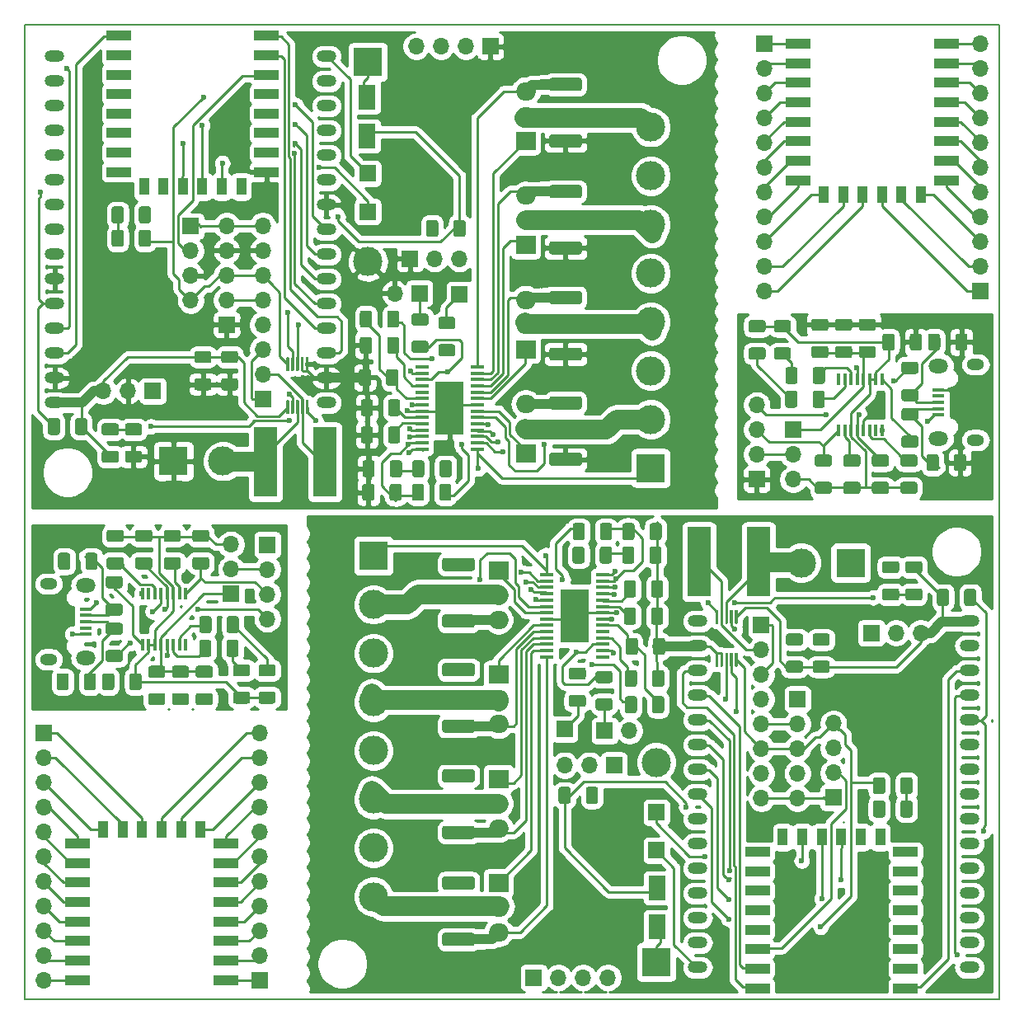
<source format=gbr>
%TF.GenerationSoftware,KiCad,Pcbnew,5.1.6-c6e7f7d~87~ubuntu20.04.1*%
%TF.CreationDate,2020-10-04T13:32:25-03:00*%
%TF.ProjectId,Placa tesis,506c6163-6120-4746-9573-69732e6b6963,rev?*%
%TF.SameCoordinates,Original*%
%TF.FileFunction,Copper,L1,Top*%
%TF.FilePolarity,Positive*%
%FSLAX46Y46*%
G04 Gerber Fmt 4.6, Leading zero omitted, Abs format (unit mm)*
G04 Created by KiCad (PCBNEW 5.1.6-c6e7f7d~87~ubuntu20.04.1) date 2020-10-04 13:32:25*
%MOMM*%
%LPD*%
G01*
G04 APERTURE LIST*
%TA.AperFunction,Profile*%
%ADD10C,0.150000*%
%TD*%
%TA.AperFunction,ComponentPad*%
%ADD11R,3.000000X3.000000*%
%TD*%
%TA.AperFunction,ComponentPad*%
%ADD12C,3.000000*%
%TD*%
%TA.AperFunction,ComponentPad*%
%ADD13R,1.700000X1.700000*%
%TD*%
%TA.AperFunction,ComponentPad*%
%ADD14O,1.800000X1.150000*%
%TD*%
%TA.AperFunction,ComponentPad*%
%ADD15O,2.000000X1.450000*%
%TD*%
%TA.AperFunction,SMDPad,CuDef*%
%ADD16R,1.300000X0.450000*%
%TD*%
%TA.AperFunction,ComponentPad*%
%ADD17O,1.700000X1.700000*%
%TD*%
%TA.AperFunction,SMDPad,CuDef*%
%ADD18R,0.400000X1.200000*%
%TD*%
%TA.AperFunction,ComponentPad*%
%ADD19O,2.000000X1.200000*%
%TD*%
%TA.AperFunction,ComponentPad*%
%ADD20O,2.000000X1.905000*%
%TD*%
%TA.AperFunction,ComponentPad*%
%ADD21R,2.000000X1.905000*%
%TD*%
%TA.AperFunction,SMDPad,CuDef*%
%ADD22R,1.422400X0.355600*%
%TD*%
%TA.AperFunction,SMDPad,CuDef*%
%ADD23R,2.997200X5.511800*%
%TD*%
%TA.AperFunction,SMDPad,CuDef*%
%ADD24R,1.800000X2.500000*%
%TD*%
%TA.AperFunction,SMDPad,CuDef*%
%ADD25R,2.450000X7.190000*%
%TD*%
%TA.AperFunction,SMDPad,CuDef*%
%ADD26R,2.500000X1.000000*%
%TD*%
%TA.AperFunction,SMDPad,CuDef*%
%ADD27R,1.000000X1.800000*%
%TD*%
%TA.AperFunction,ViaPad*%
%ADD28C,0.600000*%
%TD*%
%TA.AperFunction,Conductor*%
%ADD29C,0.250000*%
%TD*%
%TA.AperFunction,Conductor*%
%ADD30C,1.000000*%
%TD*%
%TA.AperFunction,Conductor*%
%ADD31C,0.500000*%
%TD*%
%TA.AperFunction,Conductor*%
%ADD32C,2.000000*%
%TD*%
%TA.AperFunction,Conductor*%
%ADD33C,0.254000*%
%TD*%
%TA.AperFunction,NonConductor*%
%ADD34C,0.254000*%
%TD*%
G04 APERTURE END LIST*
D10*
X82804000Y-141408200D02*
X182805200Y-141406200D01*
X82804000Y-91414600D02*
X82804000Y-141408200D01*
X182803800Y-91414600D02*
X182805200Y-141406200D01*
X182803800Y-41395600D02*
X82802600Y-41397600D01*
X82804000Y-91414600D02*
X82802600Y-41397600D01*
X182803800Y-91414600D02*
X182803800Y-41395600D01*
D11*
%TO.P,BT1,1*%
%TO.N,N/C*%
X147605200Y-137606200D03*
D12*
%TO.P,BT1,2*%
X147605200Y-117116200D03*
%TD*%
D13*
%TO.P,J12,1*%
%TO.N,N/C*%
X147624800Y-122250200D03*
%TD*%
D14*
%TO.P,J11,6*%
%TO.N,N/C*%
X85197400Y-106541800D03*
X85197400Y-98791800D03*
D15*
X88997400Y-106391800D03*
X88997400Y-98941800D03*
D16*
%TO.P,J11,5*%
X89047400Y-103966800D03*
%TO.P,J11,4*%
X89047400Y-103316800D03*
%TO.P,J11,3*%
X89047400Y-102666800D03*
%TO.P,J11,2*%
X89047400Y-102016800D03*
%TO.P,J11,1*%
X89047400Y-101366800D03*
%TD*%
%TO.P,R11,2*%
%TO.N,N/C*%
%TA.AperFunction,SMDPad,CuDef*%
G36*
G01*
X91323000Y-100797200D02*
X92573000Y-100797200D01*
G75*
G02*
X92823000Y-101047200I0J-250000D01*
G01*
X92823000Y-101797200D01*
G75*
G02*
X92573000Y-102047200I-250000J0D01*
G01*
X91323000Y-102047200D01*
G75*
G02*
X91073000Y-101797200I0J250000D01*
G01*
X91073000Y-101047200D01*
G75*
G02*
X91323000Y-100797200I250000J0D01*
G01*
G37*
%TD.AperFunction*%
%TO.P,R11,1*%
%TA.AperFunction,SMDPad,CuDef*%
G36*
G01*
X91323000Y-97997200D02*
X92573000Y-97997200D01*
G75*
G02*
X92823000Y-98247200I0J-250000D01*
G01*
X92823000Y-98997200D01*
G75*
G02*
X92573000Y-99247200I-250000J0D01*
G01*
X91323000Y-99247200D01*
G75*
G02*
X91073000Y-98997200I0J250000D01*
G01*
X91073000Y-98247200D01*
G75*
G02*
X91323000Y-97997200I250000J0D01*
G01*
G37*
%TD.AperFunction*%
%TD*%
D17*
%TO.P,J2,4*%
%TO.N,N/C*%
X107670600Y-102387400D03*
%TO.P,J2,3*%
X107670600Y-99847400D03*
%TO.P,J2,2*%
X107670600Y-97307400D03*
D13*
%TO.P,J2,1*%
X107670600Y-94767400D03*
%TD*%
%TO.P,R28,1*%
%TO.N,N/C*%
%TA.AperFunction,SMDPad,CuDef*%
G36*
G01*
X92573000Y-106825400D02*
X91323000Y-106825400D01*
G75*
G02*
X91073000Y-106575400I0J250000D01*
G01*
X91073000Y-105825400D01*
G75*
G02*
X91323000Y-105575400I250000J0D01*
G01*
X92573000Y-105575400D01*
G75*
G02*
X92823000Y-105825400I0J-250000D01*
G01*
X92823000Y-106575400D01*
G75*
G02*
X92573000Y-106825400I-250000J0D01*
G01*
G37*
%TD.AperFunction*%
%TO.P,R28,2*%
%TA.AperFunction,SMDPad,CuDef*%
G36*
G01*
X92573000Y-104025400D02*
X91323000Y-104025400D01*
G75*
G02*
X91073000Y-103775400I0J250000D01*
G01*
X91073000Y-103025400D01*
G75*
G02*
X91323000Y-102775400I250000J0D01*
G01*
X92573000Y-102775400D01*
G75*
G02*
X92823000Y-103025400I0J-250000D01*
G01*
X92823000Y-103775400D01*
G75*
G02*
X92573000Y-104025400I-250000J0D01*
G01*
G37*
%TD.AperFunction*%
%TD*%
%TO.P,R33,1*%
%TO.N,N/C*%
%TA.AperFunction,SMDPad,CuDef*%
G36*
G01*
X94354066Y-93247400D02*
X95604066Y-93247400D01*
G75*
G02*
X95854066Y-93497400I0J-250000D01*
G01*
X95854066Y-94247400D01*
G75*
G02*
X95604066Y-94497400I-250000J0D01*
G01*
X94354066Y-94497400D01*
G75*
G02*
X94104066Y-94247400I0J250000D01*
G01*
X94104066Y-93497400D01*
G75*
G02*
X94354066Y-93247400I250000J0D01*
G01*
G37*
%TD.AperFunction*%
%TO.P,R33,2*%
%TA.AperFunction,SMDPad,CuDef*%
G36*
G01*
X94354066Y-96047400D02*
X95604066Y-96047400D01*
G75*
G02*
X95854066Y-96297400I0J-250000D01*
G01*
X95854066Y-97047400D01*
G75*
G02*
X95604066Y-97297400I-250000J0D01*
G01*
X94354066Y-97297400D01*
G75*
G02*
X94104066Y-97047400I0J250000D01*
G01*
X94104066Y-96297400D01*
G75*
G02*
X94354066Y-96047400I250000J0D01*
G01*
G37*
%TD.AperFunction*%
%TD*%
D17*
%TO.P,J9,3*%
%TO.N,N/C*%
X103936800Y-94742000D03*
%TO.P,J9,2*%
X103936800Y-97282000D03*
D13*
%TO.P,J9,1*%
X103936800Y-99822000D03*
%TD*%
%TO.P,R30,2*%
%TO.N,N/C*%
%TA.AperFunction,SMDPad,CuDef*%
G36*
G01*
X100213000Y-96047400D02*
X101463000Y-96047400D01*
G75*
G02*
X101713000Y-96297400I0J-250000D01*
G01*
X101713000Y-97047400D01*
G75*
G02*
X101463000Y-97297400I-250000J0D01*
G01*
X100213000Y-97297400D01*
G75*
G02*
X99963000Y-97047400I0J250000D01*
G01*
X99963000Y-96297400D01*
G75*
G02*
X100213000Y-96047400I250000J0D01*
G01*
G37*
%TD.AperFunction*%
%TO.P,R30,1*%
%TA.AperFunction,SMDPad,CuDef*%
G36*
G01*
X100213000Y-93247400D02*
X101463000Y-93247400D01*
G75*
G02*
X101713000Y-93497400I0J-250000D01*
G01*
X101713000Y-94247400D01*
G75*
G02*
X101463000Y-94497400I-250000J0D01*
G01*
X100213000Y-94497400D01*
G75*
G02*
X99963000Y-94247400I0J250000D01*
G01*
X99963000Y-93497400D01*
G75*
G02*
X100213000Y-93247400I250000J0D01*
G01*
G37*
%TD.AperFunction*%
%TD*%
%TO.P,J10,1*%
%TO.N,N/C*%
X147624800Y-126161800D03*
%TD*%
%TO.P,R35,2*%
%TO.N,N/C*%
%TA.AperFunction,SMDPad,CuDef*%
G36*
G01*
X91424600Y-96047400D02*
X92674600Y-96047400D01*
G75*
G02*
X92924600Y-96297400I0J-250000D01*
G01*
X92924600Y-97047400D01*
G75*
G02*
X92674600Y-97297400I-250000J0D01*
G01*
X91424600Y-97297400D01*
G75*
G02*
X91174600Y-97047400I0J250000D01*
G01*
X91174600Y-96297400D01*
G75*
G02*
X91424600Y-96047400I250000J0D01*
G01*
G37*
%TD.AperFunction*%
%TO.P,R35,1*%
%TA.AperFunction,SMDPad,CuDef*%
G36*
G01*
X91424600Y-93247400D02*
X92674600Y-93247400D01*
G75*
G02*
X92924600Y-93497400I0J-250000D01*
G01*
X92924600Y-94247400D01*
G75*
G02*
X92674600Y-94497400I-250000J0D01*
G01*
X91424600Y-94497400D01*
G75*
G02*
X91174600Y-94247400I0J250000D01*
G01*
X91174600Y-93497400D01*
G75*
G02*
X91424600Y-93247400I250000J0D01*
G01*
G37*
%TD.AperFunction*%
%TD*%
%TO.P,C15,2*%
%TO.N,N/C*%
%TA.AperFunction,SMDPad,CuDef*%
G36*
G01*
X87436200Y-95844200D02*
X87436200Y-97094200D01*
G75*
G02*
X87186200Y-97344200I-250000J0D01*
G01*
X86436200Y-97344200D01*
G75*
G02*
X86186200Y-97094200I0J250000D01*
G01*
X86186200Y-95844200D01*
G75*
G02*
X86436200Y-95594200I250000J0D01*
G01*
X87186200Y-95594200D01*
G75*
G02*
X87436200Y-95844200I0J-250000D01*
G01*
G37*
%TD.AperFunction*%
%TO.P,C15,1*%
%TA.AperFunction,SMDPad,CuDef*%
G36*
G01*
X90236200Y-95844200D02*
X90236200Y-97094200D01*
G75*
G02*
X89986200Y-97344200I-250000J0D01*
G01*
X89236200Y-97344200D01*
G75*
G02*
X88986200Y-97094200I0J250000D01*
G01*
X88986200Y-95844200D01*
G75*
G02*
X89236200Y-95594200I250000J0D01*
G01*
X89986200Y-95594200D01*
G75*
G02*
X90236200Y-95844200I0J-250000D01*
G01*
G37*
%TD.AperFunction*%
%TD*%
%TO.P,Tx2,1*%
%TO.N,N/C*%
%TA.AperFunction,SMDPad,CuDef*%
G36*
G01*
X107020200Y-107045600D02*
X108270200Y-107045600D01*
G75*
G02*
X108520200Y-107295600I0J-250000D01*
G01*
X108520200Y-108045600D01*
G75*
G02*
X108270200Y-108295600I-250000J0D01*
G01*
X107020200Y-108295600D01*
G75*
G02*
X106770200Y-108045600I0J250000D01*
G01*
X106770200Y-107295600D01*
G75*
G02*
X107020200Y-107045600I250000J0D01*
G01*
G37*
%TD.AperFunction*%
%TO.P,Tx2,2*%
%TA.AperFunction,SMDPad,CuDef*%
G36*
G01*
X107020200Y-109845600D02*
X108270200Y-109845600D01*
G75*
G02*
X108520200Y-110095600I0J-250000D01*
G01*
X108520200Y-110845600D01*
G75*
G02*
X108270200Y-111095600I-250000J0D01*
G01*
X107020200Y-111095600D01*
G75*
G02*
X106770200Y-110845600I0J250000D01*
G01*
X106770200Y-110095600D01*
G75*
G02*
X107020200Y-109845600I250000J0D01*
G01*
G37*
%TD.AperFunction*%
%TD*%
%TO.P,R34,2*%
%TO.N,N/C*%
%TA.AperFunction,SMDPad,CuDef*%
G36*
G01*
X97283532Y-96047400D02*
X98533532Y-96047400D01*
G75*
G02*
X98783532Y-96297400I0J-250000D01*
G01*
X98783532Y-97047400D01*
G75*
G02*
X98533532Y-97297400I-250000J0D01*
G01*
X97283532Y-97297400D01*
G75*
G02*
X97033532Y-97047400I0J250000D01*
G01*
X97033532Y-96297400D01*
G75*
G02*
X97283532Y-96047400I250000J0D01*
G01*
G37*
%TD.AperFunction*%
%TO.P,R34,1*%
%TA.AperFunction,SMDPad,CuDef*%
G36*
G01*
X97283532Y-93247400D02*
X98533532Y-93247400D01*
G75*
G02*
X98783532Y-93497400I0J-250000D01*
G01*
X98783532Y-94247400D01*
G75*
G02*
X98533532Y-94497400I-250000J0D01*
G01*
X97283532Y-94497400D01*
G75*
G02*
X97033532Y-94247400I0J250000D01*
G01*
X97033532Y-93497400D01*
G75*
G02*
X97283532Y-93247400I250000J0D01*
G01*
G37*
%TD.AperFunction*%
%TD*%
%TO.P,C11,1*%
%TO.N,N/C*%
%TA.AperFunction,SMDPad,CuDef*%
G36*
G01*
X100568600Y-107198000D02*
X101818600Y-107198000D01*
G75*
G02*
X102068600Y-107448000I0J-250000D01*
G01*
X102068600Y-108198000D01*
G75*
G02*
X101818600Y-108448000I-250000J0D01*
G01*
X100568600Y-108448000D01*
G75*
G02*
X100318600Y-108198000I0J250000D01*
G01*
X100318600Y-107448000D01*
G75*
G02*
X100568600Y-107198000I250000J0D01*
G01*
G37*
%TD.AperFunction*%
%TO.P,C11,2*%
%TA.AperFunction,SMDPad,CuDef*%
G36*
G01*
X100568600Y-109998000D02*
X101818600Y-109998000D01*
G75*
G02*
X102068600Y-110248000I0J-250000D01*
G01*
X102068600Y-110998000D01*
G75*
G02*
X101818600Y-111248000I-250000J0D01*
G01*
X100568600Y-111248000D01*
G75*
G02*
X100318600Y-110998000I0J250000D01*
G01*
X100318600Y-110248000D01*
G75*
G02*
X100568600Y-109998000I250000J0D01*
G01*
G37*
%TD.AperFunction*%
%TD*%
%TO.P,C12,2*%
%TO.N,N/C*%
%TA.AperFunction,SMDPad,CuDef*%
G36*
G01*
X98130200Y-109998000D02*
X99380200Y-109998000D01*
G75*
G02*
X99630200Y-110248000I0J-250000D01*
G01*
X99630200Y-110998000D01*
G75*
G02*
X99380200Y-111248000I-250000J0D01*
G01*
X98130200Y-111248000D01*
G75*
G02*
X97880200Y-110998000I0J250000D01*
G01*
X97880200Y-110248000D01*
G75*
G02*
X98130200Y-109998000I250000J0D01*
G01*
G37*
%TD.AperFunction*%
%TO.P,C12,1*%
%TA.AperFunction,SMDPad,CuDef*%
G36*
G01*
X98130200Y-107198000D02*
X99380200Y-107198000D01*
G75*
G02*
X99630200Y-107448000I0J-250000D01*
G01*
X99630200Y-108198000D01*
G75*
G02*
X99380200Y-108448000I-250000J0D01*
G01*
X98130200Y-108448000D01*
G75*
G02*
X97880200Y-108198000I0J250000D01*
G01*
X97880200Y-107448000D01*
G75*
G02*
X98130200Y-107198000I250000J0D01*
G01*
G37*
%TD.AperFunction*%
%TD*%
D18*
%TO.P,U9,16*%
%TO.N,N/C*%
X99275900Y-105012800D03*
%TO.P,U9,15*%
X98640900Y-105012800D03*
%TO.P,U9,14*%
X98005900Y-105012800D03*
%TO.P,U9,13*%
X97370900Y-105012800D03*
%TO.P,U9,12*%
X96735900Y-105012800D03*
%TO.P,U9,11*%
X96100900Y-105012800D03*
%TO.P,U9,10*%
X95465900Y-105012800D03*
%TO.P,U9,9*%
X94830900Y-105012800D03*
%TO.P,U9,8*%
X94830900Y-99812800D03*
%TO.P,U9,7*%
X95465900Y-99812800D03*
%TO.P,U9,6*%
X96100900Y-99812800D03*
%TO.P,U9,5*%
X96735900Y-99812800D03*
%TO.P,U9,4*%
X97370900Y-99812800D03*
%TO.P,U9,3*%
X98005900Y-99812800D03*
%TO.P,U9,2*%
X98640900Y-99812800D03*
%TO.P,U9,1*%
X99275900Y-99812800D03*
%TD*%
%TO.P,C13,1*%
%TO.N,N/C*%
%TA.AperFunction,SMDPad,CuDef*%
G36*
G01*
X95691800Y-107198000D02*
X96941800Y-107198000D01*
G75*
G02*
X97191800Y-107448000I0J-250000D01*
G01*
X97191800Y-108198000D01*
G75*
G02*
X96941800Y-108448000I-250000J0D01*
G01*
X95691800Y-108448000D01*
G75*
G02*
X95441800Y-108198000I0J250000D01*
G01*
X95441800Y-107448000D01*
G75*
G02*
X95691800Y-107198000I250000J0D01*
G01*
G37*
%TD.AperFunction*%
%TO.P,C13,2*%
%TA.AperFunction,SMDPad,CuDef*%
G36*
G01*
X95691800Y-109998000D02*
X96941800Y-109998000D01*
G75*
G02*
X97191800Y-110248000I0J-250000D01*
G01*
X97191800Y-110998000D01*
G75*
G02*
X96941800Y-111248000I-250000J0D01*
G01*
X95691800Y-111248000D01*
G75*
G02*
X95441800Y-110998000I0J250000D01*
G01*
X95441800Y-110248000D01*
G75*
G02*
X95691800Y-109998000I250000J0D01*
G01*
G37*
%TD.AperFunction*%
%TD*%
%TO.P,Rx2,2*%
%TO.N,N/C*%
%TA.AperFunction,SMDPad,CuDef*%
G36*
G01*
X104404000Y-109845600D02*
X105654000Y-109845600D01*
G75*
G02*
X105904000Y-110095600I0J-250000D01*
G01*
X105904000Y-110845600D01*
G75*
G02*
X105654000Y-111095600I-250000J0D01*
G01*
X104404000Y-111095600D01*
G75*
G02*
X104154000Y-110845600I0J250000D01*
G01*
X104154000Y-110095600D01*
G75*
G02*
X104404000Y-109845600I250000J0D01*
G01*
G37*
%TD.AperFunction*%
%TO.P,Rx2,1*%
%TA.AperFunction,SMDPad,CuDef*%
G36*
G01*
X104404000Y-107045600D02*
X105654000Y-107045600D01*
G75*
G02*
X105904000Y-107295600I0J-250000D01*
G01*
X105904000Y-108045600D01*
G75*
G02*
X105654000Y-108295600I-250000J0D01*
G01*
X104404000Y-108295600D01*
G75*
G02*
X104154000Y-108045600I0J250000D01*
G01*
X104154000Y-107295600D01*
G75*
G02*
X104404000Y-107045600I250000J0D01*
G01*
G37*
%TD.AperFunction*%
%TD*%
%TO.P,R32,1*%
%TO.N,N/C*%
%TA.AperFunction,SMDPad,CuDef*%
G36*
G01*
X104742600Y-102346600D02*
X104742600Y-103596600D01*
G75*
G02*
X104492600Y-103846600I-250000J0D01*
G01*
X103742600Y-103846600D01*
G75*
G02*
X103492600Y-103596600I0J250000D01*
G01*
X103492600Y-102346600D01*
G75*
G02*
X103742600Y-102096600I250000J0D01*
G01*
X104492600Y-102096600D01*
G75*
G02*
X104742600Y-102346600I0J-250000D01*
G01*
G37*
%TD.AperFunction*%
%TO.P,R32,2*%
%TA.AperFunction,SMDPad,CuDef*%
G36*
G01*
X101942600Y-102346600D02*
X101942600Y-103596600D01*
G75*
G02*
X101692600Y-103846600I-250000J0D01*
G01*
X100942600Y-103846600D01*
G75*
G02*
X100692600Y-103596600I0J250000D01*
G01*
X100692600Y-102346600D01*
G75*
G02*
X100942600Y-102096600I250000J0D01*
G01*
X101692600Y-102096600D01*
G75*
G02*
X101942600Y-102346600I0J-250000D01*
G01*
G37*
%TD.AperFunction*%
%TD*%
%TO.P,C16,1*%
%TO.N,N/C*%
%TA.AperFunction,SMDPad,CuDef*%
G36*
G01*
X94757400Y-108214000D02*
X94757400Y-109464000D01*
G75*
G02*
X94507400Y-109714000I-250000J0D01*
G01*
X93757400Y-109714000D01*
G75*
G02*
X93507400Y-109464000I0J250000D01*
G01*
X93507400Y-108214000D01*
G75*
G02*
X93757400Y-107964000I250000J0D01*
G01*
X94507400Y-107964000D01*
G75*
G02*
X94757400Y-108214000I0J-250000D01*
G01*
G37*
%TD.AperFunction*%
%TO.P,C16,2*%
%TA.AperFunction,SMDPad,CuDef*%
G36*
G01*
X91957400Y-108214000D02*
X91957400Y-109464000D01*
G75*
G02*
X91707400Y-109714000I-250000J0D01*
G01*
X90957400Y-109714000D01*
G75*
G02*
X90707400Y-109464000I0J250000D01*
G01*
X90707400Y-108214000D01*
G75*
G02*
X90957400Y-107964000I250000J0D01*
G01*
X91707400Y-107964000D01*
G75*
G02*
X91957400Y-108214000I0J-250000D01*
G01*
G37*
%TD.AperFunction*%
%TD*%
%TO.P,R31,1*%
%TO.N,N/C*%
%TA.AperFunction,SMDPad,CuDef*%
G36*
G01*
X104720200Y-104785000D02*
X104720200Y-106035000D01*
G75*
G02*
X104470200Y-106285000I-250000J0D01*
G01*
X103720200Y-106285000D01*
G75*
G02*
X103470200Y-106035000I0J250000D01*
G01*
X103470200Y-104785000D01*
G75*
G02*
X103720200Y-104535000I250000J0D01*
G01*
X104470200Y-104535000D01*
G75*
G02*
X104720200Y-104785000I0J-250000D01*
G01*
G37*
%TD.AperFunction*%
%TO.P,R31,2*%
%TA.AperFunction,SMDPad,CuDef*%
G36*
G01*
X101920200Y-104785000D02*
X101920200Y-106035000D01*
G75*
G02*
X101670200Y-106285000I-250000J0D01*
G01*
X100920200Y-106285000D01*
G75*
G02*
X100670200Y-106035000I0J250000D01*
G01*
X100670200Y-104785000D01*
G75*
G02*
X100920200Y-104535000I250000J0D01*
G01*
X101670200Y-104535000D01*
G75*
G02*
X101920200Y-104785000I0J-250000D01*
G01*
G37*
%TD.AperFunction*%
%TD*%
D19*
%TO.P,U2,30*%
%TO.N,N/C*%
X151861200Y-138176000D03*
%TO.P,U2,1*%
X179761200Y-138176000D03*
%TO.P,U2,29*%
X151861200Y-135636000D03*
%TO.P,U2,2*%
X179761200Y-135636000D03*
%TO.P,U2,28*%
X151861200Y-133096000D03*
%TO.P,U2,3*%
X179761200Y-133096000D03*
%TO.P,U2,27*%
X151861200Y-130556000D03*
%TO.P,U2,4*%
X179761200Y-130556000D03*
%TO.P,U2,26*%
X151861200Y-128016000D03*
%TO.P,U2,5*%
X179761200Y-128016000D03*
%TO.P,U2,25*%
X151861200Y-125476000D03*
%TO.P,U2,6*%
X179761200Y-125476000D03*
%TO.P,U2,24*%
X151861200Y-122936000D03*
%TO.P,U2,7*%
X179761200Y-122936000D03*
%TO.P,U2,23*%
X151861200Y-120396000D03*
%TO.P,U2,8*%
X179761200Y-120396000D03*
%TO.P,U2,22*%
X151861200Y-117856000D03*
%TO.P,U2,9*%
X179761200Y-117856000D03*
%TO.P,U2,21*%
X151861200Y-115316000D03*
%TO.P,U2,10*%
X179761200Y-115316000D03*
%TO.P,U2,20*%
X151861200Y-112776000D03*
%TO.P,U2,11*%
X179761200Y-112776000D03*
%TO.P,U2,19*%
X151861200Y-110236000D03*
%TO.P,U2,12*%
X179761200Y-110236000D03*
%TO.P,U2,18*%
X151861200Y-107696000D03*
%TO.P,U2,13*%
X179761200Y-107696000D03*
%TO.P,U2,17*%
X151861200Y-105156000D03*
%TO.P,U2,14*%
X179761200Y-105156000D03*
%TO.P,U2,16*%
X151861200Y-102616000D03*
%TO.P,U2,15*%
X179761200Y-102616000D03*
%TD*%
D13*
%TO.P,TH1,1*%
%TO.N,N/C*%
X142316200Y-113868200D03*
D17*
%TO.P,TH1,2*%
X144856200Y-113868200D03*
%TD*%
D20*
%TO.P,Q4,3*%
%TO.N,N/C*%
X131405200Y-102486200D03*
%TO.P,Q4,2*%
X131405200Y-99946200D03*
D21*
%TO.P,Q4,1*%
X131405200Y-97406200D03*
%TD*%
D13*
%TO.P,J1,1*%
%TO.N,N/C*%
X169690200Y-103824200D03*
D17*
%TO.P,J1,2*%
X172230200Y-103824200D03*
%TO.P,J1,3*%
X174770200Y-103824200D03*
%TD*%
D22*
%TO.P,U4,1*%
%TO.N,N/C*%
X142074500Y-106287100D03*
%TO.P,U4,2*%
X142074500Y-105652100D03*
%TO.P,U4,3*%
X142074500Y-104991700D03*
%TO.P,U4,4*%
X142074500Y-104356700D03*
%TO.P,U4,5*%
X142074500Y-103696300D03*
%TO.P,U4,6*%
X142074500Y-103035900D03*
%TO.P,U4,7*%
X142074500Y-102400900D03*
%TO.P,U4,8*%
X142074500Y-101740500D03*
%TO.P,U4,9*%
X142074500Y-101105500D03*
%TO.P,U4,10*%
X142074500Y-100445100D03*
%TO.P,U4,11*%
X142074500Y-99784700D03*
%TO.P,U4,12*%
X142074500Y-99149700D03*
%TO.P,U4,13*%
X142074500Y-98489300D03*
%TO.P,U4,14*%
X142074500Y-97854300D03*
%TO.P,U4,15*%
X136384900Y-97854300D03*
%TO.P,U4,16*%
X136384900Y-98489300D03*
%TO.P,U4,17*%
X136384900Y-99149700D03*
%TO.P,U4,18*%
X136384900Y-99784700D03*
%TO.P,U4,19*%
X136384900Y-100445100D03*
%TO.P,U4,20*%
X136384900Y-101105500D03*
%TO.P,U4,21*%
X136384900Y-101740500D03*
%TO.P,U4,22*%
X136384900Y-102400900D03*
%TO.P,U4,23*%
X136384900Y-103035900D03*
%TO.P,U4,24*%
X136384900Y-103696300D03*
%TO.P,U4,25*%
X136384900Y-104356700D03*
%TO.P,U4,26*%
X136384900Y-104991700D03*
%TO.P,U4,27*%
X136384900Y-105652100D03*
%TO.P,U4,28*%
X136384900Y-106287100D03*
D23*
%TO.P,U4,29*%
X139229700Y-102070700D03*
%TD*%
%TO.P,R7,2*%
%TO.N,N/C*%
%TA.AperFunction,SMDPad,CuDef*%
G36*
G01*
X141805600Y-96459800D02*
X141805600Y-95209800D01*
G75*
G02*
X142055600Y-94959800I250000J0D01*
G01*
X142805600Y-94959800D01*
G75*
G02*
X143055600Y-95209800I0J-250000D01*
G01*
X143055600Y-96459800D01*
G75*
G02*
X142805600Y-96709800I-250000J0D01*
G01*
X142055600Y-96709800D01*
G75*
G02*
X141805600Y-96459800I0J250000D01*
G01*
G37*
%TD.AperFunction*%
%TO.P,R7,1*%
%TA.AperFunction,SMDPad,CuDef*%
G36*
G01*
X139005600Y-96459800D02*
X139005600Y-95209800D01*
G75*
G02*
X139255600Y-94959800I250000J0D01*
G01*
X140005600Y-94959800D01*
G75*
G02*
X140255600Y-95209800I0J-250000D01*
G01*
X140255600Y-96459800D01*
G75*
G02*
X140005600Y-96709800I-250000J0D01*
G01*
X139255600Y-96709800D01*
G75*
G02*
X139005600Y-96459800I0J250000D01*
G01*
G37*
%TD.AperFunction*%
%TD*%
D12*
%TO.P,J3,2*%
%TO.N,N/C*%
X162483800Y-96621600D03*
D11*
%TO.P,J3,1*%
X167563800Y-96621600D03*
%TD*%
D21*
%TO.P,Q1,1*%
%TO.N,N/C*%
X131405200Y-129506200D03*
D20*
%TO.P,Q1,2*%
X131405200Y-132046200D03*
%TO.P,Q1,3*%
X131405200Y-134586200D03*
%TD*%
%TO.P,R15,2*%
%TO.N,N/C*%
%TA.AperFunction,SMDPad,CuDef*%
G36*
G01*
X179232400Y-100802600D02*
X179232400Y-99552600D01*
G75*
G02*
X179482400Y-99302600I250000J0D01*
G01*
X180232400Y-99302600D01*
G75*
G02*
X180482400Y-99552600I0J-250000D01*
G01*
X180482400Y-100802600D01*
G75*
G02*
X180232400Y-101052600I-250000J0D01*
G01*
X179482400Y-101052600D01*
G75*
G02*
X179232400Y-100802600I0J250000D01*
G01*
G37*
%TD.AperFunction*%
%TO.P,R15,1*%
%TA.AperFunction,SMDPad,CuDef*%
G36*
G01*
X176432400Y-100802600D02*
X176432400Y-99552600D01*
G75*
G02*
X176682400Y-99302600I250000J0D01*
G01*
X177432400Y-99302600D01*
G75*
G02*
X177682400Y-99552600I0J-250000D01*
G01*
X177682400Y-100802600D01*
G75*
G02*
X177432400Y-101052600I-250000J0D01*
G01*
X176682400Y-101052600D01*
G75*
G02*
X176432400Y-100802600I0J250000D01*
G01*
G37*
%TD.AperFunction*%
%TD*%
%TO.P,C10,1*%
%TO.N,N/C*%
%TA.AperFunction,SMDPad,CuDef*%
G36*
G01*
X165180200Y-107931200D02*
X163930200Y-107931200D01*
G75*
G02*
X163680200Y-107681200I0J250000D01*
G01*
X163680200Y-106931200D01*
G75*
G02*
X163930200Y-106681200I250000J0D01*
G01*
X165180200Y-106681200D01*
G75*
G02*
X165430200Y-106931200I0J-250000D01*
G01*
X165430200Y-107681200D01*
G75*
G02*
X165180200Y-107931200I-250000J0D01*
G01*
G37*
%TD.AperFunction*%
%TO.P,C10,2*%
%TA.AperFunction,SMDPad,CuDef*%
G36*
G01*
X165180200Y-105131200D02*
X163930200Y-105131200D01*
G75*
G02*
X163680200Y-104881200I0J250000D01*
G01*
X163680200Y-104131200D01*
G75*
G02*
X163930200Y-103881200I250000J0D01*
G01*
X165180200Y-103881200D01*
G75*
G02*
X165430200Y-104131200I0J-250000D01*
G01*
X165430200Y-104881200D01*
G75*
G02*
X165180200Y-105131200I-250000J0D01*
G01*
G37*
%TD.AperFunction*%
%TD*%
D17*
%TO.P,J13,5*%
%TO.N,N/C*%
X162105200Y-120786200D03*
%TO.P,J13,4*%
X162105200Y-118246200D03*
%TO.P,J13,3*%
X162105200Y-115706200D03*
%TO.P,J13,2*%
X162105200Y-113166200D03*
D13*
%TO.P,J13,1*%
X162105200Y-110626200D03*
%TD*%
D17*
%TO.P,J15,4*%
%TO.N,N/C*%
X165805200Y-113126200D03*
%TO.P,J15,3*%
X165805200Y-115666200D03*
%TO.P,J15,2*%
X165805200Y-118206200D03*
D13*
%TO.P,J15,1*%
X165805200Y-120746200D03*
%TD*%
%TO.P,R24,2*%
%TO.N,N/C*%
%TA.AperFunction,SMDPad,CuDef*%
G36*
G01*
X171053600Y-99247800D02*
X172303600Y-99247800D01*
G75*
G02*
X172553600Y-99497800I0J-250000D01*
G01*
X172553600Y-100247800D01*
G75*
G02*
X172303600Y-100497800I-250000J0D01*
G01*
X171053600Y-100497800D01*
G75*
G02*
X170803600Y-100247800I0J250000D01*
G01*
X170803600Y-99497800D01*
G75*
G02*
X171053600Y-99247800I250000J0D01*
G01*
G37*
%TD.AperFunction*%
%TO.P,R24,1*%
%TA.AperFunction,SMDPad,CuDef*%
G36*
G01*
X171053600Y-96447800D02*
X172303600Y-96447800D01*
G75*
G02*
X172553600Y-96697800I0J-250000D01*
G01*
X172553600Y-97447800D01*
G75*
G02*
X172303600Y-97697800I-250000J0D01*
G01*
X171053600Y-97697800D01*
G75*
G02*
X170803600Y-97447800I0J250000D01*
G01*
X170803600Y-96697800D01*
G75*
G02*
X171053600Y-96447800I250000J0D01*
G01*
G37*
%TD.AperFunction*%
%TD*%
D24*
%TO.P,D5,2*%
%TO.N,N/C*%
X147705200Y-130006200D03*
%TO.P,D5,1*%
X147705200Y-134006200D03*
%TD*%
%TO.P,R10,1*%
%TO.N,N/C*%
%TA.AperFunction,SMDPad,CuDef*%
G36*
G01*
X141630200Y-107731200D02*
X142880200Y-107731200D01*
G75*
G02*
X143130200Y-107981200I0J-250000D01*
G01*
X143130200Y-108731200D01*
G75*
G02*
X142880200Y-108981200I-250000J0D01*
G01*
X141630200Y-108981200D01*
G75*
G02*
X141380200Y-108731200I0J250000D01*
G01*
X141380200Y-107981200D01*
G75*
G02*
X141630200Y-107731200I250000J0D01*
G01*
G37*
%TD.AperFunction*%
%TO.P,R10,2*%
%TA.AperFunction,SMDPad,CuDef*%
G36*
G01*
X141630200Y-110531200D02*
X142880200Y-110531200D01*
G75*
G02*
X143130200Y-110781200I0J-250000D01*
G01*
X143130200Y-111531200D01*
G75*
G02*
X142880200Y-111781200I-250000J0D01*
G01*
X141630200Y-111781200D01*
G75*
G02*
X141380200Y-111531200I0J250000D01*
G01*
X141380200Y-110781200D01*
G75*
G02*
X141630200Y-110531200I250000J0D01*
G01*
G37*
%TD.AperFunction*%
%TD*%
D20*
%TO.P,Q2,3*%
%TO.N,N/C*%
X131405200Y-123886200D03*
%TO.P,Q2,2*%
X131405200Y-121346200D03*
D21*
%TO.P,Q2,1*%
X131405200Y-118806200D03*
%TD*%
%TO.P,C3,2*%
%TO.N,N/C*%
%TA.AperFunction,SMDPad,CuDef*%
G36*
G01*
X147080200Y-102731200D02*
X147080200Y-101481200D01*
G75*
G02*
X147330200Y-101231200I250000J0D01*
G01*
X148080200Y-101231200D01*
G75*
G02*
X148330200Y-101481200I0J-250000D01*
G01*
X148330200Y-102731200D01*
G75*
G02*
X148080200Y-102981200I-250000J0D01*
G01*
X147330200Y-102981200D01*
G75*
G02*
X147080200Y-102731200I0J250000D01*
G01*
G37*
%TD.AperFunction*%
%TO.P,C3,1*%
%TA.AperFunction,SMDPad,CuDef*%
G36*
G01*
X144280200Y-102731200D02*
X144280200Y-101481200D01*
G75*
G02*
X144530200Y-101231200I250000J0D01*
G01*
X145280200Y-101231200D01*
G75*
G02*
X145530200Y-101481200I0J-250000D01*
G01*
X145530200Y-102731200D01*
G75*
G02*
X145280200Y-102981200I-250000J0D01*
G01*
X144530200Y-102981200D01*
G75*
G02*
X144280200Y-102731200I0J250000D01*
G01*
G37*
%TD.AperFunction*%
%TD*%
D20*
%TO.P,Q3,3*%
%TO.N,N/C*%
X131405200Y-113186200D03*
%TO.P,Q3,2*%
X131405200Y-110646200D03*
D21*
%TO.P,Q3,1*%
X131405200Y-108106200D03*
%TD*%
%TO.P,R2,2*%
%TO.N,N/C*%
%TA.AperFunction,SMDPad,CuDef*%
G36*
G01*
X147280200Y-105831200D02*
X147280200Y-104581200D01*
G75*
G02*
X147530200Y-104331200I250000J0D01*
G01*
X148280200Y-104331200D01*
G75*
G02*
X148530200Y-104581200I0J-250000D01*
G01*
X148530200Y-105831200D01*
G75*
G02*
X148280200Y-106081200I-250000J0D01*
G01*
X147530200Y-106081200D01*
G75*
G02*
X147280200Y-105831200I0J250000D01*
G01*
G37*
%TD.AperFunction*%
%TO.P,R2,1*%
%TA.AperFunction,SMDPad,CuDef*%
G36*
G01*
X144480200Y-105831200D02*
X144480200Y-104581200D01*
G75*
G02*
X144730200Y-104331200I250000J0D01*
G01*
X145480200Y-104331200D01*
G75*
G02*
X145730200Y-104581200I0J-250000D01*
G01*
X145730200Y-105831200D01*
G75*
G02*
X145480200Y-106081200I-250000J0D01*
G01*
X144730200Y-106081200D01*
G75*
G02*
X144480200Y-105831200I0J250000D01*
G01*
G37*
%TD.AperFunction*%
%TD*%
%TO.P,R3,1*%
%TO.N,N/C*%
%TA.AperFunction,SMDPad,CuDef*%
G36*
G01*
X128730201Y-135981200D02*
X125880199Y-135981200D01*
G75*
G02*
X125630200Y-135731201I0J249999D01*
G01*
X125630200Y-134881199D01*
G75*
G02*
X125880199Y-134631200I249999J0D01*
G01*
X128730201Y-134631200D01*
G75*
G02*
X128980200Y-134881199I0J-249999D01*
G01*
X128980200Y-135731201D01*
G75*
G02*
X128730201Y-135981200I-249999J0D01*
G01*
G37*
%TD.AperFunction*%
%TO.P,R3,2*%
%TA.AperFunction,SMDPad,CuDef*%
G36*
G01*
X128730201Y-130181200D02*
X125880199Y-130181200D01*
G75*
G02*
X125630200Y-129931201I0J249999D01*
G01*
X125630200Y-129081199D01*
G75*
G02*
X125880199Y-128831200I249999J0D01*
G01*
X128730201Y-128831200D01*
G75*
G02*
X128980200Y-129081199I0J-249999D01*
G01*
X128980200Y-129931201D01*
G75*
G02*
X128730201Y-130181200I-249999J0D01*
G01*
G37*
%TD.AperFunction*%
%TD*%
D25*
%TO.P,R12,1*%
%TO.N,N/C*%
X152005200Y-96520000D03*
%TO.P,R12,2*%
X158105200Y-96520000D03*
%TD*%
%TO.P,R4,2*%
%TO.N,N/C*%
%TA.AperFunction,SMDPad,CuDef*%
G36*
G01*
X128730201Y-119181200D02*
X125880199Y-119181200D01*
G75*
G02*
X125630200Y-118931201I0J249999D01*
G01*
X125630200Y-118081199D01*
G75*
G02*
X125880199Y-117831200I249999J0D01*
G01*
X128730201Y-117831200D01*
G75*
G02*
X128980200Y-118081199I0J-249999D01*
G01*
X128980200Y-118931201D01*
G75*
G02*
X128730201Y-119181200I-249999J0D01*
G01*
G37*
%TD.AperFunction*%
%TO.P,R4,1*%
%TA.AperFunction,SMDPad,CuDef*%
G36*
G01*
X128730201Y-124981200D02*
X125880199Y-124981200D01*
G75*
G02*
X125630200Y-124731201I0J249999D01*
G01*
X125630200Y-123881199D01*
G75*
G02*
X125880199Y-123631200I249999J0D01*
G01*
X128730201Y-123631200D01*
G75*
G02*
X128980200Y-123881199I0J-249999D01*
G01*
X128980200Y-124731201D01*
G75*
G02*
X128730201Y-124981200I-249999J0D01*
G01*
G37*
%TD.AperFunction*%
%TD*%
%TO.P,C2,2*%
%TO.N,N/C*%
%TA.AperFunction,SMDPad,CuDef*%
G36*
G01*
X147080200Y-99931200D02*
X147080200Y-98681200D01*
G75*
G02*
X147330200Y-98431200I250000J0D01*
G01*
X148080200Y-98431200D01*
G75*
G02*
X148330200Y-98681200I0J-250000D01*
G01*
X148330200Y-99931200D01*
G75*
G02*
X148080200Y-100181200I-250000J0D01*
G01*
X147330200Y-100181200D01*
G75*
G02*
X147080200Y-99931200I0J250000D01*
G01*
G37*
%TD.AperFunction*%
%TO.P,C2,1*%
%TA.AperFunction,SMDPad,CuDef*%
G36*
G01*
X144280200Y-99931200D02*
X144280200Y-98681200D01*
G75*
G02*
X144530200Y-98431200I250000J0D01*
G01*
X145280200Y-98431200D01*
G75*
G02*
X145530200Y-98681200I0J-250000D01*
G01*
X145530200Y-99931200D01*
G75*
G02*
X145280200Y-100181200I-250000J0D01*
G01*
X144530200Y-100181200D01*
G75*
G02*
X144280200Y-99931200I0J250000D01*
G01*
G37*
%TD.AperFunction*%
%TD*%
D17*
%TO.P,J4,3*%
%TO.N,N/C*%
X138205200Y-117406200D03*
%TO.P,J4,2*%
X140745200Y-117406200D03*
D13*
%TO.P,J4,1*%
X143285200Y-117406200D03*
%TD*%
%TO.P,R6,2*%
%TO.N,N/C*%
%TA.AperFunction,SMDPad,CuDef*%
G36*
G01*
X128730201Y-97481200D02*
X125880199Y-97481200D01*
G75*
G02*
X125630200Y-97231201I0J249999D01*
G01*
X125630200Y-96381199D01*
G75*
G02*
X125880199Y-96131200I249999J0D01*
G01*
X128730201Y-96131200D01*
G75*
G02*
X128980200Y-96381199I0J-249999D01*
G01*
X128980200Y-97231201D01*
G75*
G02*
X128730201Y-97481200I-249999J0D01*
G01*
G37*
%TD.AperFunction*%
%TO.P,R6,1*%
%TA.AperFunction,SMDPad,CuDef*%
G36*
G01*
X128730201Y-103281200D02*
X125880199Y-103281200D01*
G75*
G02*
X125630200Y-103031201I0J249999D01*
G01*
X125630200Y-102181199D01*
G75*
G02*
X125880199Y-101931200I249999J0D01*
G01*
X128730201Y-101931200D01*
G75*
G02*
X128980200Y-102181199I0J-249999D01*
G01*
X128980200Y-103031201D01*
G75*
G02*
X128730201Y-103281200I-249999J0D01*
G01*
G37*
%TD.AperFunction*%
%TD*%
%TO.P,J8,1*%
%TO.N,N/C*%
X84708400Y-114067400D03*
D17*
%TO.P,J8,2*%
X84708400Y-116607400D03*
%TO.P,J8,3*%
X84708400Y-119147400D03*
%TO.P,J8,4*%
X84708400Y-121687400D03*
%TO.P,J8,5*%
X84708400Y-124227400D03*
%TO.P,J8,6*%
X84708400Y-126767400D03*
%TO.P,J8,7*%
X84708400Y-129307400D03*
%TO.P,J8,8*%
X84708400Y-131847400D03*
%TO.P,J8,9*%
X84708400Y-134387400D03*
%TO.P,J8,10*%
X84708400Y-136927400D03*
%TO.P,J8,11*%
X84708400Y-139467400D03*
%TD*%
%TO.P,J7,11*%
%TO.N,N/C*%
X106908400Y-114067400D03*
%TO.P,J7,10*%
X106908400Y-116607400D03*
%TO.P,J7,9*%
X106908400Y-119147400D03*
%TO.P,J7,8*%
X106908400Y-121687400D03*
%TO.P,J7,7*%
X106908400Y-124227400D03*
%TO.P,J7,6*%
X106908400Y-126767400D03*
%TO.P,J7,5*%
X106908400Y-129307400D03*
%TO.P,J7,4*%
X106908400Y-131847400D03*
%TO.P,J7,3*%
X106908400Y-134387400D03*
%TO.P,J7,2*%
X106908400Y-136927400D03*
D13*
%TO.P,J7,1*%
X106908400Y-139467400D03*
%TD*%
%TO.P,C4,2*%
%TO.N,N/C*%
%TA.AperFunction,SMDPad,CuDef*%
G36*
G01*
X147180200Y-109131200D02*
X147180200Y-107881200D01*
G75*
G02*
X147430200Y-107631200I250000J0D01*
G01*
X148180200Y-107631200D01*
G75*
G02*
X148430200Y-107881200I0J-250000D01*
G01*
X148430200Y-109131200D01*
G75*
G02*
X148180200Y-109381200I-250000J0D01*
G01*
X147430200Y-109381200D01*
G75*
G02*
X147180200Y-109131200I0J250000D01*
G01*
G37*
%TD.AperFunction*%
%TO.P,C4,1*%
%TA.AperFunction,SMDPad,CuDef*%
G36*
G01*
X144380200Y-109131200D02*
X144380200Y-107881200D01*
G75*
G02*
X144630200Y-107631200I250000J0D01*
G01*
X145380200Y-107631200D01*
G75*
G02*
X145630200Y-107881200I0J-250000D01*
G01*
X145630200Y-109131200D01*
G75*
G02*
X145380200Y-109381200I-250000J0D01*
G01*
X144630200Y-109381200D01*
G75*
G02*
X144380200Y-109131200I0J250000D01*
G01*
G37*
%TD.AperFunction*%
%TD*%
%TO.P,C14,2*%
%TO.N,N/C*%
%TA.AperFunction,SMDPad,CuDef*%
G36*
G01*
X87283800Y-108214000D02*
X87283800Y-109464000D01*
G75*
G02*
X87033800Y-109714000I-250000J0D01*
G01*
X86283800Y-109714000D01*
G75*
G02*
X86033800Y-109464000I0J250000D01*
G01*
X86033800Y-108214000D01*
G75*
G02*
X86283800Y-107964000I250000J0D01*
G01*
X87033800Y-107964000D01*
G75*
G02*
X87283800Y-108214000I0J-250000D01*
G01*
G37*
%TD.AperFunction*%
%TO.P,C14,1*%
%TA.AperFunction,SMDPad,CuDef*%
G36*
G01*
X90083800Y-108214000D02*
X90083800Y-109464000D01*
G75*
G02*
X89833800Y-109714000I-250000J0D01*
G01*
X89083800Y-109714000D01*
G75*
G02*
X88833800Y-109464000I0J250000D01*
G01*
X88833800Y-108214000D01*
G75*
G02*
X89083800Y-107964000I250000J0D01*
G01*
X89833800Y-107964000D01*
G75*
G02*
X90083800Y-108214000I0J-250000D01*
G01*
G37*
%TD.AperFunction*%
%TD*%
D12*
%TO.P,J6,8*%
%TO.N,N/C*%
X118567200Y-130910400D03*
%TO.P,J6,7*%
X118567200Y-125910400D03*
%TO.P,J6,6*%
X118567200Y-120910400D03*
%TO.P,J6,5*%
X118567200Y-115910400D03*
%TO.P,J6,4*%
X118567200Y-110910400D03*
%TO.P,J6,3*%
X118567200Y-105910400D03*
%TO.P,J6,2*%
X118567200Y-100910400D03*
D11*
%TO.P,J6,1*%
X118567200Y-95910400D03*
%TD*%
D26*
%TO.P,U5,22*%
%TO.N,N/C*%
X158005200Y-140306200D03*
%TO.P,U5,21*%
X158005200Y-138306200D03*
%TO.P,U5,20*%
X158005200Y-136306200D03*
%TO.P,U5,19*%
X158005200Y-134306200D03*
%TO.P,U5,18*%
X158005200Y-132306200D03*
%TO.P,U5,17*%
X158005200Y-130306200D03*
%TO.P,U5,16*%
X158005200Y-128306200D03*
%TO.P,U5,15*%
X158005200Y-126306200D03*
D27*
%TO.P,U5,14*%
X160605200Y-124806200D03*
%TO.P,U5,13*%
X162605200Y-124806200D03*
%TO.P,U5,12*%
X164605200Y-124806200D03*
%TO.P,U5,11*%
X166605200Y-124806200D03*
%TO.P,U5,10*%
X168605200Y-124806200D03*
%TO.P,U5,9*%
X170605200Y-124806200D03*
D26*
%TO.P,U5,8*%
X173205200Y-126306200D03*
%TO.P,U5,7*%
X173205200Y-128306200D03*
%TO.P,U5,6*%
X173205200Y-130306200D03*
%TO.P,U5,5*%
X173205200Y-132306200D03*
%TO.P,U5,4*%
X173205200Y-134306200D03*
%TO.P,U5,3*%
X173205200Y-136306200D03*
%TO.P,U5,2*%
X173205200Y-138306200D03*
%TO.P,U5,1*%
X173205200Y-140306200D03*
%TD*%
%TO.P,R26,2*%
%TO.N,N/C*%
%TA.AperFunction,SMDPad,CuDef*%
G36*
G01*
X140380200Y-121131200D02*
X140380200Y-119881200D01*
G75*
G02*
X140630200Y-119631200I250000J0D01*
G01*
X141380200Y-119631200D01*
G75*
G02*
X141630200Y-119881200I0J-250000D01*
G01*
X141630200Y-121131200D01*
G75*
G02*
X141380200Y-121381200I-250000J0D01*
G01*
X140630200Y-121381200D01*
G75*
G02*
X140380200Y-121131200I0J250000D01*
G01*
G37*
%TD.AperFunction*%
%TO.P,R26,1*%
%TA.AperFunction,SMDPad,CuDef*%
G36*
G01*
X137580200Y-121131200D02*
X137580200Y-119881200D01*
G75*
G02*
X137830200Y-119631200I250000J0D01*
G01*
X138580200Y-119631200D01*
G75*
G02*
X138830200Y-119881200I0J-250000D01*
G01*
X138830200Y-121131200D01*
G75*
G02*
X138580200Y-121381200I-250000J0D01*
G01*
X137830200Y-121381200D01*
G75*
G02*
X137580200Y-121131200I0J250000D01*
G01*
G37*
%TD.AperFunction*%
%TD*%
%TO.P,R9,2*%
%TO.N,N/C*%
%TA.AperFunction,SMDPad,CuDef*%
G36*
G01*
X140281000Y-92794000D02*
X140281000Y-94044000D01*
G75*
G02*
X140031000Y-94294000I-250000J0D01*
G01*
X139281000Y-94294000D01*
G75*
G02*
X139031000Y-94044000I0J250000D01*
G01*
X139031000Y-92794000D01*
G75*
G02*
X139281000Y-92544000I250000J0D01*
G01*
X140031000Y-92544000D01*
G75*
G02*
X140281000Y-92794000I0J-250000D01*
G01*
G37*
%TD.AperFunction*%
%TO.P,R9,1*%
%TA.AperFunction,SMDPad,CuDef*%
G36*
G01*
X143081000Y-92794000D02*
X143081000Y-94044000D01*
G75*
G02*
X142831000Y-94294000I-250000J0D01*
G01*
X142081000Y-94294000D01*
G75*
G02*
X141831000Y-94044000I0J250000D01*
G01*
X141831000Y-92794000D01*
G75*
G02*
X142081000Y-92544000I250000J0D01*
G01*
X142831000Y-92544000D01*
G75*
G02*
X143081000Y-92794000I0J-250000D01*
G01*
G37*
%TD.AperFunction*%
%TD*%
%TO.P,R5,2*%
%TO.N,N/C*%
%TA.AperFunction,SMDPad,CuDef*%
G36*
G01*
X128730201Y-108281200D02*
X125880199Y-108281200D01*
G75*
G02*
X125630200Y-108031201I0J249999D01*
G01*
X125630200Y-107181199D01*
G75*
G02*
X125880199Y-106931200I249999J0D01*
G01*
X128730201Y-106931200D01*
G75*
G02*
X128980200Y-107181199I0J-249999D01*
G01*
X128980200Y-108031201D01*
G75*
G02*
X128730201Y-108281200I-249999J0D01*
G01*
G37*
%TD.AperFunction*%
%TO.P,R5,1*%
%TA.AperFunction,SMDPad,CuDef*%
G36*
G01*
X128730201Y-114081200D02*
X125880199Y-114081200D01*
G75*
G02*
X125630200Y-113831201I0J249999D01*
G01*
X125630200Y-112981199D01*
G75*
G02*
X125880199Y-112731200I249999J0D01*
G01*
X128730201Y-112731200D01*
G75*
G02*
X128980200Y-112981199I0J-249999D01*
G01*
X128980200Y-113831201D01*
G75*
G02*
X128730201Y-114081200I-249999J0D01*
G01*
G37*
%TD.AperFunction*%
%TD*%
%TO.P,C1,2*%
%TO.N,N/C*%
%TA.AperFunction,SMDPad,CuDef*%
G36*
G01*
X146931000Y-94044000D02*
X146931000Y-92794000D01*
G75*
G02*
X147181000Y-92544000I250000J0D01*
G01*
X147931000Y-92544000D01*
G75*
G02*
X148181000Y-92794000I0J-250000D01*
G01*
X148181000Y-94044000D01*
G75*
G02*
X147931000Y-94294000I-250000J0D01*
G01*
X147181000Y-94294000D01*
G75*
G02*
X146931000Y-94044000I0J250000D01*
G01*
G37*
%TD.AperFunction*%
%TO.P,C1,1*%
%TA.AperFunction,SMDPad,CuDef*%
G36*
G01*
X144131000Y-94044000D02*
X144131000Y-92794000D01*
G75*
G02*
X144381000Y-92544000I250000J0D01*
G01*
X145131000Y-92544000D01*
G75*
G02*
X145381000Y-92794000I0J-250000D01*
G01*
X145381000Y-94044000D01*
G75*
G02*
X145131000Y-94294000I-250000J0D01*
G01*
X144381000Y-94294000D01*
G75*
G02*
X144131000Y-94044000I0J250000D01*
G01*
G37*
%TD.AperFunction*%
%TD*%
%TO.P,R14,2*%
%TO.N,N/C*%
%TA.AperFunction,SMDPad,CuDef*%
G36*
G01*
X172680200Y-122531200D02*
X172680200Y-121281200D01*
G75*
G02*
X172930200Y-121031200I250000J0D01*
G01*
X173680200Y-121031200D01*
G75*
G02*
X173930200Y-121281200I0J-250000D01*
G01*
X173930200Y-122531200D01*
G75*
G02*
X173680200Y-122781200I-250000J0D01*
G01*
X172930200Y-122781200D01*
G75*
G02*
X172680200Y-122531200I0J250000D01*
G01*
G37*
%TD.AperFunction*%
%TO.P,R14,1*%
%TA.AperFunction,SMDPad,CuDef*%
G36*
G01*
X169880200Y-122531200D02*
X169880200Y-121281200D01*
G75*
G02*
X170130200Y-121031200I250000J0D01*
G01*
X170880200Y-121031200D01*
G75*
G02*
X171130200Y-121281200I0J-250000D01*
G01*
X171130200Y-122531200D01*
G75*
G02*
X170880200Y-122781200I-250000J0D01*
G01*
X170130200Y-122781200D01*
G75*
G02*
X169880200Y-122531200I0J250000D01*
G01*
G37*
%TD.AperFunction*%
%TD*%
%TO.P,PWR1,2*%
%TO.N,N/C*%
%TA.AperFunction,SMDPad,CuDef*%
G36*
G01*
X174691200Y-97697800D02*
X173441200Y-97697800D01*
G75*
G02*
X173191200Y-97447800I0J250000D01*
G01*
X173191200Y-96697800D01*
G75*
G02*
X173441200Y-96447800I250000J0D01*
G01*
X174691200Y-96447800D01*
G75*
G02*
X174941200Y-96697800I0J-250000D01*
G01*
X174941200Y-97447800D01*
G75*
G02*
X174691200Y-97697800I-250000J0D01*
G01*
G37*
%TD.AperFunction*%
%TO.P,PWR1,1*%
%TA.AperFunction,SMDPad,CuDef*%
G36*
G01*
X174691200Y-100497800D02*
X173441200Y-100497800D01*
G75*
G02*
X173191200Y-100247800I0J250000D01*
G01*
X173191200Y-99497800D01*
G75*
G02*
X173441200Y-99247800I250000J0D01*
G01*
X174691200Y-99247800D01*
G75*
G02*
X174941200Y-99497800I0J-250000D01*
G01*
X174941200Y-100247800D01*
G75*
G02*
X174691200Y-100497800I-250000J0D01*
G01*
G37*
%TD.AperFunction*%
%TD*%
D17*
%TO.P,J14,8*%
%TO.N,N/C*%
X158405200Y-120786200D03*
%TO.P,J14,7*%
X158405200Y-118246200D03*
%TO.P,J14,6*%
X158405200Y-115706200D03*
%TO.P,J14,5*%
X158405200Y-113166200D03*
%TO.P,J14,4*%
X158405200Y-110626200D03*
%TO.P,J14,3*%
X158405200Y-108086200D03*
%TO.P,J14,2*%
X158405200Y-105546200D03*
D13*
%TO.P,J14,1*%
X158405200Y-103006200D03*
%TD*%
%TO.P,OutP,1*%
%TO.N,N/C*%
X138205200Y-113706200D03*
%TD*%
D26*
%TO.P,U6,22*%
%TO.N,N/C*%
X88208400Y-139467400D03*
%TO.P,U6,21*%
X88208400Y-137467400D03*
%TO.P,U6,20*%
X88208400Y-135467400D03*
%TO.P,U6,19*%
X88208400Y-133467400D03*
%TO.P,U6,18*%
X88208400Y-131467400D03*
%TO.P,U6,17*%
X88208400Y-129467400D03*
%TO.P,U6,16*%
X88208400Y-127467400D03*
%TO.P,U6,15*%
X88208400Y-125467400D03*
D27*
%TO.P,U6,14*%
X90808400Y-123967400D03*
%TO.P,U6,13*%
X92808400Y-123967400D03*
%TO.P,U6,12*%
X94808400Y-123967400D03*
%TO.P,U6,11*%
X96808400Y-123967400D03*
%TO.P,U6,10*%
X98808400Y-123967400D03*
%TO.P,U6,9*%
X100808400Y-123967400D03*
D26*
%TO.P,U6,8*%
X103408400Y-125467400D03*
%TO.P,U6,7*%
X103408400Y-127467400D03*
%TO.P,U6,6*%
X103408400Y-129467400D03*
%TO.P,U6,5*%
X103408400Y-131467400D03*
%TO.P,U6,4*%
X103408400Y-133467400D03*
%TO.P,U6,3*%
X103408400Y-135467400D03*
%TO.P,U6,2*%
X103408400Y-137467400D03*
%TO.P,U6,1*%
X103408400Y-139467400D03*
%TD*%
%TO.P,C9,2*%
%TO.N,N/C*%
%TA.AperFunction,SMDPad,CuDef*%
G36*
G01*
X162430200Y-105131200D02*
X161180200Y-105131200D01*
G75*
G02*
X160930200Y-104881200I0J250000D01*
G01*
X160930200Y-104131200D01*
G75*
G02*
X161180200Y-103881200I250000J0D01*
G01*
X162430200Y-103881200D01*
G75*
G02*
X162680200Y-104131200I0J-250000D01*
G01*
X162680200Y-104881200D01*
G75*
G02*
X162430200Y-105131200I-250000J0D01*
G01*
G37*
%TD.AperFunction*%
%TO.P,C9,1*%
%TA.AperFunction,SMDPad,CuDef*%
G36*
G01*
X162430200Y-107931200D02*
X161180200Y-107931200D01*
G75*
G02*
X160930200Y-107681200I0J250000D01*
G01*
X160930200Y-106931200D01*
G75*
G02*
X161180200Y-106681200I250000J0D01*
G01*
X162430200Y-106681200D01*
G75*
G02*
X162680200Y-106931200I0J-250000D01*
G01*
X162680200Y-107681200D01*
G75*
G02*
X162430200Y-107931200I-250000J0D01*
G01*
G37*
%TD.AperFunction*%
%TD*%
%TO.P,R13,1*%
%TO.N,N/C*%
%TA.AperFunction,SMDPad,CuDef*%
G36*
G01*
X169880200Y-120131200D02*
X169880200Y-118881200D01*
G75*
G02*
X170130200Y-118631200I250000J0D01*
G01*
X170880200Y-118631200D01*
G75*
G02*
X171130200Y-118881200I0J-250000D01*
G01*
X171130200Y-120131200D01*
G75*
G02*
X170880200Y-120381200I-250000J0D01*
G01*
X170130200Y-120381200D01*
G75*
G02*
X169880200Y-120131200I0J250000D01*
G01*
G37*
%TD.AperFunction*%
%TO.P,R13,2*%
%TA.AperFunction,SMDPad,CuDef*%
G36*
G01*
X172680200Y-120131200D02*
X172680200Y-118881200D01*
G75*
G02*
X172930200Y-118631200I250000J0D01*
G01*
X173680200Y-118631200D01*
G75*
G02*
X173930200Y-118881200I0J-250000D01*
G01*
X173930200Y-120131200D01*
G75*
G02*
X173680200Y-120381200I-250000J0D01*
G01*
X172930200Y-120381200D01*
G75*
G02*
X172680200Y-120131200I0J250000D01*
G01*
G37*
%TD.AperFunction*%
%TD*%
%TO.P,R8,2*%
%TO.N,N/C*%
%TA.AperFunction,SMDPad,CuDef*%
G36*
G01*
X146905600Y-96459800D02*
X146905600Y-95209800D01*
G75*
G02*
X147155600Y-94959800I250000J0D01*
G01*
X147905600Y-94959800D01*
G75*
G02*
X148155600Y-95209800I0J-250000D01*
G01*
X148155600Y-96459800D01*
G75*
G02*
X147905600Y-96709800I-250000J0D01*
G01*
X147155600Y-96709800D01*
G75*
G02*
X146905600Y-96459800I0J250000D01*
G01*
G37*
%TD.AperFunction*%
%TO.P,R8,1*%
%TA.AperFunction,SMDPad,CuDef*%
G36*
G01*
X144105600Y-96459800D02*
X144105600Y-95209800D01*
G75*
G02*
X144355600Y-94959800I250000J0D01*
G01*
X145105600Y-94959800D01*
G75*
G02*
X145355600Y-95209800I0J-250000D01*
G01*
X145355600Y-96459800D01*
G75*
G02*
X145105600Y-96709800I-250000J0D01*
G01*
X144355600Y-96709800D01*
G75*
G02*
X144105600Y-96459800I0J250000D01*
G01*
G37*
%TD.AperFunction*%
%TD*%
D17*
%TO.P,J5,4*%
%TO.N,N/C*%
X142646400Y-139217400D03*
%TO.P,J5,3*%
X140106400Y-139217400D03*
%TO.P,J5,2*%
X137566400Y-139217400D03*
D13*
%TO.P,J5,1*%
X135026400Y-139217400D03*
%TD*%
%TO.P,R27,1*%
%TO.N,N/C*%
%TA.AperFunction,SMDPad,CuDef*%
G36*
G01*
X140130200Y-111431200D02*
X138880200Y-111431200D01*
G75*
G02*
X138630200Y-111181200I0J250000D01*
G01*
X138630200Y-110431200D01*
G75*
G02*
X138880200Y-110181200I250000J0D01*
G01*
X140130200Y-110181200D01*
G75*
G02*
X140380200Y-110431200I0J-250000D01*
G01*
X140380200Y-111181200D01*
G75*
G02*
X140130200Y-111431200I-250000J0D01*
G01*
G37*
%TD.AperFunction*%
%TO.P,R27,2*%
%TA.AperFunction,SMDPad,CuDef*%
G36*
G01*
X140130200Y-108631200D02*
X138880200Y-108631200D01*
G75*
G02*
X138630200Y-108381200I0J250000D01*
G01*
X138630200Y-107631200D01*
G75*
G02*
X138880200Y-107381200I250000J0D01*
G01*
X140130200Y-107381200D01*
G75*
G02*
X140380200Y-107631200I0J-250000D01*
G01*
X140380200Y-108381200D01*
G75*
G02*
X140130200Y-108631200I-250000J0D01*
G01*
G37*
%TD.AperFunction*%
%TD*%
%TO.P,R1,2*%
%TO.N,N/C*%
%TA.AperFunction,SMDPad,CuDef*%
G36*
G01*
X147180200Y-111831200D02*
X147180200Y-110581200D01*
G75*
G02*
X147430200Y-110331200I250000J0D01*
G01*
X148180200Y-110331200D01*
G75*
G02*
X148430200Y-110581200I0J-250000D01*
G01*
X148430200Y-111831200D01*
G75*
G02*
X148180200Y-112081200I-250000J0D01*
G01*
X147430200Y-112081200D01*
G75*
G02*
X147180200Y-111831200I0J250000D01*
G01*
G37*
%TD.AperFunction*%
%TO.P,R1,1*%
%TA.AperFunction,SMDPad,CuDef*%
G36*
G01*
X144380200Y-111831200D02*
X144380200Y-110581200D01*
G75*
G02*
X144630200Y-110331200I250000J0D01*
G01*
X145380200Y-110331200D01*
G75*
G02*
X145630200Y-110581200I0J-250000D01*
G01*
X145630200Y-111831200D01*
G75*
G02*
X145380200Y-112081200I-250000J0D01*
G01*
X144630200Y-112081200D01*
G75*
G02*
X144380200Y-111831200I0J250000D01*
G01*
G37*
%TD.AperFunction*%
%TD*%
%TO.P,U3,10*%
%TO.N,N/C*%
%TA.AperFunction,SMDPad,CuDef*%
G36*
G01*
X153913400Y-102903400D02*
X153763400Y-102903400D01*
G75*
G02*
X153688400Y-102828400I0J75000D01*
G01*
X153688400Y-101528400D01*
G75*
G02*
X153763400Y-101453400I75000J0D01*
G01*
X153913400Y-101453400D01*
G75*
G02*
X153988400Y-101528400I0J-75000D01*
G01*
X153988400Y-102828400D01*
G75*
G02*
X153913400Y-102903400I-75000J0D01*
G01*
G37*
%TD.AperFunction*%
%TO.P,U3,9*%
%TA.AperFunction,SMDPad,CuDef*%
G36*
G01*
X154413400Y-102903400D02*
X154263400Y-102903400D01*
G75*
G02*
X154188400Y-102828400I0J75000D01*
G01*
X154188400Y-101528400D01*
G75*
G02*
X154263400Y-101453400I75000J0D01*
G01*
X154413400Y-101453400D01*
G75*
G02*
X154488400Y-101528400I0J-75000D01*
G01*
X154488400Y-102828400D01*
G75*
G02*
X154413400Y-102903400I-75000J0D01*
G01*
G37*
%TD.AperFunction*%
%TO.P,U3,8*%
%TA.AperFunction,SMDPad,CuDef*%
G36*
G01*
X154913400Y-102903400D02*
X154763400Y-102903400D01*
G75*
G02*
X154688400Y-102828400I0J75000D01*
G01*
X154688400Y-101528400D01*
G75*
G02*
X154763400Y-101453400I75000J0D01*
G01*
X154913400Y-101453400D01*
G75*
G02*
X154988400Y-101528400I0J-75000D01*
G01*
X154988400Y-102828400D01*
G75*
G02*
X154913400Y-102903400I-75000J0D01*
G01*
G37*
%TD.AperFunction*%
%TO.P,U3,7*%
%TA.AperFunction,SMDPad,CuDef*%
G36*
G01*
X155413400Y-102903400D02*
X155263400Y-102903400D01*
G75*
G02*
X155188400Y-102828400I0J75000D01*
G01*
X155188400Y-101528400D01*
G75*
G02*
X155263400Y-101453400I75000J0D01*
G01*
X155413400Y-101453400D01*
G75*
G02*
X155488400Y-101528400I0J-75000D01*
G01*
X155488400Y-102828400D01*
G75*
G02*
X155413400Y-102903400I-75000J0D01*
G01*
G37*
%TD.AperFunction*%
%TO.P,U3,6*%
%TA.AperFunction,SMDPad,CuDef*%
G36*
G01*
X155913400Y-102903400D02*
X155763400Y-102903400D01*
G75*
G02*
X155688400Y-102828400I0J75000D01*
G01*
X155688400Y-101528400D01*
G75*
G02*
X155763400Y-101453400I75000J0D01*
G01*
X155913400Y-101453400D01*
G75*
G02*
X155988400Y-101528400I0J-75000D01*
G01*
X155988400Y-102828400D01*
G75*
G02*
X155913400Y-102903400I-75000J0D01*
G01*
G37*
%TD.AperFunction*%
%TO.P,U3,5*%
%TA.AperFunction,SMDPad,CuDef*%
G36*
G01*
X155913400Y-107303400D02*
X155763400Y-107303400D01*
G75*
G02*
X155688400Y-107228400I0J75000D01*
G01*
X155688400Y-105928400D01*
G75*
G02*
X155763400Y-105853400I75000J0D01*
G01*
X155913400Y-105853400D01*
G75*
G02*
X155988400Y-105928400I0J-75000D01*
G01*
X155988400Y-107228400D01*
G75*
G02*
X155913400Y-107303400I-75000J0D01*
G01*
G37*
%TD.AperFunction*%
%TO.P,U3,4*%
%TA.AperFunction,SMDPad,CuDef*%
G36*
G01*
X155413400Y-107303400D02*
X155263400Y-107303400D01*
G75*
G02*
X155188400Y-107228400I0J75000D01*
G01*
X155188400Y-105928400D01*
G75*
G02*
X155263400Y-105853400I75000J0D01*
G01*
X155413400Y-105853400D01*
G75*
G02*
X155488400Y-105928400I0J-75000D01*
G01*
X155488400Y-107228400D01*
G75*
G02*
X155413400Y-107303400I-75000J0D01*
G01*
G37*
%TD.AperFunction*%
%TO.P,U3,3*%
%TA.AperFunction,SMDPad,CuDef*%
G36*
G01*
X154913400Y-107303400D02*
X154763400Y-107303400D01*
G75*
G02*
X154688400Y-107228400I0J75000D01*
G01*
X154688400Y-105928400D01*
G75*
G02*
X154763400Y-105853400I75000J0D01*
G01*
X154913400Y-105853400D01*
G75*
G02*
X154988400Y-105928400I0J-75000D01*
G01*
X154988400Y-107228400D01*
G75*
G02*
X154913400Y-107303400I-75000J0D01*
G01*
G37*
%TD.AperFunction*%
%TO.P,U3,2*%
%TA.AperFunction,SMDPad,CuDef*%
G36*
G01*
X154413400Y-107303400D02*
X154263400Y-107303400D01*
G75*
G02*
X154188400Y-107228400I0J75000D01*
G01*
X154188400Y-105928400D01*
G75*
G02*
X154263400Y-105853400I75000J0D01*
G01*
X154413400Y-105853400D01*
G75*
G02*
X154488400Y-105928400I0J-75000D01*
G01*
X154488400Y-107228400D01*
G75*
G02*
X154413400Y-107303400I-75000J0D01*
G01*
G37*
%TD.AperFunction*%
%TO.P,U3,1*%
%TA.AperFunction,SMDPad,CuDef*%
G36*
G01*
X153913400Y-107303400D02*
X153763400Y-107303400D01*
G75*
G02*
X153688400Y-107228400I0J75000D01*
G01*
X153688400Y-105928400D01*
G75*
G02*
X153763400Y-105853400I75000J0D01*
G01*
X153913400Y-105853400D01*
G75*
G02*
X153988400Y-105928400I0J-75000D01*
G01*
X153988400Y-107228400D01*
G75*
G02*
X153913400Y-107303400I-75000J0D01*
G01*
G37*
%TD.AperFunction*%
%TD*%
D12*
%TO.P,BT1,2*%
%TO.N,GND*%
X118002600Y-65687600D03*
D11*
%TO.P,BT1,1*%
%TO.N,Net-(BT1-Pad1)*%
X118002600Y-45197600D03*
%TD*%
D19*
%TO.P,U2,15*%
%TO.N,V5*%
X85846600Y-80187800D03*
%TO.P,U2,16*%
%TO.N,Net-(R15-Pad2)*%
X113746600Y-80187800D03*
%TO.P,U2,14*%
%TO.N,GND*%
X85846600Y-77647800D03*
%TO.P,U2,17*%
X113746600Y-77647800D03*
%TO.P,U2,13*%
%TO.N,RST_esp*%
X85846600Y-75107800D03*
%TO.P,U2,18*%
%TO.N,TX*%
X113746600Y-75107800D03*
%TO.P,U2,12*%
%TO.N,EN_esp*%
X85846600Y-72567800D03*
%TO.P,U2,19*%
%TO.N,RX*%
X113746600Y-72567800D03*
%TO.P,U2,11*%
%TO.N,Net-(R15-Pad2)*%
X85846600Y-70027800D03*
%TO.P,U2,20*%
%TO.N,D8*%
X113746600Y-70027800D03*
%TO.P,U2,10*%
%TO.N,GND*%
X85846600Y-67487800D03*
%TO.P,U2,21*%
%TO.N,D7*%
X113746600Y-67487800D03*
%TO.P,U2,9*%
%TO.N,SK*%
X85846600Y-64947800D03*
%TO.P,U2,22*%
%TO.N,D6*%
X113746600Y-64947800D03*
%TO.P,U2,8*%
%TO.N,S0*%
X85846600Y-62407800D03*
%TO.P,U2,23*%
%TO.N,ALARM*%
X113746600Y-62407800D03*
%TO.P,U2,7*%
%TO.N,SC*%
X85846600Y-59867800D03*
%TO.P,U2,24*%
%TO.N,GND*%
X113746600Y-59867800D03*
%TO.P,U2,6*%
%TO.N,S1*%
X85846600Y-57327800D03*
%TO.P,U2,25*%
%TO.N,Net-(R15-Pad2)*%
X113746600Y-57327800D03*
%TO.P,U2,5*%
%TO.N,S2*%
X85846600Y-54787800D03*
%TO.P,U2,26*%
%TO.N,D4*%
X113746600Y-54787800D03*
%TO.P,U2,4*%
%TO.N,S3*%
X85846600Y-52247800D03*
%TO.P,U2,27*%
%TO.N,D3*%
X113746600Y-52247800D03*
%TO.P,U2,3*%
%TO.N,Net-(U2-Pad3)*%
X85846600Y-49707800D03*
%TO.P,U2,28*%
%TO.N,D2*%
X113746600Y-49707800D03*
%TO.P,U2,2*%
%TO.N,Net-(U2-Pad2)*%
X85846600Y-47167800D03*
%TO.P,U2,29*%
%TO.N,D1*%
X113746600Y-47167800D03*
%TO.P,U2,1*%
%TO.N,A0*%
X85846600Y-44627800D03*
%TO.P,U2,30*%
%TO.N,D0*%
X113746600Y-44627800D03*
%TD*%
%TO.P,PWR1,1*%
%TO.N,Net-(PWR1-Pad1)*%
%TA.AperFunction,SMDPad,CuDef*%
G36*
G01*
X90916600Y-82306000D02*
X92166600Y-82306000D01*
G75*
G02*
X92416600Y-82556000I0J-250000D01*
G01*
X92416600Y-83306000D01*
G75*
G02*
X92166600Y-83556000I-250000J0D01*
G01*
X90916600Y-83556000D01*
G75*
G02*
X90666600Y-83306000I0J250000D01*
G01*
X90666600Y-82556000D01*
G75*
G02*
X90916600Y-82306000I250000J0D01*
G01*
G37*
%TD.AperFunction*%
%TO.P,PWR1,2*%
%TO.N,V5*%
%TA.AperFunction,SMDPad,CuDef*%
G36*
G01*
X90916600Y-85106000D02*
X92166600Y-85106000D01*
G75*
G02*
X92416600Y-85356000I0J-250000D01*
G01*
X92416600Y-86106000D01*
G75*
G02*
X92166600Y-86356000I-250000J0D01*
G01*
X90916600Y-86356000D01*
G75*
G02*
X90666600Y-86106000I0J250000D01*
G01*
X90666600Y-85356000D01*
G75*
G02*
X90916600Y-85106000I250000J0D01*
G01*
G37*
%TD.AperFunction*%
%TD*%
D13*
%TO.P,J5,1*%
%TO.N,GND*%
X130581400Y-43586400D03*
D17*
%TO.P,J5,2*%
%TO.N,V5*%
X128041400Y-43586400D03*
%TO.P,J5,3*%
%TO.N,RX*%
X125501400Y-43586400D03*
%TO.P,J5,4*%
%TO.N,TX*%
X122961400Y-43586400D03*
%TD*%
%TO.P,Rx2,1*%
%TO.N,Net-(R31-Pad1)*%
%TA.AperFunction,SMDPad,CuDef*%
G36*
G01*
X161203800Y-75758200D02*
X159953800Y-75758200D01*
G75*
G02*
X159703800Y-75508200I0J250000D01*
G01*
X159703800Y-74758200D01*
G75*
G02*
X159953800Y-74508200I250000J0D01*
G01*
X161203800Y-74508200D01*
G75*
G02*
X161453800Y-74758200I0J-250000D01*
G01*
X161453800Y-75508200D01*
G75*
G02*
X161203800Y-75758200I-250000J0D01*
G01*
G37*
%TD.AperFunction*%
%TO.P,Rx2,2*%
%TO.N,Net-(C16-Pad1)*%
%TA.AperFunction,SMDPad,CuDef*%
G36*
G01*
X161203800Y-72958200D02*
X159953800Y-72958200D01*
G75*
G02*
X159703800Y-72708200I0J250000D01*
G01*
X159703800Y-71958200D01*
G75*
G02*
X159953800Y-71708200I250000J0D01*
G01*
X161203800Y-71708200D01*
G75*
G02*
X161453800Y-71958200I0J-250000D01*
G01*
X161453800Y-72708200D01*
G75*
G02*
X161203800Y-72958200I-250000J0D01*
G01*
G37*
%TD.AperFunction*%
%TD*%
D13*
%TO.P,J9,1*%
%TO.N,Net-(C11-Pad1)*%
X161671000Y-82981800D03*
D17*
%TO.P,J9,2*%
%TO.N,Net-(J2-Pad2)*%
X161671000Y-85521800D03*
%TO.P,J9,3*%
%TO.N,Net-(C16-Pad1)*%
X161671000Y-88061800D03*
%TD*%
D25*
%TO.P,R12,2*%
%TO.N,VinS*%
X107502600Y-86283800D03*
%TO.P,R12,1*%
%TO.N,Vin*%
X113602600Y-86283800D03*
%TD*%
D13*
%TO.P,J4,1*%
%TO.N,GND*%
X122322600Y-65397600D03*
D17*
%TO.P,J4,2*%
%TO.N,D3*%
X124862600Y-65397600D03*
%TO.P,J4,3*%
%TO.N,V5*%
X127402600Y-65397600D03*
%TD*%
%TO.P,R26,1*%
%TO.N,V5*%
%TA.AperFunction,SMDPad,CuDef*%
G36*
G01*
X128027600Y-61672600D02*
X128027600Y-62922600D01*
G75*
G02*
X127777600Y-63172600I-250000J0D01*
G01*
X127027600Y-63172600D01*
G75*
G02*
X126777600Y-62922600I0J250000D01*
G01*
X126777600Y-61672600D01*
G75*
G02*
X127027600Y-61422600I250000J0D01*
G01*
X127777600Y-61422600D01*
G75*
G02*
X128027600Y-61672600I0J-250000D01*
G01*
G37*
%TD.AperFunction*%
%TO.P,R26,2*%
%TO.N,D3*%
%TA.AperFunction,SMDPad,CuDef*%
G36*
G01*
X125227600Y-61672600D02*
X125227600Y-62922600D01*
G75*
G02*
X124977600Y-63172600I-250000J0D01*
G01*
X124227600Y-63172600D01*
G75*
G02*
X123977600Y-62922600I0J250000D01*
G01*
X123977600Y-61672600D01*
G75*
G02*
X124227600Y-61422600I250000J0D01*
G01*
X124977600Y-61422600D01*
G75*
G02*
X125227600Y-61672600I0J-250000D01*
G01*
G37*
%TD.AperFunction*%
%TD*%
%TO.P,R15,1*%
%TO.N,V5*%
%TA.AperFunction,SMDPad,CuDef*%
G36*
G01*
X89175400Y-82001200D02*
X89175400Y-83251200D01*
G75*
G02*
X88925400Y-83501200I-250000J0D01*
G01*
X88175400Y-83501200D01*
G75*
G02*
X87925400Y-83251200I0J250000D01*
G01*
X87925400Y-82001200D01*
G75*
G02*
X88175400Y-81751200I250000J0D01*
G01*
X88925400Y-81751200D01*
G75*
G02*
X89175400Y-82001200I0J-250000D01*
G01*
G37*
%TD.AperFunction*%
%TO.P,R15,2*%
%TO.N,Net-(R15-Pad2)*%
%TA.AperFunction,SMDPad,CuDef*%
G36*
G01*
X86375400Y-82001200D02*
X86375400Y-83251200D01*
G75*
G02*
X86125400Y-83501200I-250000J0D01*
G01*
X85375400Y-83501200D01*
G75*
G02*
X85125400Y-83251200I0J250000D01*
G01*
X85125400Y-82001200D01*
G75*
G02*
X85375400Y-81751200I250000J0D01*
G01*
X86125400Y-81751200D01*
G75*
G02*
X86375400Y-82001200I0J-250000D01*
G01*
G37*
%TD.AperFunction*%
%TD*%
D13*
%TO.P,J13,1*%
%TO.N,GND*%
X103502600Y-72177600D03*
D17*
%TO.P,J13,2*%
%TO.N,D1*%
X103502600Y-69637600D03*
%TO.P,J13,3*%
%TO.N,D2*%
X103502600Y-67097600D03*
%TO.P,J13,4*%
%TO.N,GND*%
X103502600Y-64557600D03*
%TO.P,J13,5*%
%TO.N,V5*%
X103502600Y-62017600D03*
%TD*%
%TO.P,U3,1*%
%TO.N,GND*%
%TA.AperFunction,SMDPad,CuDef*%
G36*
G01*
X111694400Y-75500400D02*
X111844400Y-75500400D01*
G75*
G02*
X111919400Y-75575400I0J-75000D01*
G01*
X111919400Y-76875400D01*
G75*
G02*
X111844400Y-76950400I-75000J0D01*
G01*
X111694400Y-76950400D01*
G75*
G02*
X111619400Y-76875400I0J75000D01*
G01*
X111619400Y-75575400D01*
G75*
G02*
X111694400Y-75500400I75000J0D01*
G01*
G37*
%TD.AperFunction*%
%TO.P,U3,2*%
%TA.AperFunction,SMDPad,CuDef*%
G36*
G01*
X111194400Y-75500400D02*
X111344400Y-75500400D01*
G75*
G02*
X111419400Y-75575400I0J-75000D01*
G01*
X111419400Y-76875400D01*
G75*
G02*
X111344400Y-76950400I-75000J0D01*
G01*
X111194400Y-76950400D01*
G75*
G02*
X111119400Y-76875400I0J75000D01*
G01*
X111119400Y-75575400D01*
G75*
G02*
X111194400Y-75500400I75000J0D01*
G01*
G37*
%TD.AperFunction*%
%TO.P,U3,3*%
%TO.N,ALARM*%
%TA.AperFunction,SMDPad,CuDef*%
G36*
G01*
X110694400Y-75500400D02*
X110844400Y-75500400D01*
G75*
G02*
X110919400Y-75575400I0J-75000D01*
G01*
X110919400Y-76875400D01*
G75*
G02*
X110844400Y-76950400I-75000J0D01*
G01*
X110694400Y-76950400D01*
G75*
G02*
X110619400Y-76875400I0J75000D01*
G01*
X110619400Y-75575400D01*
G75*
G02*
X110694400Y-75500400I75000J0D01*
G01*
G37*
%TD.AperFunction*%
%TO.P,U3,4*%
%TO.N,D1*%
%TA.AperFunction,SMDPad,CuDef*%
G36*
G01*
X110194400Y-75500400D02*
X110344400Y-75500400D01*
G75*
G02*
X110419400Y-75575400I0J-75000D01*
G01*
X110419400Y-76875400D01*
G75*
G02*
X110344400Y-76950400I-75000J0D01*
G01*
X110194400Y-76950400D01*
G75*
G02*
X110119400Y-76875400I0J75000D01*
G01*
X110119400Y-75575400D01*
G75*
G02*
X110194400Y-75500400I75000J0D01*
G01*
G37*
%TD.AperFunction*%
%TO.P,U3,5*%
%TO.N,D2*%
%TA.AperFunction,SMDPad,CuDef*%
G36*
G01*
X109694400Y-75500400D02*
X109844400Y-75500400D01*
G75*
G02*
X109919400Y-75575400I0J-75000D01*
G01*
X109919400Y-76875400D01*
G75*
G02*
X109844400Y-76950400I-75000J0D01*
G01*
X109694400Y-76950400D01*
G75*
G02*
X109619400Y-76875400I0J75000D01*
G01*
X109619400Y-75575400D01*
G75*
G02*
X109694400Y-75500400I75000J0D01*
G01*
G37*
%TD.AperFunction*%
%TO.P,U3,6*%
%TO.N,V5*%
%TA.AperFunction,SMDPad,CuDef*%
G36*
G01*
X109694400Y-79900400D02*
X109844400Y-79900400D01*
G75*
G02*
X109919400Y-79975400I0J-75000D01*
G01*
X109919400Y-81275400D01*
G75*
G02*
X109844400Y-81350400I-75000J0D01*
G01*
X109694400Y-81350400D01*
G75*
G02*
X109619400Y-81275400I0J75000D01*
G01*
X109619400Y-79975400D01*
G75*
G02*
X109694400Y-79900400I75000J0D01*
G01*
G37*
%TD.AperFunction*%
%TO.P,U3,7*%
%TO.N,GND*%
%TA.AperFunction,SMDPad,CuDef*%
G36*
G01*
X110194400Y-79900400D02*
X110344400Y-79900400D01*
G75*
G02*
X110419400Y-79975400I0J-75000D01*
G01*
X110419400Y-81275400D01*
G75*
G02*
X110344400Y-81350400I-75000J0D01*
G01*
X110194400Y-81350400D01*
G75*
G02*
X110119400Y-81275400I0J75000D01*
G01*
X110119400Y-79975400D01*
G75*
G02*
X110194400Y-79900400I75000J0D01*
G01*
G37*
%TD.AperFunction*%
%TO.P,U3,8*%
%TO.N,VinS*%
%TA.AperFunction,SMDPad,CuDef*%
G36*
G01*
X110694400Y-79900400D02*
X110844400Y-79900400D01*
G75*
G02*
X110919400Y-79975400I0J-75000D01*
G01*
X110919400Y-81275400D01*
G75*
G02*
X110844400Y-81350400I-75000J0D01*
G01*
X110694400Y-81350400D01*
G75*
G02*
X110619400Y-81275400I0J75000D01*
G01*
X110619400Y-79975400D01*
G75*
G02*
X110694400Y-79900400I75000J0D01*
G01*
G37*
%TD.AperFunction*%
%TO.P,U3,9*%
%TO.N,Vin*%
%TA.AperFunction,SMDPad,CuDef*%
G36*
G01*
X111194400Y-79900400D02*
X111344400Y-79900400D01*
G75*
G02*
X111419400Y-79975400I0J-75000D01*
G01*
X111419400Y-81275400D01*
G75*
G02*
X111344400Y-81350400I-75000J0D01*
G01*
X111194400Y-81350400D01*
G75*
G02*
X111119400Y-81275400I0J75000D01*
G01*
X111119400Y-79975400D01*
G75*
G02*
X111194400Y-79900400I75000J0D01*
G01*
G37*
%TD.AperFunction*%
%TO.P,U3,10*%
%TO.N,VinS*%
%TA.AperFunction,SMDPad,CuDef*%
G36*
G01*
X111694400Y-79900400D02*
X111844400Y-79900400D01*
G75*
G02*
X111919400Y-79975400I0J-75000D01*
G01*
X111919400Y-81275400D01*
G75*
G02*
X111844400Y-81350400I-75000J0D01*
G01*
X111694400Y-81350400D01*
G75*
G02*
X111619400Y-81275400I0J75000D01*
G01*
X111619400Y-79975400D01*
G75*
G02*
X111694400Y-79900400I75000J0D01*
G01*
G37*
%TD.AperFunction*%
%TD*%
D13*
%TO.P,J14,1*%
%TO.N,VinS*%
X107202600Y-79797600D03*
D17*
%TO.P,J14,2*%
%TO.N,Vin*%
X107202600Y-77257600D03*
%TO.P,J14,3*%
%TO.N,VinS*%
X107202600Y-74717600D03*
%TO.P,J14,4*%
%TO.N,ALARM*%
X107202600Y-72177600D03*
%TO.P,J14,5*%
%TO.N,D1*%
X107202600Y-69637600D03*
%TO.P,J14,6*%
%TO.N,D2*%
X107202600Y-67097600D03*
%TO.P,J14,7*%
%TO.N,GND*%
X107202600Y-64557600D03*
%TO.P,J14,8*%
%TO.N,V5*%
X107202600Y-62017600D03*
%TD*%
D13*
%TO.P,J15,1*%
%TO.N,V5*%
X99802600Y-62057600D03*
D17*
%TO.P,J15,2*%
%TO.N,D1*%
X99802600Y-64597600D03*
%TO.P,J15,3*%
%TO.N,GND*%
X99802600Y-67137600D03*
%TO.P,J15,4*%
%TO.N,D2*%
X99802600Y-69677600D03*
%TD*%
%TO.P,TH1,2*%
%TO.N,GND*%
X120751600Y-68935600D03*
D13*
%TO.P,TH1,1*%
%TO.N,THR*%
X123291600Y-68935600D03*
%TD*%
D17*
%TO.P,J1,3*%
%TO.N,V5*%
X90837600Y-78979600D03*
%TO.P,J1,2*%
%TO.N,GND*%
X93377600Y-78979600D03*
D13*
%TO.P,J1,1*%
%TO.N,Vin*%
X95917600Y-78979600D03*
%TD*%
%TO.P,OutP,1*%
%TO.N,OutP*%
X127402600Y-69097600D03*
%TD*%
D23*
%TO.P,U4,29*%
%TO.N,GND*%
X126378100Y-80733100D03*
D22*
%TO.P,U4,28*%
%TO.N,SE1*%
X129222900Y-76516700D03*
%TO.P,U4,27*%
%TO.N,GD1*%
X129222900Y-77151700D03*
%TO.P,U4,26*%
%TO.N,SE2*%
X129222900Y-77812100D03*
%TO.P,U4,25*%
%TO.N,GD2*%
X129222900Y-78447100D03*
%TO.P,U4,24*%
%TO.N,SE3*%
X129222900Y-79107500D03*
%TO.P,U4,23*%
%TO.N,GD3*%
X129222900Y-79767900D03*
%TO.P,U4,22*%
%TO.N,GND*%
X129222900Y-80402900D03*
%TO.P,U4,21*%
%TO.N,GD4*%
X129222900Y-81063300D03*
%TO.P,U4,20*%
%TO.N,SE4*%
X129222900Y-81698300D03*
%TO.P,U4,19*%
%TO.N,DR1*%
X129222900Y-82358700D03*
%TO.P,U4,18*%
%TO.N,DR2*%
X129222900Y-83019100D03*
%TO.P,U4,17*%
%TO.N,DR3*%
X129222900Y-83654100D03*
%TO.P,U4,16*%
%TO.N,DR4*%
X129222900Y-84314500D03*
%TO.P,U4,15*%
%TO.N,Vin*%
X129222900Y-84949500D03*
%TO.P,U4,14*%
%TO.N,D7*%
X123533300Y-84949500D03*
%TO.P,U4,13*%
%TO.N,VccLED*%
X123533300Y-84314500D03*
%TO.P,U4,12*%
%TO.N,Net-(R7-Pad2)*%
X123533300Y-83654100D03*
%TO.P,U4,11*%
%TO.N,Net-(R27-Pad2)*%
X123533300Y-83019100D03*
%TO.P,U4,10*%
%TO.N,Net-(C2-Pad1)*%
X123533300Y-82358700D03*
%TO.P,U4,9*%
%TO.N,Net-(C3-Pad1)*%
X123533300Y-81698300D03*
%TO.P,U4,8*%
%TO.N,GND*%
X123533300Y-81063300D03*
%TO.P,U4,7*%
%TO.N,D6*%
X123533300Y-80402900D03*
%TO.P,U4,6*%
%TO.N,Net-(R1-Pad2)*%
X123533300Y-79767900D03*
%TO.P,U4,5*%
%TO.N,Net-(U4-Pad5)*%
X123533300Y-79107500D03*
%TO.P,U4,4*%
%TO.N,Net-(C4-Pad1)*%
X123533300Y-78447100D03*
%TO.P,U4,3*%
%TO.N,Net-(R10-Pad1)*%
X123533300Y-77812100D03*
%TO.P,U4,2*%
%TO.N,D4*%
X123533300Y-77151700D03*
%TO.P,U4,1*%
%TO.N,Net-(U4-Pad1)*%
X123533300Y-76516700D03*
%TD*%
%TO.P,C9,1*%
%TO.N,V5*%
%TA.AperFunction,SMDPad,CuDef*%
G36*
G01*
X103177600Y-74872600D02*
X104427600Y-74872600D01*
G75*
G02*
X104677600Y-75122600I0J-250000D01*
G01*
X104677600Y-75872600D01*
G75*
G02*
X104427600Y-76122600I-250000J0D01*
G01*
X103177600Y-76122600D01*
G75*
G02*
X102927600Y-75872600I0J250000D01*
G01*
X102927600Y-75122600D01*
G75*
G02*
X103177600Y-74872600I250000J0D01*
G01*
G37*
%TD.AperFunction*%
%TO.P,C9,2*%
%TO.N,GND*%
%TA.AperFunction,SMDPad,CuDef*%
G36*
G01*
X103177600Y-77672600D02*
X104427600Y-77672600D01*
G75*
G02*
X104677600Y-77922600I0J-250000D01*
G01*
X104677600Y-78672600D01*
G75*
G02*
X104427600Y-78922600I-250000J0D01*
G01*
X103177600Y-78922600D01*
G75*
G02*
X102927600Y-78672600I0J250000D01*
G01*
X102927600Y-77922600D01*
G75*
G02*
X103177600Y-77672600I250000J0D01*
G01*
G37*
%TD.AperFunction*%
%TD*%
%TO.P,C10,2*%
%TO.N,GND*%
%TA.AperFunction,SMDPad,CuDef*%
G36*
G01*
X100427600Y-77672600D02*
X101677600Y-77672600D01*
G75*
G02*
X101927600Y-77922600I0J-250000D01*
G01*
X101927600Y-78672600D01*
G75*
G02*
X101677600Y-78922600I-250000J0D01*
G01*
X100427600Y-78922600D01*
G75*
G02*
X100177600Y-78672600I0J250000D01*
G01*
X100177600Y-77922600D01*
G75*
G02*
X100427600Y-77672600I250000J0D01*
G01*
G37*
%TD.AperFunction*%
%TO.P,C10,1*%
%TO.N,V5*%
%TA.AperFunction,SMDPad,CuDef*%
G36*
G01*
X100427600Y-74872600D02*
X101677600Y-74872600D01*
G75*
G02*
X101927600Y-75122600I0J-250000D01*
G01*
X101927600Y-75872600D01*
G75*
G02*
X101677600Y-76122600I-250000J0D01*
G01*
X100427600Y-76122600D01*
G75*
G02*
X100177600Y-75872600I0J250000D01*
G01*
X100177600Y-75122600D01*
G75*
G02*
X100427600Y-74872600I250000J0D01*
G01*
G37*
%TD.AperFunction*%
%TD*%
D24*
%TO.P,D5,1*%
%TO.N,Net-(BT1-Pad1)*%
X117902600Y-48797600D03*
%TO.P,D5,2*%
%TO.N,V5*%
X117902600Y-52797600D03*
%TD*%
%TO.P,R10,2*%
%TO.N,THR*%
%TA.AperFunction,SMDPad,CuDef*%
G36*
G01*
X123977600Y-72272600D02*
X122727600Y-72272600D01*
G75*
G02*
X122477600Y-72022600I0J250000D01*
G01*
X122477600Y-71272600D01*
G75*
G02*
X122727600Y-71022600I250000J0D01*
G01*
X123977600Y-71022600D01*
G75*
G02*
X124227600Y-71272600I0J-250000D01*
G01*
X124227600Y-72022600D01*
G75*
G02*
X123977600Y-72272600I-250000J0D01*
G01*
G37*
%TD.AperFunction*%
%TO.P,R10,1*%
%TO.N,Net-(R10-Pad1)*%
%TA.AperFunction,SMDPad,CuDef*%
G36*
G01*
X123977600Y-75072600D02*
X122727600Y-75072600D01*
G75*
G02*
X122477600Y-74822600I0J250000D01*
G01*
X122477600Y-74072600D01*
G75*
G02*
X122727600Y-73822600I250000J0D01*
G01*
X123977600Y-73822600D01*
G75*
G02*
X124227600Y-74072600I0J-250000D01*
G01*
X124227600Y-74822600D01*
G75*
G02*
X123977600Y-75072600I-250000J0D01*
G01*
G37*
%TD.AperFunction*%
%TD*%
%TO.P,R13,2*%
%TO.N,V5*%
%TA.AperFunction,SMDPad,CuDef*%
G36*
G01*
X92927600Y-62672600D02*
X92927600Y-63922600D01*
G75*
G02*
X92677600Y-64172600I-250000J0D01*
G01*
X91927600Y-64172600D01*
G75*
G02*
X91677600Y-63922600I0J250000D01*
G01*
X91677600Y-62672600D01*
G75*
G02*
X91927600Y-62422600I250000J0D01*
G01*
X92677600Y-62422600D01*
G75*
G02*
X92927600Y-62672600I0J-250000D01*
G01*
G37*
%TD.AperFunction*%
%TO.P,R13,1*%
%TO.N,D2*%
%TA.AperFunction,SMDPad,CuDef*%
G36*
G01*
X95727600Y-62672600D02*
X95727600Y-63922600D01*
G75*
G02*
X95477600Y-64172600I-250000J0D01*
G01*
X94727600Y-64172600D01*
G75*
G02*
X94477600Y-63922600I0J250000D01*
G01*
X94477600Y-62672600D01*
G75*
G02*
X94727600Y-62422600I250000J0D01*
G01*
X95477600Y-62422600D01*
G75*
G02*
X95727600Y-62672600I0J-250000D01*
G01*
G37*
%TD.AperFunction*%
%TD*%
%TO.P,R14,1*%
%TO.N,D1*%
%TA.AperFunction,SMDPad,CuDef*%
G36*
G01*
X95727600Y-60272600D02*
X95727600Y-61522600D01*
G75*
G02*
X95477600Y-61772600I-250000J0D01*
G01*
X94727600Y-61772600D01*
G75*
G02*
X94477600Y-61522600I0J250000D01*
G01*
X94477600Y-60272600D01*
G75*
G02*
X94727600Y-60022600I250000J0D01*
G01*
X95477600Y-60022600D01*
G75*
G02*
X95727600Y-60272600I0J-250000D01*
G01*
G37*
%TD.AperFunction*%
%TO.P,R14,2*%
%TO.N,V5*%
%TA.AperFunction,SMDPad,CuDef*%
G36*
G01*
X92927600Y-60272600D02*
X92927600Y-61522600D01*
G75*
G02*
X92677600Y-61772600I-250000J0D01*
G01*
X91927600Y-61772600D01*
G75*
G02*
X91677600Y-61522600I0J250000D01*
G01*
X91677600Y-60272600D01*
G75*
G02*
X91927600Y-60022600I250000J0D01*
G01*
X92677600Y-60022600D01*
G75*
G02*
X92927600Y-60272600I0J-250000D01*
G01*
G37*
%TD.AperFunction*%
%TD*%
%TO.P,R24,1*%
%TO.N,GND*%
%TA.AperFunction,SMDPad,CuDef*%
G36*
G01*
X94554200Y-86356000D02*
X93304200Y-86356000D01*
G75*
G02*
X93054200Y-86106000I0J250000D01*
G01*
X93054200Y-85356000D01*
G75*
G02*
X93304200Y-85106000I250000J0D01*
G01*
X94554200Y-85106000D01*
G75*
G02*
X94804200Y-85356000I0J-250000D01*
G01*
X94804200Y-86106000D01*
G75*
G02*
X94554200Y-86356000I-250000J0D01*
G01*
G37*
%TD.AperFunction*%
%TO.P,R24,2*%
%TO.N,Net-(PWR1-Pad1)*%
%TA.AperFunction,SMDPad,CuDef*%
G36*
G01*
X94554200Y-83556000D02*
X93304200Y-83556000D01*
G75*
G02*
X93054200Y-83306000I0J250000D01*
G01*
X93054200Y-82556000D01*
G75*
G02*
X93304200Y-82306000I250000J0D01*
G01*
X94554200Y-82306000D01*
G75*
G02*
X94804200Y-82556000I0J-250000D01*
G01*
X94804200Y-83306000D01*
G75*
G02*
X94554200Y-83556000I-250000J0D01*
G01*
G37*
%TD.AperFunction*%
%TD*%
D11*
%TO.P,J6,1*%
%TO.N,Vin*%
X147040600Y-86893400D03*
D12*
%TO.P,J6,2*%
%TO.N,DR4*%
X147040600Y-81893400D03*
%TO.P,J6,3*%
%TO.N,Vin*%
X147040600Y-76893400D03*
%TO.P,J6,4*%
%TO.N,DR3*%
X147040600Y-71893400D03*
%TO.P,J6,5*%
%TO.N,Vin*%
X147040600Y-66893400D03*
%TO.P,J6,6*%
%TO.N,DR2*%
X147040600Y-61893400D03*
%TO.P,J6,7*%
%TO.N,Vin*%
X147040600Y-56893400D03*
%TO.P,J6,8*%
%TO.N,DR1*%
X147040600Y-51893400D03*
%TD*%
%TO.P,R9,1*%
%TO.N,VccLED*%
%TA.AperFunction,SMDPad,CuDef*%
G36*
G01*
X122526800Y-90009800D02*
X122526800Y-88759800D01*
G75*
G02*
X122776800Y-88509800I250000J0D01*
G01*
X123526800Y-88509800D01*
G75*
G02*
X123776800Y-88759800I0J-250000D01*
G01*
X123776800Y-90009800D01*
G75*
G02*
X123526800Y-90259800I-250000J0D01*
G01*
X122776800Y-90259800D01*
G75*
G02*
X122526800Y-90009800I0J250000D01*
G01*
G37*
%TD.AperFunction*%
%TO.P,R9,2*%
%TO.N,Net-(R10-Pad1)*%
%TA.AperFunction,SMDPad,CuDef*%
G36*
G01*
X125326800Y-90009800D02*
X125326800Y-88759800D01*
G75*
G02*
X125576800Y-88509800I250000J0D01*
G01*
X126326800Y-88509800D01*
G75*
G02*
X126576800Y-88759800I0J-250000D01*
G01*
X126576800Y-90009800D01*
G75*
G02*
X126326800Y-90259800I-250000J0D01*
G01*
X125576800Y-90259800D01*
G75*
G02*
X125326800Y-90009800I0J250000D01*
G01*
G37*
%TD.AperFunction*%
%TD*%
%TO.P,C1,1*%
%TO.N,VccLED*%
%TA.AperFunction,SMDPad,CuDef*%
G36*
G01*
X121476800Y-88759800D02*
X121476800Y-90009800D01*
G75*
G02*
X121226800Y-90259800I-250000J0D01*
G01*
X120476800Y-90259800D01*
G75*
G02*
X120226800Y-90009800I0J250000D01*
G01*
X120226800Y-88759800D01*
G75*
G02*
X120476800Y-88509800I250000J0D01*
G01*
X121226800Y-88509800D01*
G75*
G02*
X121476800Y-88759800I0J-250000D01*
G01*
G37*
%TD.AperFunction*%
%TO.P,C1,2*%
%TO.N,GND*%
%TA.AperFunction,SMDPad,CuDef*%
G36*
G01*
X118676800Y-88759800D02*
X118676800Y-90009800D01*
G75*
G02*
X118426800Y-90259800I-250000J0D01*
G01*
X117676800Y-90259800D01*
G75*
G02*
X117426800Y-90009800I0J250000D01*
G01*
X117426800Y-88759800D01*
G75*
G02*
X117676800Y-88509800I250000J0D01*
G01*
X118426800Y-88509800D01*
G75*
G02*
X118676800Y-88759800I0J-250000D01*
G01*
G37*
%TD.AperFunction*%
%TD*%
%TO.P,R7,1*%
%TO.N,Vin*%
%TA.AperFunction,SMDPad,CuDef*%
G36*
G01*
X126602200Y-86344000D02*
X126602200Y-87594000D01*
G75*
G02*
X126352200Y-87844000I-250000J0D01*
G01*
X125602200Y-87844000D01*
G75*
G02*
X125352200Y-87594000I0J250000D01*
G01*
X125352200Y-86344000D01*
G75*
G02*
X125602200Y-86094000I250000J0D01*
G01*
X126352200Y-86094000D01*
G75*
G02*
X126602200Y-86344000I0J-250000D01*
G01*
G37*
%TD.AperFunction*%
%TO.P,R7,2*%
%TO.N,Net-(R7-Pad2)*%
%TA.AperFunction,SMDPad,CuDef*%
G36*
G01*
X123802200Y-86344000D02*
X123802200Y-87594000D01*
G75*
G02*
X123552200Y-87844000I-250000J0D01*
G01*
X122802200Y-87844000D01*
G75*
G02*
X122552200Y-87594000I0J250000D01*
G01*
X122552200Y-86344000D01*
G75*
G02*
X122802200Y-86094000I250000J0D01*
G01*
X123552200Y-86094000D01*
G75*
G02*
X123802200Y-86344000I0J-250000D01*
G01*
G37*
%TD.AperFunction*%
%TD*%
%TO.P,R8,1*%
%TO.N,Net-(R7-Pad2)*%
%TA.AperFunction,SMDPad,CuDef*%
G36*
G01*
X121502200Y-86344000D02*
X121502200Y-87594000D01*
G75*
G02*
X121252200Y-87844000I-250000J0D01*
G01*
X120502200Y-87844000D01*
G75*
G02*
X120252200Y-87594000I0J250000D01*
G01*
X120252200Y-86344000D01*
G75*
G02*
X120502200Y-86094000I250000J0D01*
G01*
X121252200Y-86094000D01*
G75*
G02*
X121502200Y-86344000I0J-250000D01*
G01*
G37*
%TD.AperFunction*%
%TO.P,R8,2*%
%TO.N,GND*%
%TA.AperFunction,SMDPad,CuDef*%
G36*
G01*
X118702200Y-86344000D02*
X118702200Y-87594000D01*
G75*
G02*
X118452200Y-87844000I-250000J0D01*
G01*
X117702200Y-87844000D01*
G75*
G02*
X117452200Y-87594000I0J250000D01*
G01*
X117452200Y-86344000D01*
G75*
G02*
X117702200Y-86094000I250000J0D01*
G01*
X118452200Y-86094000D01*
G75*
G02*
X118702200Y-86344000I0J-250000D01*
G01*
G37*
%TD.AperFunction*%
%TD*%
%TO.P,C2,1*%
%TO.N,Net-(C2-Pad1)*%
%TA.AperFunction,SMDPad,CuDef*%
G36*
G01*
X121327600Y-82872600D02*
X121327600Y-84122600D01*
G75*
G02*
X121077600Y-84372600I-250000J0D01*
G01*
X120327600Y-84372600D01*
G75*
G02*
X120077600Y-84122600I0J250000D01*
G01*
X120077600Y-82872600D01*
G75*
G02*
X120327600Y-82622600I250000J0D01*
G01*
X121077600Y-82622600D01*
G75*
G02*
X121327600Y-82872600I0J-250000D01*
G01*
G37*
%TD.AperFunction*%
%TO.P,C2,2*%
%TO.N,GND*%
%TA.AperFunction,SMDPad,CuDef*%
G36*
G01*
X118527600Y-82872600D02*
X118527600Y-84122600D01*
G75*
G02*
X118277600Y-84372600I-250000J0D01*
G01*
X117527600Y-84372600D01*
G75*
G02*
X117277600Y-84122600I0J250000D01*
G01*
X117277600Y-82872600D01*
G75*
G02*
X117527600Y-82622600I250000J0D01*
G01*
X118277600Y-82622600D01*
G75*
G02*
X118527600Y-82872600I0J-250000D01*
G01*
G37*
%TD.AperFunction*%
%TD*%
%TO.P,C3,1*%
%TO.N,Net-(C3-Pad1)*%
%TA.AperFunction,SMDPad,CuDef*%
G36*
G01*
X121327600Y-80072600D02*
X121327600Y-81322600D01*
G75*
G02*
X121077600Y-81572600I-250000J0D01*
G01*
X120327600Y-81572600D01*
G75*
G02*
X120077600Y-81322600I0J250000D01*
G01*
X120077600Y-80072600D01*
G75*
G02*
X120327600Y-79822600I250000J0D01*
G01*
X121077600Y-79822600D01*
G75*
G02*
X121327600Y-80072600I0J-250000D01*
G01*
G37*
%TD.AperFunction*%
%TO.P,C3,2*%
%TO.N,GND*%
%TA.AperFunction,SMDPad,CuDef*%
G36*
G01*
X118527600Y-80072600D02*
X118527600Y-81322600D01*
G75*
G02*
X118277600Y-81572600I-250000J0D01*
G01*
X117527600Y-81572600D01*
G75*
G02*
X117277600Y-81322600I0J250000D01*
G01*
X117277600Y-80072600D01*
G75*
G02*
X117527600Y-79822600I250000J0D01*
G01*
X118277600Y-79822600D01*
G75*
G02*
X118527600Y-80072600I0J-250000D01*
G01*
G37*
%TD.AperFunction*%
%TD*%
%TO.P,R2,1*%
%TO.N,Net-(R1-Pad2)*%
%TA.AperFunction,SMDPad,CuDef*%
G36*
G01*
X121127600Y-76972600D02*
X121127600Y-78222600D01*
G75*
G02*
X120877600Y-78472600I-250000J0D01*
G01*
X120127600Y-78472600D01*
G75*
G02*
X119877600Y-78222600I0J250000D01*
G01*
X119877600Y-76972600D01*
G75*
G02*
X120127600Y-76722600I250000J0D01*
G01*
X120877600Y-76722600D01*
G75*
G02*
X121127600Y-76972600I0J-250000D01*
G01*
G37*
%TD.AperFunction*%
%TO.P,R2,2*%
%TO.N,GND*%
%TA.AperFunction,SMDPad,CuDef*%
G36*
G01*
X118327600Y-76972600D02*
X118327600Y-78222600D01*
G75*
G02*
X118077600Y-78472600I-250000J0D01*
G01*
X117327600Y-78472600D01*
G75*
G02*
X117077600Y-78222600I0J250000D01*
G01*
X117077600Y-76972600D01*
G75*
G02*
X117327600Y-76722600I250000J0D01*
G01*
X118077600Y-76722600D01*
G75*
G02*
X118327600Y-76972600I0J-250000D01*
G01*
G37*
%TD.AperFunction*%
%TD*%
%TO.P,C4,1*%
%TO.N,Net-(C4-Pad1)*%
%TA.AperFunction,SMDPad,CuDef*%
G36*
G01*
X121227600Y-73672600D02*
X121227600Y-74922600D01*
G75*
G02*
X120977600Y-75172600I-250000J0D01*
G01*
X120227600Y-75172600D01*
G75*
G02*
X119977600Y-74922600I0J250000D01*
G01*
X119977600Y-73672600D01*
G75*
G02*
X120227600Y-73422600I250000J0D01*
G01*
X120977600Y-73422600D01*
G75*
G02*
X121227600Y-73672600I0J-250000D01*
G01*
G37*
%TD.AperFunction*%
%TO.P,C4,2*%
%TO.N,GND*%
%TA.AperFunction,SMDPad,CuDef*%
G36*
G01*
X118427600Y-73672600D02*
X118427600Y-74922600D01*
G75*
G02*
X118177600Y-75172600I-250000J0D01*
G01*
X117427600Y-75172600D01*
G75*
G02*
X117177600Y-74922600I0J250000D01*
G01*
X117177600Y-73672600D01*
G75*
G02*
X117427600Y-73422600I250000J0D01*
G01*
X118177600Y-73422600D01*
G75*
G02*
X118427600Y-73672600I0J-250000D01*
G01*
G37*
%TD.AperFunction*%
%TD*%
%TO.P,R1,1*%
%TO.N,VccLED*%
%TA.AperFunction,SMDPad,CuDef*%
G36*
G01*
X121227600Y-70972600D02*
X121227600Y-72222600D01*
G75*
G02*
X120977600Y-72472600I-250000J0D01*
G01*
X120227600Y-72472600D01*
G75*
G02*
X119977600Y-72222600I0J250000D01*
G01*
X119977600Y-70972600D01*
G75*
G02*
X120227600Y-70722600I250000J0D01*
G01*
X120977600Y-70722600D01*
G75*
G02*
X121227600Y-70972600I0J-250000D01*
G01*
G37*
%TD.AperFunction*%
%TO.P,R1,2*%
%TO.N,Net-(R1-Pad2)*%
%TA.AperFunction,SMDPad,CuDef*%
G36*
G01*
X118427600Y-70972600D02*
X118427600Y-72222600D01*
G75*
G02*
X118177600Y-72472600I-250000J0D01*
G01*
X117427600Y-72472600D01*
G75*
G02*
X117177600Y-72222600I0J250000D01*
G01*
X117177600Y-70972600D01*
G75*
G02*
X117427600Y-70722600I250000J0D01*
G01*
X118177600Y-70722600D01*
G75*
G02*
X118427600Y-70972600I0J-250000D01*
G01*
G37*
%TD.AperFunction*%
%TD*%
%TO.P,R27,2*%
%TO.N,Net-(R27-Pad2)*%
%TA.AperFunction,SMDPad,CuDef*%
G36*
G01*
X125477600Y-74172600D02*
X126727600Y-74172600D01*
G75*
G02*
X126977600Y-74422600I0J-250000D01*
G01*
X126977600Y-75172600D01*
G75*
G02*
X126727600Y-75422600I-250000J0D01*
G01*
X125477600Y-75422600D01*
G75*
G02*
X125227600Y-75172600I0J250000D01*
G01*
X125227600Y-74422600D01*
G75*
G02*
X125477600Y-74172600I250000J0D01*
G01*
G37*
%TD.AperFunction*%
%TO.P,R27,1*%
%TO.N,OutP*%
%TA.AperFunction,SMDPad,CuDef*%
G36*
G01*
X125477600Y-71372600D02*
X126727600Y-71372600D01*
G75*
G02*
X126977600Y-71622600I0J-250000D01*
G01*
X126977600Y-72372600D01*
G75*
G02*
X126727600Y-72622600I-250000J0D01*
G01*
X125477600Y-72622600D01*
G75*
G02*
X125227600Y-72372600I0J250000D01*
G01*
X125227600Y-71622600D01*
G75*
G02*
X125477600Y-71372600I250000J0D01*
G01*
G37*
%TD.AperFunction*%
%TD*%
D21*
%TO.P,Q4,1*%
%TO.N,GD4*%
X134202600Y-85397600D03*
D20*
%TO.P,Q4,2*%
%TO.N,DR4*%
X134202600Y-82857600D03*
%TO.P,Q4,3*%
%TO.N,SE4*%
X134202600Y-80317600D03*
%TD*%
%TO.P,R6,1*%
%TO.N,SE4*%
%TA.AperFunction,SMDPad,CuDef*%
G36*
G01*
X136877599Y-79522600D02*
X139727601Y-79522600D01*
G75*
G02*
X139977600Y-79772599I0J-249999D01*
G01*
X139977600Y-80622601D01*
G75*
G02*
X139727601Y-80872600I-249999J0D01*
G01*
X136877599Y-80872600D01*
G75*
G02*
X136627600Y-80622601I0J249999D01*
G01*
X136627600Y-79772599D01*
G75*
G02*
X136877599Y-79522600I249999J0D01*
G01*
G37*
%TD.AperFunction*%
%TO.P,R6,2*%
%TO.N,GND*%
%TA.AperFunction,SMDPad,CuDef*%
G36*
G01*
X136877599Y-85322600D02*
X139727601Y-85322600D01*
G75*
G02*
X139977600Y-85572599I0J-249999D01*
G01*
X139977600Y-86422601D01*
G75*
G02*
X139727601Y-86672600I-249999J0D01*
G01*
X136877599Y-86672600D01*
G75*
G02*
X136627600Y-86422601I0J249999D01*
G01*
X136627600Y-85572599D01*
G75*
G02*
X136877599Y-85322600I249999J0D01*
G01*
G37*
%TD.AperFunction*%
%TD*%
%TO.P,Q1,3*%
%TO.N,SE1*%
X134202600Y-48217600D03*
%TO.P,Q1,2*%
%TO.N,DR1*%
X134202600Y-50757600D03*
D21*
%TO.P,Q1,1*%
%TO.N,GD1*%
X134202600Y-53297600D03*
%TD*%
%TO.P,Q2,1*%
%TO.N,GD2*%
X134202600Y-63997600D03*
D20*
%TO.P,Q2,2*%
%TO.N,DR2*%
X134202600Y-61457600D03*
%TO.P,Q2,3*%
%TO.N,SE2*%
X134202600Y-58917600D03*
%TD*%
D21*
%TO.P,Q3,1*%
%TO.N,GD3*%
X134202600Y-74697600D03*
D20*
%TO.P,Q3,2*%
%TO.N,DR3*%
X134202600Y-72157600D03*
%TO.P,Q3,3*%
%TO.N,SE3*%
X134202600Y-69617600D03*
%TD*%
%TO.P,R3,2*%
%TO.N,GND*%
%TA.AperFunction,SMDPad,CuDef*%
G36*
G01*
X136877599Y-52622600D02*
X139727601Y-52622600D01*
G75*
G02*
X139977600Y-52872599I0J-249999D01*
G01*
X139977600Y-53722601D01*
G75*
G02*
X139727601Y-53972600I-249999J0D01*
G01*
X136877599Y-53972600D01*
G75*
G02*
X136627600Y-53722601I0J249999D01*
G01*
X136627600Y-52872599D01*
G75*
G02*
X136877599Y-52622600I249999J0D01*
G01*
G37*
%TD.AperFunction*%
%TO.P,R3,1*%
%TO.N,SE1*%
%TA.AperFunction,SMDPad,CuDef*%
G36*
G01*
X136877599Y-46822600D02*
X139727601Y-46822600D01*
G75*
G02*
X139977600Y-47072599I0J-249999D01*
G01*
X139977600Y-47922601D01*
G75*
G02*
X139727601Y-48172600I-249999J0D01*
G01*
X136877599Y-48172600D01*
G75*
G02*
X136627600Y-47922601I0J249999D01*
G01*
X136627600Y-47072599D01*
G75*
G02*
X136877599Y-46822600I249999J0D01*
G01*
G37*
%TD.AperFunction*%
%TD*%
%TO.P,R4,1*%
%TO.N,SE2*%
%TA.AperFunction,SMDPad,CuDef*%
G36*
G01*
X136877599Y-57822600D02*
X139727601Y-57822600D01*
G75*
G02*
X139977600Y-58072599I0J-249999D01*
G01*
X139977600Y-58922601D01*
G75*
G02*
X139727601Y-59172600I-249999J0D01*
G01*
X136877599Y-59172600D01*
G75*
G02*
X136627600Y-58922601I0J249999D01*
G01*
X136627600Y-58072599D01*
G75*
G02*
X136877599Y-57822600I249999J0D01*
G01*
G37*
%TD.AperFunction*%
%TO.P,R4,2*%
%TO.N,GND*%
%TA.AperFunction,SMDPad,CuDef*%
G36*
G01*
X136877599Y-63622600D02*
X139727601Y-63622600D01*
G75*
G02*
X139977600Y-63872599I0J-249999D01*
G01*
X139977600Y-64722601D01*
G75*
G02*
X139727601Y-64972600I-249999J0D01*
G01*
X136877599Y-64972600D01*
G75*
G02*
X136627600Y-64722601I0J249999D01*
G01*
X136627600Y-63872599D01*
G75*
G02*
X136877599Y-63622600I249999J0D01*
G01*
G37*
%TD.AperFunction*%
%TD*%
%TO.P,R5,1*%
%TO.N,SE3*%
%TA.AperFunction,SMDPad,CuDef*%
G36*
G01*
X136877599Y-68722600D02*
X139727601Y-68722600D01*
G75*
G02*
X139977600Y-68972599I0J-249999D01*
G01*
X139977600Y-69822601D01*
G75*
G02*
X139727601Y-70072600I-249999J0D01*
G01*
X136877599Y-70072600D01*
G75*
G02*
X136627600Y-69822601I0J249999D01*
G01*
X136627600Y-68972599D01*
G75*
G02*
X136877599Y-68722600I249999J0D01*
G01*
G37*
%TD.AperFunction*%
%TO.P,R5,2*%
%TO.N,GND*%
%TA.AperFunction,SMDPad,CuDef*%
G36*
G01*
X136877599Y-74522600D02*
X139727601Y-74522600D01*
G75*
G02*
X139977600Y-74772599I0J-249999D01*
G01*
X139977600Y-75622601D01*
G75*
G02*
X139727601Y-75872600I-249999J0D01*
G01*
X136877599Y-75872600D01*
G75*
G02*
X136627600Y-75622601I0J249999D01*
G01*
X136627600Y-74772599D01*
G75*
G02*
X136877599Y-74522600I249999J0D01*
G01*
G37*
%TD.AperFunction*%
%TD*%
D11*
%TO.P,J3,1*%
%TO.N,GND*%
X98044000Y-86182200D03*
D12*
%TO.P,J3,2*%
%TO.N,VinS*%
X103124000Y-86182200D03*
%TD*%
D26*
%TO.P,U5,1*%
%TO.N,RST_esp*%
X92402600Y-42497600D03*
%TO.P,U5,2*%
%TO.N,A0*%
X92402600Y-44497600D03*
%TO.P,U5,3*%
%TO.N,EN_esp*%
X92402600Y-46497600D03*
%TO.P,U5,4*%
%TO.N,D0*%
X92402600Y-48497600D03*
%TO.P,U5,5*%
%TO.N,ALARM*%
X92402600Y-50497600D03*
%TO.P,U5,6*%
%TO.N,D6*%
X92402600Y-52497600D03*
%TO.P,U5,7*%
%TO.N,D7*%
X92402600Y-54497600D03*
%TO.P,U5,8*%
%TO.N,Net-(R15-Pad2)*%
X92402600Y-56497600D03*
D27*
%TO.P,U5,9*%
%TO.N,SC*%
X95002600Y-57997600D03*
%TO.P,U5,10*%
%TO.N,S0*%
X97002600Y-57997600D03*
%TO.P,U5,11*%
%TO.N,S2*%
X99002600Y-57997600D03*
%TO.P,U5,12*%
%TO.N,S3*%
X101002600Y-57997600D03*
%TO.P,U5,13*%
%TO.N,S1*%
X103002600Y-57997600D03*
%TO.P,U5,14*%
%TO.N,SK*%
X105002600Y-57997600D03*
D26*
%TO.P,U5,15*%
%TO.N,GND*%
X107602600Y-56497600D03*
%TO.P,U5,16*%
%TO.N,D8*%
X107602600Y-54497600D03*
%TO.P,U5,17*%
%TO.N,D4*%
X107602600Y-52497600D03*
%TO.P,U5,18*%
%TO.N,D3*%
X107602600Y-50497600D03*
%TO.P,U5,19*%
%TO.N,D2*%
X107602600Y-48497600D03*
%TO.P,U5,20*%
%TO.N,D1*%
X107602600Y-46497600D03*
%TO.P,U5,21*%
%TO.N,RX*%
X107602600Y-44497600D03*
%TO.P,U5,22*%
%TO.N,TX*%
X107602600Y-42497600D03*
%TD*%
D13*
%TO.P,J7,1*%
%TO.N,Net-(J7-Pad1)*%
X158699400Y-43336400D03*
D17*
%TO.P,J7,2*%
%TO.N,Net-(J7-Pad2)*%
X158699400Y-45876400D03*
%TO.P,J7,3*%
%TO.N,Net-(J7-Pad3)*%
X158699400Y-48416400D03*
%TO.P,J7,4*%
%TO.N,Net-(J7-Pad4)*%
X158699400Y-50956400D03*
%TO.P,J7,5*%
%TO.N,Net-(J7-Pad5)*%
X158699400Y-53496400D03*
%TO.P,J7,6*%
%TO.N,Net-(J7-Pad6)*%
X158699400Y-56036400D03*
%TO.P,J7,7*%
%TO.N,Net-(J7-Pad7)*%
X158699400Y-58576400D03*
%TO.P,J7,8*%
%TO.N,Net-(J7-Pad8)*%
X158699400Y-61116400D03*
%TO.P,J7,9*%
%TO.N,Net-(J7-Pad9)*%
X158699400Y-63656400D03*
%TO.P,J7,10*%
%TO.N,Net-(J7-Pad10)*%
X158699400Y-66196400D03*
%TO.P,J7,11*%
%TO.N,Net-(J7-Pad11)*%
X158699400Y-68736400D03*
%TD*%
%TO.P,J8,11*%
%TO.N,Net-(J8-Pad11)*%
X180899400Y-43336400D03*
%TO.P,J8,10*%
%TO.N,Net-(J8-Pad10)*%
X180899400Y-45876400D03*
%TO.P,J8,9*%
%TO.N,Net-(J8-Pad9)*%
X180899400Y-48416400D03*
%TO.P,J8,8*%
%TO.N,Net-(J8-Pad8)*%
X180899400Y-50956400D03*
%TO.P,J8,7*%
%TO.N,Net-(J8-Pad7)*%
X180899400Y-53496400D03*
%TO.P,J8,6*%
%TO.N,Net-(J8-Pad6)*%
X180899400Y-56036400D03*
%TO.P,J8,5*%
%TO.N,Net-(J8-Pad5)*%
X180899400Y-58576400D03*
%TO.P,J8,4*%
%TO.N,Net-(J8-Pad4)*%
X180899400Y-61116400D03*
%TO.P,J8,3*%
%TO.N,Net-(J8-Pad3)*%
X180899400Y-63656400D03*
%TO.P,J8,2*%
%TO.N,Net-(J8-Pad2)*%
X180899400Y-66196400D03*
D13*
%TO.P,J8,1*%
%TO.N,Net-(J8-Pad1)*%
X180899400Y-68736400D03*
%TD*%
D26*
%TO.P,U6,1*%
%TO.N,Net-(J7-Pad1)*%
X162199400Y-43336400D03*
%TO.P,U6,2*%
%TO.N,Net-(J7-Pad2)*%
X162199400Y-45336400D03*
%TO.P,U6,3*%
%TO.N,Net-(J7-Pad3)*%
X162199400Y-47336400D03*
%TO.P,U6,4*%
%TO.N,Net-(J7-Pad4)*%
X162199400Y-49336400D03*
%TO.P,U6,5*%
%TO.N,Net-(J7-Pad5)*%
X162199400Y-51336400D03*
%TO.P,U6,6*%
%TO.N,Net-(J7-Pad6)*%
X162199400Y-53336400D03*
%TO.P,U6,7*%
%TO.N,Net-(J7-Pad7)*%
X162199400Y-55336400D03*
%TO.P,U6,8*%
%TO.N,Net-(J7-Pad8)*%
X162199400Y-57336400D03*
D27*
%TO.P,U6,9*%
%TO.N,Net-(J7-Pad9)*%
X164799400Y-58836400D03*
%TO.P,U6,10*%
%TO.N,Net-(J7-Pad10)*%
X166799400Y-58836400D03*
%TO.P,U6,11*%
%TO.N,Net-(J7-Pad11)*%
X168799400Y-58836400D03*
%TO.P,U6,12*%
%TO.N,Net-(J8-Pad1)*%
X170799400Y-58836400D03*
%TO.P,U6,13*%
%TO.N,Net-(J8-Pad2)*%
X172799400Y-58836400D03*
%TO.P,U6,14*%
%TO.N,Net-(J8-Pad3)*%
X174799400Y-58836400D03*
D26*
%TO.P,U6,15*%
%TO.N,Net-(J8-Pad4)*%
X177399400Y-57336400D03*
%TO.P,U6,16*%
%TO.N,Net-(J8-Pad5)*%
X177399400Y-55336400D03*
%TO.P,U6,17*%
%TO.N,Net-(J8-Pad6)*%
X177399400Y-53336400D03*
%TO.P,U6,18*%
%TO.N,Net-(J8-Pad7)*%
X177399400Y-51336400D03*
%TO.P,U6,19*%
%TO.N,Net-(J8-Pad8)*%
X177399400Y-49336400D03*
%TO.P,U6,20*%
%TO.N,Net-(J8-Pad9)*%
X177399400Y-47336400D03*
%TO.P,U6,21*%
%TO.N,Net-(J8-Pad10)*%
X177399400Y-45336400D03*
%TO.P,U6,22*%
%TO.N,Net-(J8-Pad11)*%
X177399400Y-43336400D03*
%TD*%
%TO.P,C11,2*%
%TO.N,GND2*%
%TA.AperFunction,SMDPad,CuDef*%
G36*
G01*
X165039200Y-72805800D02*
X163789200Y-72805800D01*
G75*
G02*
X163539200Y-72555800I0J250000D01*
G01*
X163539200Y-71805800D01*
G75*
G02*
X163789200Y-71555800I250000J0D01*
G01*
X165039200Y-71555800D01*
G75*
G02*
X165289200Y-71805800I0J-250000D01*
G01*
X165289200Y-72555800D01*
G75*
G02*
X165039200Y-72805800I-250000J0D01*
G01*
G37*
%TD.AperFunction*%
%TO.P,C11,1*%
%TO.N,Net-(C11-Pad1)*%
%TA.AperFunction,SMDPad,CuDef*%
G36*
G01*
X165039200Y-75605800D02*
X163789200Y-75605800D01*
G75*
G02*
X163539200Y-75355800I0J250000D01*
G01*
X163539200Y-74605800D01*
G75*
G02*
X163789200Y-74355800I250000J0D01*
G01*
X165039200Y-74355800D01*
G75*
G02*
X165289200Y-74605800I0J-250000D01*
G01*
X165289200Y-75355800D01*
G75*
G02*
X165039200Y-75605800I-250000J0D01*
G01*
G37*
%TD.AperFunction*%
%TD*%
%TO.P,C12,1*%
%TO.N,Net-(C11-Pad1)*%
%TA.AperFunction,SMDPad,CuDef*%
G36*
G01*
X167477600Y-75605800D02*
X166227600Y-75605800D01*
G75*
G02*
X165977600Y-75355800I0J250000D01*
G01*
X165977600Y-74605800D01*
G75*
G02*
X166227600Y-74355800I250000J0D01*
G01*
X167477600Y-74355800D01*
G75*
G02*
X167727600Y-74605800I0J-250000D01*
G01*
X167727600Y-75355800D01*
G75*
G02*
X167477600Y-75605800I-250000J0D01*
G01*
G37*
%TD.AperFunction*%
%TO.P,C12,2*%
%TO.N,GND2*%
%TA.AperFunction,SMDPad,CuDef*%
G36*
G01*
X167477600Y-72805800D02*
X166227600Y-72805800D01*
G75*
G02*
X165977600Y-72555800I0J250000D01*
G01*
X165977600Y-71805800D01*
G75*
G02*
X166227600Y-71555800I250000J0D01*
G01*
X167477600Y-71555800D01*
G75*
G02*
X167727600Y-71805800I0J-250000D01*
G01*
X167727600Y-72555800D01*
G75*
G02*
X167477600Y-72805800I-250000J0D01*
G01*
G37*
%TD.AperFunction*%
%TD*%
%TO.P,C13,2*%
%TO.N,GND2*%
%TA.AperFunction,SMDPad,CuDef*%
G36*
G01*
X169916000Y-72805800D02*
X168666000Y-72805800D01*
G75*
G02*
X168416000Y-72555800I0J250000D01*
G01*
X168416000Y-71805800D01*
G75*
G02*
X168666000Y-71555800I250000J0D01*
G01*
X169916000Y-71555800D01*
G75*
G02*
X170166000Y-71805800I0J-250000D01*
G01*
X170166000Y-72555800D01*
G75*
G02*
X169916000Y-72805800I-250000J0D01*
G01*
G37*
%TD.AperFunction*%
%TO.P,C13,1*%
%TO.N,Net-(C11-Pad1)*%
%TA.AperFunction,SMDPad,CuDef*%
G36*
G01*
X169916000Y-75605800D02*
X168666000Y-75605800D01*
G75*
G02*
X168416000Y-75355800I0J250000D01*
G01*
X168416000Y-74605800D01*
G75*
G02*
X168666000Y-74355800I250000J0D01*
G01*
X169916000Y-74355800D01*
G75*
G02*
X170166000Y-74605800I0J-250000D01*
G01*
X170166000Y-75355800D01*
G75*
G02*
X169916000Y-75605800I-250000J0D01*
G01*
G37*
%TD.AperFunction*%
%TD*%
%TO.P,C14,1*%
%TO.N,Net-(C14-Pad1)*%
%TA.AperFunction,SMDPad,CuDef*%
G36*
G01*
X175524000Y-74589800D02*
X175524000Y-73339800D01*
G75*
G02*
X175774000Y-73089800I250000J0D01*
G01*
X176524000Y-73089800D01*
G75*
G02*
X176774000Y-73339800I0J-250000D01*
G01*
X176774000Y-74589800D01*
G75*
G02*
X176524000Y-74839800I-250000J0D01*
G01*
X175774000Y-74839800D01*
G75*
G02*
X175524000Y-74589800I0J250000D01*
G01*
G37*
%TD.AperFunction*%
%TO.P,C14,2*%
%TO.N,GND2*%
%TA.AperFunction,SMDPad,CuDef*%
G36*
G01*
X178324000Y-74589800D02*
X178324000Y-73339800D01*
G75*
G02*
X178574000Y-73089800I250000J0D01*
G01*
X179324000Y-73089800D01*
G75*
G02*
X179574000Y-73339800I0J-250000D01*
G01*
X179574000Y-74589800D01*
G75*
G02*
X179324000Y-74839800I-250000J0D01*
G01*
X178574000Y-74839800D01*
G75*
G02*
X178324000Y-74589800I0J250000D01*
G01*
G37*
%TD.AperFunction*%
%TD*%
%TO.P,C15,1*%
%TO.N,Net-(C15-Pad1)*%
%TA.AperFunction,SMDPad,CuDef*%
G36*
G01*
X175371600Y-86959600D02*
X175371600Y-85709600D01*
G75*
G02*
X175621600Y-85459600I250000J0D01*
G01*
X176371600Y-85459600D01*
G75*
G02*
X176621600Y-85709600I0J-250000D01*
G01*
X176621600Y-86959600D01*
G75*
G02*
X176371600Y-87209600I-250000J0D01*
G01*
X175621600Y-87209600D01*
G75*
G02*
X175371600Y-86959600I0J250000D01*
G01*
G37*
%TD.AperFunction*%
%TO.P,C15,2*%
%TO.N,GND2*%
%TA.AperFunction,SMDPad,CuDef*%
G36*
G01*
X178171600Y-86959600D02*
X178171600Y-85709600D01*
G75*
G02*
X178421600Y-85459600I250000J0D01*
G01*
X179171600Y-85459600D01*
G75*
G02*
X179421600Y-85709600I0J-250000D01*
G01*
X179421600Y-86959600D01*
G75*
G02*
X179171600Y-87209600I-250000J0D01*
G01*
X178421600Y-87209600D01*
G75*
G02*
X178171600Y-86959600I0J250000D01*
G01*
G37*
%TD.AperFunction*%
%TD*%
%TO.P,C16,2*%
%TO.N,GND2*%
%TA.AperFunction,SMDPad,CuDef*%
G36*
G01*
X173650400Y-74589800D02*
X173650400Y-73339800D01*
G75*
G02*
X173900400Y-73089800I250000J0D01*
G01*
X174650400Y-73089800D01*
G75*
G02*
X174900400Y-73339800I0J-250000D01*
G01*
X174900400Y-74589800D01*
G75*
G02*
X174650400Y-74839800I-250000J0D01*
G01*
X173900400Y-74839800D01*
G75*
G02*
X173650400Y-74589800I0J250000D01*
G01*
G37*
%TD.AperFunction*%
%TO.P,C16,1*%
%TO.N,Net-(C16-Pad1)*%
%TA.AperFunction,SMDPad,CuDef*%
G36*
G01*
X170850400Y-74589800D02*
X170850400Y-73339800D01*
G75*
G02*
X171100400Y-73089800I250000J0D01*
G01*
X171850400Y-73089800D01*
G75*
G02*
X172100400Y-73339800I0J-250000D01*
G01*
X172100400Y-74589800D01*
G75*
G02*
X171850400Y-74839800I-250000J0D01*
G01*
X171100400Y-74839800D01*
G75*
G02*
X170850400Y-74589800I0J250000D01*
G01*
G37*
%TD.AperFunction*%
%TD*%
D13*
%TO.P,J2,1*%
%TO.N,GND2*%
X157937200Y-88036400D03*
D17*
%TO.P,J2,2*%
%TO.N,Net-(J2-Pad2)*%
X157937200Y-85496400D03*
%TO.P,J2,3*%
%TO.N,Net-(J2-Pad3)*%
X157937200Y-82956400D03*
%TO.P,J2,4*%
%TO.N,Net-(J2-Pad4)*%
X157937200Y-80416400D03*
%TD*%
D16*
%TO.P,J11,1*%
%TO.N,Net-(C11-Pad1)*%
X176560400Y-81437000D03*
%TO.P,J11,2*%
%TO.N,Net-(C15-Pad1)*%
X176560400Y-80787000D03*
%TO.P,J11,3*%
%TO.N,Net-(C14-Pad1)*%
X176560400Y-80137000D03*
%TO.P,J11,4*%
%TO.N,Net-(J11-Pad4)*%
X176560400Y-79487000D03*
%TO.P,J11,5*%
%TO.N,GND2*%
X176560400Y-78837000D03*
D15*
%TO.P,J11,6*%
%TO.N,Net-(J11-Pad6)*%
X176610400Y-83862000D03*
X176610400Y-76412000D03*
D14*
X180410400Y-84012000D03*
X180410400Y-76262000D03*
%TD*%
%TO.P,R11,1*%
%TO.N,Net-(R11-Pad1)*%
%TA.AperFunction,SMDPad,CuDef*%
G36*
G01*
X174284800Y-84806600D02*
X173034800Y-84806600D01*
G75*
G02*
X172784800Y-84556600I0J250000D01*
G01*
X172784800Y-83806600D01*
G75*
G02*
X173034800Y-83556600I250000J0D01*
G01*
X174284800Y-83556600D01*
G75*
G02*
X174534800Y-83806600I0J-250000D01*
G01*
X174534800Y-84556600D01*
G75*
G02*
X174284800Y-84806600I-250000J0D01*
G01*
G37*
%TD.AperFunction*%
%TO.P,R11,2*%
%TO.N,Net-(C15-Pad1)*%
%TA.AperFunction,SMDPad,CuDef*%
G36*
G01*
X174284800Y-82006600D02*
X173034800Y-82006600D01*
G75*
G02*
X172784800Y-81756600I0J250000D01*
G01*
X172784800Y-81006600D01*
G75*
G02*
X173034800Y-80756600I250000J0D01*
G01*
X174284800Y-80756600D01*
G75*
G02*
X174534800Y-81006600I0J-250000D01*
G01*
X174534800Y-81756600D01*
G75*
G02*
X174284800Y-82006600I-250000J0D01*
G01*
G37*
%TD.AperFunction*%
%TD*%
%TO.P,R28,2*%
%TO.N,Net-(C14-Pad1)*%
%TA.AperFunction,SMDPad,CuDef*%
G36*
G01*
X173034800Y-78778400D02*
X174284800Y-78778400D01*
G75*
G02*
X174534800Y-79028400I0J-250000D01*
G01*
X174534800Y-79778400D01*
G75*
G02*
X174284800Y-80028400I-250000J0D01*
G01*
X173034800Y-80028400D01*
G75*
G02*
X172784800Y-79778400I0J250000D01*
G01*
X172784800Y-79028400D01*
G75*
G02*
X173034800Y-78778400I250000J0D01*
G01*
G37*
%TD.AperFunction*%
%TO.P,R28,1*%
%TO.N,Net-(R28-Pad1)*%
%TA.AperFunction,SMDPad,CuDef*%
G36*
G01*
X173034800Y-75978400D02*
X174284800Y-75978400D01*
G75*
G02*
X174534800Y-76228400I0J-250000D01*
G01*
X174534800Y-76978400D01*
G75*
G02*
X174284800Y-77228400I-250000J0D01*
G01*
X173034800Y-77228400D01*
G75*
G02*
X172784800Y-76978400I0J250000D01*
G01*
X172784800Y-76228400D01*
G75*
G02*
X173034800Y-75978400I250000J0D01*
G01*
G37*
%TD.AperFunction*%
%TD*%
%TO.P,R30,1*%
%TO.N,Net-(C16-Pad1)*%
%TA.AperFunction,SMDPad,CuDef*%
G36*
G01*
X165394800Y-89556400D02*
X164144800Y-89556400D01*
G75*
G02*
X163894800Y-89306400I0J250000D01*
G01*
X163894800Y-88556400D01*
G75*
G02*
X164144800Y-88306400I250000J0D01*
G01*
X165394800Y-88306400D01*
G75*
G02*
X165644800Y-88556400I0J-250000D01*
G01*
X165644800Y-89306400D01*
G75*
G02*
X165394800Y-89556400I-250000J0D01*
G01*
G37*
%TD.AperFunction*%
%TO.P,R30,2*%
%TO.N,Net-(J2-Pad3)*%
%TA.AperFunction,SMDPad,CuDef*%
G36*
G01*
X165394800Y-86756400D02*
X164144800Y-86756400D01*
G75*
G02*
X163894800Y-86506400I0J250000D01*
G01*
X163894800Y-85756400D01*
G75*
G02*
X164144800Y-85506400I250000J0D01*
G01*
X165394800Y-85506400D01*
G75*
G02*
X165644800Y-85756400I0J-250000D01*
G01*
X165644800Y-86506400D01*
G75*
G02*
X165394800Y-86756400I-250000J0D01*
G01*
G37*
%TD.AperFunction*%
%TD*%
%TO.P,R31,2*%
%TO.N,Net-(R31-Pad2)*%
%TA.AperFunction,SMDPad,CuDef*%
G36*
G01*
X163687600Y-78018800D02*
X163687600Y-76768800D01*
G75*
G02*
X163937600Y-76518800I250000J0D01*
G01*
X164687600Y-76518800D01*
G75*
G02*
X164937600Y-76768800I0J-250000D01*
G01*
X164937600Y-78018800D01*
G75*
G02*
X164687600Y-78268800I-250000J0D01*
G01*
X163937600Y-78268800D01*
G75*
G02*
X163687600Y-78018800I0J250000D01*
G01*
G37*
%TD.AperFunction*%
%TO.P,R31,1*%
%TO.N,Net-(R31-Pad1)*%
%TA.AperFunction,SMDPad,CuDef*%
G36*
G01*
X160887600Y-78018800D02*
X160887600Y-76768800D01*
G75*
G02*
X161137600Y-76518800I250000J0D01*
G01*
X161887600Y-76518800D01*
G75*
G02*
X162137600Y-76768800I0J-250000D01*
G01*
X162137600Y-78018800D01*
G75*
G02*
X161887600Y-78268800I-250000J0D01*
G01*
X161137600Y-78268800D01*
G75*
G02*
X160887600Y-78018800I0J250000D01*
G01*
G37*
%TD.AperFunction*%
%TD*%
%TO.P,R32,2*%
%TO.N,Net-(R32-Pad2)*%
%TA.AperFunction,SMDPad,CuDef*%
G36*
G01*
X163665200Y-80457200D02*
X163665200Y-79207200D01*
G75*
G02*
X163915200Y-78957200I250000J0D01*
G01*
X164665200Y-78957200D01*
G75*
G02*
X164915200Y-79207200I0J-250000D01*
G01*
X164915200Y-80457200D01*
G75*
G02*
X164665200Y-80707200I-250000J0D01*
G01*
X163915200Y-80707200D01*
G75*
G02*
X163665200Y-80457200I0J250000D01*
G01*
G37*
%TD.AperFunction*%
%TO.P,R32,1*%
%TO.N,Net-(R32-Pad1)*%
%TA.AperFunction,SMDPad,CuDef*%
G36*
G01*
X160865200Y-80457200D02*
X160865200Y-79207200D01*
G75*
G02*
X161115200Y-78957200I250000J0D01*
G01*
X161865200Y-78957200D01*
G75*
G02*
X162115200Y-79207200I0J-250000D01*
G01*
X162115200Y-80457200D01*
G75*
G02*
X161865200Y-80707200I-250000J0D01*
G01*
X161115200Y-80707200D01*
G75*
G02*
X160865200Y-80457200I0J250000D01*
G01*
G37*
%TD.AperFunction*%
%TD*%
%TO.P,R33,2*%
%TO.N,Net-(J2-Pad4)*%
%TA.AperFunction,SMDPad,CuDef*%
G36*
G01*
X171253734Y-86756400D02*
X170003734Y-86756400D01*
G75*
G02*
X169753734Y-86506400I0J250000D01*
G01*
X169753734Y-85756400D01*
G75*
G02*
X170003734Y-85506400I250000J0D01*
G01*
X171253734Y-85506400D01*
G75*
G02*
X171503734Y-85756400I0J-250000D01*
G01*
X171503734Y-86506400D01*
G75*
G02*
X171253734Y-86756400I-250000J0D01*
G01*
G37*
%TD.AperFunction*%
%TO.P,R33,1*%
%TO.N,Net-(C16-Pad1)*%
%TA.AperFunction,SMDPad,CuDef*%
G36*
G01*
X171253734Y-89556400D02*
X170003734Y-89556400D01*
G75*
G02*
X169753734Y-89306400I0J250000D01*
G01*
X169753734Y-88556400D01*
G75*
G02*
X170003734Y-88306400I250000J0D01*
G01*
X171253734Y-88306400D01*
G75*
G02*
X171503734Y-88556400I0J-250000D01*
G01*
X171503734Y-89306400D01*
G75*
G02*
X171253734Y-89556400I-250000J0D01*
G01*
G37*
%TD.AperFunction*%
%TD*%
%TO.P,R34,1*%
%TO.N,Net-(C16-Pad1)*%
%TA.AperFunction,SMDPad,CuDef*%
G36*
G01*
X168324268Y-89556400D02*
X167074268Y-89556400D01*
G75*
G02*
X166824268Y-89306400I0J250000D01*
G01*
X166824268Y-88556400D01*
G75*
G02*
X167074268Y-88306400I250000J0D01*
G01*
X168324268Y-88306400D01*
G75*
G02*
X168574268Y-88556400I0J-250000D01*
G01*
X168574268Y-89306400D01*
G75*
G02*
X168324268Y-89556400I-250000J0D01*
G01*
G37*
%TD.AperFunction*%
%TO.P,R34,2*%
%TO.N,Net-(R34-Pad2)*%
%TA.AperFunction,SMDPad,CuDef*%
G36*
G01*
X168324268Y-86756400D02*
X167074268Y-86756400D01*
G75*
G02*
X166824268Y-86506400I0J250000D01*
G01*
X166824268Y-85756400D01*
G75*
G02*
X167074268Y-85506400I250000J0D01*
G01*
X168324268Y-85506400D01*
G75*
G02*
X168574268Y-85756400I0J-250000D01*
G01*
X168574268Y-86506400D01*
G75*
G02*
X168324268Y-86756400I-250000J0D01*
G01*
G37*
%TD.AperFunction*%
%TD*%
%TO.P,R35,1*%
%TO.N,Net-(C16-Pad1)*%
%TA.AperFunction,SMDPad,CuDef*%
G36*
G01*
X174183200Y-89556400D02*
X172933200Y-89556400D01*
G75*
G02*
X172683200Y-89306400I0J250000D01*
G01*
X172683200Y-88556400D01*
G75*
G02*
X172933200Y-88306400I250000J0D01*
G01*
X174183200Y-88306400D01*
G75*
G02*
X174433200Y-88556400I0J-250000D01*
G01*
X174433200Y-89306400D01*
G75*
G02*
X174183200Y-89556400I-250000J0D01*
G01*
G37*
%TD.AperFunction*%
%TO.P,R35,2*%
%TO.N,Net-(R35-Pad2)*%
%TA.AperFunction,SMDPad,CuDef*%
G36*
G01*
X174183200Y-86756400D02*
X172933200Y-86756400D01*
G75*
G02*
X172683200Y-86506400I0J250000D01*
G01*
X172683200Y-85756400D01*
G75*
G02*
X172933200Y-85506400I250000J0D01*
G01*
X174183200Y-85506400D01*
G75*
G02*
X174433200Y-85756400I0J-250000D01*
G01*
X174433200Y-86506400D01*
G75*
G02*
X174183200Y-86756400I-250000J0D01*
G01*
G37*
%TD.AperFunction*%
%TD*%
%TO.P,Tx2,2*%
%TO.N,Net-(C16-Pad1)*%
%TA.AperFunction,SMDPad,CuDef*%
G36*
G01*
X158587600Y-72958200D02*
X157337600Y-72958200D01*
G75*
G02*
X157087600Y-72708200I0J250000D01*
G01*
X157087600Y-71958200D01*
G75*
G02*
X157337600Y-71708200I250000J0D01*
G01*
X158587600Y-71708200D01*
G75*
G02*
X158837600Y-71958200I0J-250000D01*
G01*
X158837600Y-72708200D01*
G75*
G02*
X158587600Y-72958200I-250000J0D01*
G01*
G37*
%TD.AperFunction*%
%TO.P,Tx2,1*%
%TO.N,Net-(R32-Pad1)*%
%TA.AperFunction,SMDPad,CuDef*%
G36*
G01*
X158587600Y-75758200D02*
X157337600Y-75758200D01*
G75*
G02*
X157087600Y-75508200I0J250000D01*
G01*
X157087600Y-74758200D01*
G75*
G02*
X157337600Y-74508200I250000J0D01*
G01*
X158587600Y-74508200D01*
G75*
G02*
X158837600Y-74758200I0J-250000D01*
G01*
X158837600Y-75508200D01*
G75*
G02*
X158587600Y-75758200I-250000J0D01*
G01*
G37*
%TD.AperFunction*%
%TD*%
D18*
%TO.P,U9,1*%
%TO.N,Net-(J2-Pad3)*%
X166331900Y-82991000D03*
%TO.P,U9,2*%
%TO.N,Net-(R34-Pad2)*%
X166966900Y-82991000D03*
%TO.P,U9,3*%
%TO.N,Net-(C16-Pad1)*%
X167601900Y-82991000D03*
%TO.P,U9,4*%
%TO.N,Net-(J2-Pad4)*%
X168236900Y-82991000D03*
%TO.P,U9,5*%
%TO.N,GND2*%
X168871900Y-82991000D03*
%TO.P,U9,6*%
%TO.N,Net-(R35-Pad2)*%
X169506900Y-82991000D03*
%TO.P,U9,7*%
%TO.N,Net-(U9-Pad7)*%
X170141900Y-82991000D03*
%TO.P,U9,8*%
%TO.N,Net-(R28-Pad1)*%
X170776900Y-82991000D03*
%TO.P,U9,9*%
%TO.N,Net-(R11-Pad1)*%
X170776900Y-77791000D03*
%TO.P,U9,10*%
%TO.N,Net-(C16-Pad1)*%
X170141900Y-77791000D03*
%TO.P,U9,11*%
X169506900Y-77791000D03*
%TO.P,U9,12*%
%TO.N,Net-(C11-Pad1)*%
X168871900Y-77791000D03*
%TO.P,U9,13*%
%TO.N,GND2*%
X168236900Y-77791000D03*
%TO.P,U9,14*%
%TO.N,Net-(R31-Pad2)*%
X167601900Y-77791000D03*
%TO.P,U9,15*%
%TO.N,Net-(R32-Pad2)*%
X166966900Y-77791000D03*
%TO.P,U9,16*%
%TO.N,Net-(U9-Pad16)*%
X166331900Y-77791000D03*
%TD*%
D13*
%TO.P,J10,1*%
%TO.N,D0*%
X117983000Y-56642000D03*
%TD*%
%TO.P,J12,1*%
%TO.N,D8*%
X117983000Y-60553600D03*
%TD*%
D28*
%TO.N,*%
X147684220Y-101989220D03*
X143565670Y-101778430D03*
X158055200Y-126206200D03*
X155666254Y-103463052D03*
X158405200Y-98806200D03*
X152984200Y-100761800D03*
X135255200Y-100356200D03*
X138205188Y-120506200D03*
X173305200Y-119306200D03*
X150705200Y-121706200D03*
X147694251Y-130417149D03*
X138005200Y-98356200D03*
X139425280Y-105781640D03*
X143347095Y-99108657D03*
X142295480Y-95706210D03*
X143450760Y-98301760D03*
X141005200Y-107106200D03*
X129380700Y-102481700D03*
X129505200Y-98347390D03*
X139420200Y-95657200D03*
X152105200Y-93406200D03*
X152105200Y-96206200D03*
X152105200Y-98706200D03*
X136255200Y-95856200D03*
X134755200Y-99356200D03*
X134255200Y-98606200D03*
X133755200Y-97606190D03*
X158039700Y-138206200D03*
X173305200Y-136206200D03*
X178505200Y-136906200D03*
X158039700Y-140206200D03*
X173239674Y-134206200D03*
X158055200Y-136206200D03*
X155805200Y-111906200D03*
X170405200Y-121906200D03*
X164505200Y-134006200D03*
X158055200Y-134206200D03*
X158055200Y-132206200D03*
X141005182Y-120506200D03*
X164639700Y-131121700D03*
X158055200Y-130206200D03*
X143255200Y-105856200D03*
X166555200Y-129206200D03*
X143062560Y-102403440D03*
X173305200Y-130206200D03*
X155055200Y-131206200D03*
X173305200Y-128206200D03*
X155055200Y-129206200D03*
X143385295Y-97483341D03*
X158055200Y-128206200D03*
X155130179Y-128206200D03*
X152654000Y-126771400D03*
X139547200Y-107833960D03*
X143300286Y-99907298D03*
X173305200Y-132206200D03*
X155055200Y-133206200D03*
X154705200Y-110606200D03*
X173305200Y-138206200D03*
X162555200Y-127206200D03*
X170555200Y-124706200D03*
X168555200Y-124706200D03*
X160805200Y-124706200D03*
X173305200Y-126206200D03*
X181205200Y-124206200D03*
X179857400Y-100177600D03*
X155625800Y-100761800D03*
X169900600Y-100177600D03*
X96316800Y-107772200D03*
X90093800Y-100711000D03*
X97383600Y-106172000D03*
X87655400Y-103936800D03*
X95910400Y-101625400D03*
X97165495Y-101376179D03*
X100558600Y-101396800D03*
X93573600Y-104876600D03*
X94765898Y-99812800D03*
%TO.N,GND*%
X107552600Y-56597600D03*
X117923580Y-80814580D03*
X122042130Y-81025370D03*
X109941546Y-79340748D03*
%TO.N,VinS*%
X107202600Y-83997600D03*
X112623600Y-82042000D03*
%TO.N,DR1*%
X130352600Y-82447600D03*
%TO.N,V5*%
X92302600Y-63497600D03*
X114902600Y-61097600D03*
X127402612Y-62297600D03*
X117913549Y-52386651D03*
%TO.N,Net-(R10-Pad1)*%
X126182520Y-77022160D03*
X127602600Y-84447600D03*
%TO.N,Net-(R7-Pad2)*%
X122260705Y-83695143D03*
X123312320Y-87097590D03*
%TO.N,VccLED*%
X122157040Y-84502040D03*
X124602600Y-75697600D03*
%TO.N,SE4*%
X136227100Y-80322100D03*
X136102600Y-84456410D03*
%TO.N,Vin*%
X129352600Y-86947600D03*
X126187600Y-87146600D03*
X113502600Y-89397600D03*
X113502600Y-86597600D03*
X113502600Y-84097600D03*
%TO.N,DR2*%
X130852600Y-83447600D03*
%TO.N,DR3*%
X131352600Y-84197600D03*
%TO.N,DR4*%
X131852600Y-85197610D03*
%TO.N,RX*%
X107568100Y-44597600D03*
%TO.N,EN_esp*%
X92302600Y-46597600D03*
X87102600Y-45897600D03*
%TO.N,TX*%
X107568100Y-42597600D03*
%TO.N,D0*%
X92368126Y-48597600D03*
%TO.N,D1*%
X107552600Y-46597600D03*
X109802600Y-70897600D03*
X95202600Y-60897600D03*
%TO.N,D2*%
X107552600Y-48597600D03*
X101102600Y-48797600D03*
%TO.N,D3*%
X107552600Y-50597600D03*
X124602618Y-62297600D03*
%TO.N,S3*%
X100968100Y-51682100D03*
%TO.N,D4*%
X107552600Y-52597600D03*
X122352600Y-76947600D03*
%TO.N,S2*%
X99052600Y-53597600D03*
%TO.N,D6*%
X122545240Y-80400360D03*
X92302600Y-52597600D03*
X110552600Y-51597600D03*
%TO.N,D7*%
X92302600Y-54597600D03*
X110552600Y-53597600D03*
X122222505Y-85320459D03*
%TO.N,D8*%
X107552600Y-54597600D03*
X110477621Y-54597600D03*
%TO.N,Net-(R27-Pad2)*%
X126060600Y-74969840D03*
X122307514Y-82896502D03*
%TO.N,ALARM*%
X92302600Y-50597600D03*
X110552600Y-49597600D03*
X110902600Y-72197600D03*
%TO.N,A0*%
X92302600Y-44597600D03*
%TO.N,S1*%
X103052600Y-55597600D03*
%TO.N,SC*%
X95052600Y-58097600D03*
%TO.N,S0*%
X97052600Y-58097600D03*
%TO.N,SK*%
X104802600Y-58097600D03*
%TO.N,Net-(R15-Pad2)*%
X92302600Y-56597600D03*
X84402600Y-58597600D03*
%TO.N,D8*%
X112953800Y-56032400D03*
%TO.N,Net-(R15-Pad2)*%
X109982000Y-82042000D03*
X85750400Y-82626200D03*
X95707200Y-82626200D03*
%TO.N,Net-(C11-Pad1)*%
X175514000Y-82092800D03*
X169291000Y-75031600D03*
%TO.N,GND2*%
X168224200Y-76631800D03*
X169697400Y-81178400D03*
X177952400Y-78867000D03*
%TO.N,Net-(J2-Pad4)*%
X165049200Y-81407000D03*
X168442305Y-81427621D03*
%TO.N,Net-(R28-Pad1)*%
X172034200Y-77927200D03*
X170841902Y-82991000D03*
%TD*%
D29*
%TO.N,*%
X147684220Y-92440220D02*
X147670120Y-98847440D01*
X158039700Y-126206200D02*
X158055200Y-126206200D01*
X136384900Y-102400900D02*
X137346100Y-102400900D01*
X147684220Y-98841220D02*
X147676340Y-98841220D01*
X136384900Y-102400900D02*
X138899500Y-102400900D01*
D30*
X147730000Y-105186200D02*
X147720920Y-105177120D01*
D29*
X147684220Y-101989220D02*
X147735220Y-102040220D01*
X147543260Y-105192220D02*
X147619320Y-105116160D01*
X147676340Y-98841220D02*
X147670120Y-98847440D01*
X142074500Y-101740500D02*
X143527740Y-101740500D01*
X143527740Y-101740500D02*
X143565670Y-101778430D01*
X147619320Y-105116160D02*
X147684220Y-108390220D01*
X147534220Y-105192220D02*
X147543260Y-105192220D01*
X139559900Y-101740500D02*
X139229700Y-102070700D01*
X142074500Y-101740500D02*
X139559900Y-101740500D01*
X147501220Y-95643220D02*
X147534220Y-95643220D01*
X147670120Y-98847440D02*
X147619320Y-105116160D01*
D30*
X151816700Y-105186200D02*
X147730000Y-105186200D01*
D29*
X138899500Y-102400900D02*
X139229700Y-102070700D01*
X137346100Y-102400900D02*
X137406099Y-102400900D01*
X153085200Y-105186200D02*
X153805200Y-105906200D01*
X151816700Y-105186200D02*
X153085200Y-105186200D01*
X153805200Y-105906200D02*
X154305200Y-105906200D01*
D31*
X139229700Y-104229700D02*
X139229700Y-102070700D01*
D29*
X155338400Y-103135198D02*
X155666254Y-103463052D01*
X155338400Y-102178400D02*
X155338400Y-103135198D01*
X159505200Y-103006200D02*
X158405200Y-103006200D01*
X159580201Y-103081201D02*
X159505200Y-103006200D01*
X159580201Y-106911199D02*
X159580201Y-103081201D01*
X158405200Y-108086200D02*
X159580201Y-106911199D01*
X153838400Y-102178400D02*
X153838400Y-101616000D01*
X154838400Y-102178400D02*
X154838400Y-100727420D01*
X154838400Y-100727420D02*
X154830190Y-100719210D01*
X154830190Y-100643010D02*
X158655200Y-96818000D01*
X154830190Y-100719210D02*
X154830190Y-100643010D01*
D32*
X158495200Y-96596200D02*
X158105200Y-96206200D01*
D29*
X153838400Y-101616000D02*
X152984200Y-100761800D01*
X158655200Y-96818000D02*
X158655200Y-96456200D01*
D32*
X158105200Y-96206200D02*
X158405200Y-96206200D01*
X158405200Y-96206200D02*
X158655200Y-96456200D01*
X162458400Y-96596200D02*
X158495200Y-96596200D01*
X162483800Y-96621600D02*
X162458400Y-96596200D01*
X131545200Y-131906200D02*
X119563000Y-131906200D01*
D29*
X136384900Y-100445100D02*
X135344100Y-100445100D01*
X135344100Y-100445100D02*
X135255200Y-100356200D01*
D32*
X119563000Y-131906200D02*
X118567200Y-130910400D01*
D29*
X140185386Y-119126000D02*
X138505187Y-120806199D01*
X150705200Y-121706200D02*
X150705200Y-121292000D01*
X155838400Y-102178400D02*
X156772400Y-101244400D01*
D30*
X174770200Y-103824200D02*
X175770200Y-103824200D01*
D29*
X164555200Y-107306200D02*
X172288200Y-107306200D01*
X174770200Y-104824200D02*
X174770200Y-103824200D01*
X172288200Y-107306200D02*
X174770200Y-104824200D01*
X173305200Y-119506200D02*
X173305200Y-121906200D01*
D30*
X175770200Y-103824200D02*
X176948200Y-102646200D01*
D29*
X161805200Y-107306200D02*
X164555200Y-107306200D01*
X158928402Y-101244400D02*
X160305200Y-102621198D01*
X164725200Y-120786200D02*
X164805200Y-120706200D01*
X158405200Y-120786200D02*
X164725200Y-120786200D01*
X165005200Y-120906200D02*
X164805200Y-120706200D01*
D30*
X176948200Y-102646200D02*
X179716700Y-102646200D01*
D29*
X177005200Y-102589200D02*
X176948200Y-102646200D01*
X177005200Y-99606200D02*
X177005200Y-102589200D01*
X138205200Y-120506200D02*
X138205188Y-120506200D01*
X160930200Y-107306200D02*
X161805200Y-107306200D01*
X150705200Y-121292000D02*
X148539200Y-119126000D01*
X138505187Y-120806199D02*
X138205188Y-120506200D01*
X160305200Y-102621198D02*
X160305200Y-106681200D01*
X156772400Y-101244400D02*
X158928402Y-101244400D01*
X160305200Y-106681200D02*
X160930200Y-107306200D01*
X142716149Y-130417149D02*
X147694251Y-130417149D01*
X148539200Y-119126000D02*
X140185386Y-119126000D01*
X138205200Y-125906200D02*
X142716149Y-130417149D01*
X138205200Y-120506200D02*
X138205200Y-125906200D01*
X174066200Y-97186400D02*
X177057400Y-100177600D01*
X174066200Y-97072800D02*
X174066200Y-97186400D01*
X140323360Y-105781640D02*
X141113300Y-104991700D01*
X142255200Y-108356200D02*
X141380200Y-108356200D01*
X141380200Y-108356200D02*
X140630200Y-109106200D01*
X140630200Y-109106200D02*
X138255200Y-109106200D01*
X138255200Y-109106200D02*
X138005200Y-108856200D01*
X139125281Y-106081639D02*
X139425280Y-105781640D01*
X138005200Y-108856200D02*
X138005200Y-107201720D01*
X139425280Y-105781640D02*
X140323360Y-105781640D01*
X139494200Y-93091800D02*
X138794200Y-93091800D01*
X141113300Y-104991700D02*
X142074500Y-104991700D01*
X138005200Y-107201720D02*
X139125281Y-106081639D01*
X137288890Y-97215626D02*
X138005200Y-97931936D01*
X138794200Y-93091800D02*
X137288890Y-94597110D01*
X137288890Y-94597110D02*
X137288890Y-97215626D01*
X138005200Y-97931936D02*
X138005200Y-98356200D01*
X144684220Y-107340220D02*
X143934220Y-106590220D01*
X143035700Y-104356700D02*
X142074500Y-104356700D01*
X143934220Y-105255220D02*
X143035700Y-104356700D01*
X144684220Y-108390220D02*
X144684220Y-107340220D01*
X143934220Y-106590220D02*
X143934220Y-105255220D01*
X144634220Y-104020820D02*
X143649300Y-103035900D01*
X146405200Y-106061400D02*
X145520920Y-105177120D01*
X145520920Y-105177120D02*
X144820920Y-105177120D01*
X147755200Y-110856200D02*
X146405200Y-109506200D01*
X146405200Y-109506200D02*
X146405200Y-106061400D01*
X143649300Y-103035900D02*
X142074500Y-103035900D01*
X144634220Y-105192220D02*
X144634220Y-104020820D01*
X144684220Y-101989220D02*
X143800500Y-101105500D01*
X143800500Y-101105500D02*
X142074500Y-101105500D01*
X144660220Y-98865220D02*
X144684220Y-98841220D01*
X142173722Y-100544322D02*
X142074500Y-100445100D01*
X144031118Y-100544322D02*
X142173722Y-100544322D01*
X144684220Y-99891220D02*
X144031118Y-100544322D01*
X144684220Y-98841220D02*
X144684220Y-99891220D01*
X144617720Y-95626720D02*
X144634220Y-95643220D01*
X142074500Y-99149700D02*
X143306052Y-99149700D01*
X143306052Y-99149700D02*
X143347095Y-99108657D01*
X144856480Y-95626720D02*
X142374970Y-95626720D01*
X142374970Y-95626720D02*
X142295480Y-95706210D01*
X144787220Y-95690220D02*
X144834220Y-95643220D01*
X142295480Y-95681920D02*
X142295480Y-95706210D01*
X142320200Y-95657200D02*
X142295480Y-95681920D01*
X144155200Y-110856200D02*
X143859219Y-110560219D01*
X144705200Y-93088800D02*
X142405200Y-93088800D01*
X146205200Y-94106200D02*
X144705200Y-92606200D01*
X146205200Y-96482040D02*
X146205200Y-94106200D01*
X145282520Y-97404720D02*
X146205200Y-96482040D01*
X143450760Y-98301760D02*
X144347800Y-97404720D01*
X144347800Y-97404720D02*
X145282520Y-97404720D01*
X142074500Y-98489300D02*
X143263220Y-98489300D01*
X143263220Y-98489300D02*
X143450760Y-98301760D01*
X143859219Y-107710219D02*
X143255200Y-107106200D01*
X143859219Y-110560219D02*
X143859219Y-107710219D01*
X143255200Y-107106200D02*
X141005200Y-107106200D01*
X144855200Y-110856200D02*
X144155200Y-110856200D01*
D30*
X131446700Y-102481700D02*
X127601941Y-102481700D01*
X130014941Y-102481700D02*
X130014941Y-102481700D01*
X127209048Y-102469807D02*
X127220941Y-102481700D01*
X128956436Y-102481700D02*
X129380700Y-102481700D01*
X127220941Y-102481700D02*
X128956436Y-102481700D01*
D29*
X131446700Y-102481700D02*
X129380700Y-102481700D01*
X136384900Y-101105500D02*
X134482723Y-101105500D01*
X133130198Y-98656228D02*
X133130198Y-96231198D01*
X129505200Y-96356200D02*
X129505200Y-98347390D01*
X130255200Y-95606200D02*
X129505200Y-96356200D01*
X133130198Y-96231198D02*
X132505200Y-95606200D01*
X132505200Y-95606200D02*
X130255200Y-95606200D01*
X133505200Y-100127977D02*
X133505200Y-99031230D01*
X133505200Y-99031230D02*
X133130198Y-98656228D01*
X134482723Y-101105500D02*
X133505200Y-100127977D01*
X133041710Y-100596786D02*
X134185424Y-101740500D01*
X135423700Y-101740500D02*
X136384900Y-101740500D01*
X131446700Y-97401700D02*
X131446700Y-97791226D01*
X133041710Y-99386236D02*
X133041710Y-100596786D01*
X134185424Y-101740500D02*
X135423700Y-101740500D01*
X131446700Y-97791226D02*
X133041710Y-99386236D01*
X132208700Y-108323700D02*
X131446700Y-108323700D01*
X131446700Y-108323700D02*
X131446700Y-106619056D01*
X135029856Y-103035900D02*
X135423700Y-103035900D01*
X135423700Y-103035900D02*
X136384900Y-103035900D01*
X131446700Y-106619056D02*
X135029856Y-103035900D01*
D30*
X131446700Y-113403700D02*
X127486394Y-113403700D01*
D29*
X131446700Y-113911700D02*
X131446700Y-113403700D01*
D30*
X129692815Y-113416279D02*
X129705394Y-113403700D01*
X129705394Y-113403700D02*
X129899394Y-113403700D01*
X127128700Y-113416279D02*
X129692815Y-113416279D01*
X129899394Y-113403700D02*
X129886815Y-113416279D01*
D29*
X131700700Y-113403700D02*
X131446700Y-113403700D01*
X133255200Y-113115200D02*
X133255200Y-105446967D01*
X135423700Y-103696300D02*
X136384900Y-103696300D01*
D30*
X129899394Y-113403700D02*
X129899394Y-113403700D01*
D29*
X132966700Y-113403700D02*
X133255200Y-113115200D01*
X133255200Y-105446967D02*
X135005867Y-103696300D01*
X131446700Y-113403700D02*
X132966700Y-113403700D01*
X135005867Y-103696300D02*
X135423700Y-103696300D01*
X132966700Y-119245700D02*
X133755200Y-118457200D01*
X135423700Y-104356700D02*
X136384900Y-104356700D01*
X136384900Y-104356700D02*
X135422290Y-104356700D01*
X133755200Y-105583378D02*
X134981878Y-104356700D01*
X133755200Y-118457200D02*
X133755200Y-105583378D01*
X131446700Y-119245700D02*
X132966700Y-119245700D01*
X134981878Y-104356700D02*
X135423700Y-104356700D01*
X132966700Y-124325700D02*
X134255200Y-123037200D01*
X134255200Y-123037200D02*
X134255200Y-105719789D01*
X134983289Y-104991700D02*
X135423700Y-104991700D01*
X135423700Y-104991700D02*
X136384900Y-104991700D01*
X134255200Y-105719789D02*
X134983289Y-104991700D01*
D30*
X131446700Y-124325700D02*
X127518931Y-124325700D01*
D29*
X131827700Y-124325700D02*
X131446700Y-124325700D01*
D30*
X129912216Y-124345415D02*
X129931931Y-124325700D01*
X127118216Y-124345415D02*
X127118216Y-124345415D01*
X127118216Y-124345415D02*
X129912216Y-124345415D01*
X129931931Y-124325700D02*
X129931931Y-124325700D01*
D29*
X131446700Y-124325700D02*
X132966700Y-124325700D01*
X134755200Y-105856200D02*
X135005200Y-105606200D01*
X134755200Y-126156200D02*
X134755200Y-105856200D01*
X135005200Y-105606200D02*
X135051100Y-105652100D01*
X135051100Y-105652100D02*
X136384900Y-105652100D01*
X131700700Y-129801700D02*
X131405200Y-129506200D01*
X131405200Y-129506200D02*
X134755200Y-126156200D01*
X131700700Y-130167700D02*
X131700700Y-129801700D01*
X131446700Y-135247700D02*
X131573700Y-135247700D01*
D30*
X127001700Y-135299700D02*
X127001700Y-135299700D01*
X129847700Y-135247700D02*
X129847700Y-135247700D01*
X127001700Y-135299700D02*
X129795700Y-135299700D01*
X129795700Y-135299700D02*
X129847700Y-135247700D01*
D29*
X131446700Y-135247700D02*
X132108200Y-134586200D01*
X136384900Y-131829500D02*
X136384900Y-106714900D01*
D30*
X130743700Y-135247700D02*
X127434700Y-135247700D01*
X131405200Y-134586200D02*
X130743700Y-135247700D01*
D29*
X132108200Y-134586200D02*
X133628200Y-134586200D01*
X133628200Y-134586200D02*
X136384900Y-131829500D01*
X136384900Y-106714900D02*
X136384900Y-106287100D01*
X136384900Y-97854300D02*
X136384900Y-95985900D01*
X136384900Y-95985900D02*
X136255200Y-95856200D01*
X152305181Y-96506199D02*
X152005182Y-96206200D01*
X154305200Y-98506218D02*
X152305181Y-96506199D01*
X154305200Y-100406200D02*
X154305200Y-98506218D01*
X136384900Y-97426500D02*
X136384900Y-97854300D01*
X133820100Y-94861700D02*
X136384900Y-97426500D01*
X118556200Y-94861700D02*
X133820100Y-94861700D01*
X154338400Y-101387698D02*
X154338400Y-102178400D01*
X154305200Y-100406200D02*
X154305200Y-101354498D01*
X156865518Y-105546200D02*
X154338400Y-103019082D01*
X158405200Y-105546200D02*
X156865518Y-105546200D01*
X154338400Y-103019082D02*
X154338400Y-102178400D01*
X154305200Y-101354498D02*
X154338400Y-101387698D01*
X136256399Y-99656199D02*
X135055199Y-99656199D01*
D32*
X131405200Y-121346200D02*
X131345200Y-121406200D01*
X119805200Y-121406200D02*
X118405200Y-120006200D01*
X131345200Y-121406200D02*
X119805200Y-121406200D01*
D29*
X136384900Y-99784700D02*
X136256399Y-99656199D01*
X135055199Y-99656199D02*
X134755200Y-99356200D01*
X135473704Y-99149700D02*
X134930204Y-98606200D01*
X134679464Y-98606200D02*
X134255200Y-98606200D01*
X136384900Y-99149700D02*
X135473704Y-99149700D01*
X134930204Y-98606200D02*
X134679464Y-98606200D01*
D32*
X118567200Y-110168200D02*
X118405200Y-110006200D01*
X118567200Y-110910400D02*
X118567200Y-110168200D01*
X131446700Y-110863700D02*
X131289200Y-110706200D01*
X118771400Y-110706200D02*
X118567200Y-110910400D01*
X131289200Y-110706200D02*
X118771400Y-110706200D01*
X123113800Y-99847400D02*
X122050800Y-100910400D01*
D29*
X136384900Y-98489300D02*
X135449715Y-98489300D01*
X135449715Y-98489300D02*
X134566605Y-97606190D01*
X134179464Y-97606190D02*
X133755200Y-97606190D01*
X134566605Y-97606190D02*
X134179464Y-97606190D01*
D32*
X131352400Y-99847400D02*
X123113800Y-99847400D01*
X131446700Y-99941700D02*
X131352400Y-99847400D01*
X122050800Y-100910400D02*
X118567200Y-100910400D01*
X118567200Y-100910400D02*
X118556200Y-100899400D01*
D29*
X151288178Y-110099263D02*
X151688178Y-110099263D01*
X153066700Y-110266200D02*
X151816700Y-110266200D01*
X158039700Y-138206200D02*
X156539700Y-138206200D01*
X156539700Y-138206200D02*
X156205200Y-137871700D01*
X156205200Y-113404700D02*
X153066700Y-110266200D01*
X156205200Y-137871700D02*
X156205200Y-113404700D01*
X173239700Y-136206200D02*
X173305200Y-136206200D01*
X178305200Y-136706200D02*
X178505200Y-136906200D01*
X178305200Y-110427700D02*
X178305200Y-136706200D01*
X179716700Y-110266200D02*
X178466700Y-110266200D01*
X178466700Y-110266200D02*
X178305200Y-110427700D01*
X150305200Y-107987700D02*
X150566700Y-107726200D01*
X155605200Y-127706188D02*
X155605200Y-114256200D01*
X150305200Y-110956200D02*
X150305200Y-107987700D01*
X152783549Y-111434549D02*
X150783549Y-111434549D01*
X155755189Y-127856177D02*
X155605200Y-127706188D01*
X155605200Y-114256200D02*
X152783549Y-111434549D01*
X156539700Y-140206200D02*
X155755189Y-139421689D01*
X151288178Y-107559263D02*
X151688178Y-107559263D01*
X150783549Y-111434549D02*
X150305200Y-110956200D01*
X155755189Y-139421689D02*
X155755189Y-127856177D01*
X150566700Y-107726200D02*
X151816700Y-107726200D01*
X158039700Y-140206200D02*
X156539700Y-140206200D01*
X178466700Y-107726200D02*
X179716700Y-107726200D01*
X177605200Y-108587700D02*
X178466700Y-107726200D01*
X177605200Y-137340700D02*
X177605200Y-108587700D01*
X173239700Y-140206200D02*
X174739700Y-140206200D01*
X174739700Y-140206200D02*
X177605200Y-137340700D01*
X149430201Y-135819701D02*
X151816700Y-138206200D01*
X173239700Y-134206200D02*
X173239674Y-134206200D01*
X149430201Y-127967201D02*
X149430201Y-135819701D01*
X147624800Y-126161800D02*
X149430201Y-127967201D01*
X162105200Y-113166200D02*
X158405200Y-113166200D01*
X158039700Y-136206200D02*
X158055200Y-136206200D01*
X155805200Y-111481936D02*
X155805200Y-111906200D01*
X170505200Y-121906200D02*
X170405200Y-121906200D01*
X155338400Y-106578400D02*
X155338400Y-107939400D01*
X160480202Y-136206200D02*
X158039700Y-136206200D01*
X166305200Y-118206200D02*
X167105200Y-119006200D01*
X165605200Y-131081202D02*
X160480202Y-136206200D01*
X165805200Y-118206200D02*
X166305200Y-118206200D01*
X167105200Y-119006200D02*
X167105200Y-121906200D01*
X167105200Y-121906200D02*
X165605200Y-123406200D01*
X165605200Y-123406200D02*
X165605200Y-131081202D01*
X155338400Y-107939400D02*
X155805200Y-108406200D01*
X155805200Y-108406200D02*
X155805200Y-111481936D01*
X156655210Y-113956210D02*
X157555201Y-114856201D01*
X162807281Y-115706200D02*
X159607281Y-115706200D01*
X163955201Y-114558280D02*
X162807281Y-115706200D01*
X164373120Y-114558280D02*
X163955201Y-114558280D01*
X165805200Y-113126200D02*
X164373120Y-114558280D01*
X159607281Y-115706200D02*
X158405200Y-115706200D01*
X165805200Y-113206200D02*
X165805200Y-113126200D01*
X167605200Y-115886200D02*
X166980201Y-115261201D01*
X167605200Y-119306200D02*
X167605200Y-115886200D01*
X166980201Y-115261201D02*
X166980201Y-114281201D01*
X166980201Y-114281201D02*
X166469201Y-113770201D01*
X166469201Y-113770201D02*
X166369201Y-113770201D01*
X166369201Y-113770201D02*
X165805200Y-113206200D01*
X164505200Y-134006200D02*
X167605200Y-130906200D01*
X170505200Y-119206200D02*
X167705200Y-119206200D01*
X167605200Y-130906200D02*
X167605200Y-119306200D01*
X167705200Y-119206200D02*
X167605200Y-119306200D01*
X158039700Y-134206200D02*
X158055200Y-134206200D01*
X156655210Y-107395210D02*
X156655210Y-113956210D01*
X157555201Y-114856201D02*
X158405200Y-115706200D01*
X155838400Y-106578400D02*
X156655210Y-107395210D01*
X151688178Y-130419263D02*
X151288178Y-130419263D01*
X158039700Y-132206200D02*
X158055200Y-132206200D01*
X164639700Y-124706200D02*
X164639700Y-131121700D01*
X158039700Y-130206200D02*
X158055200Y-130206200D01*
X143051100Y-105652100D02*
X143255200Y-105856200D01*
X142074500Y-105652100D02*
X143051100Y-105652100D01*
X166639700Y-125856200D02*
X166555200Y-125940700D01*
X166639700Y-124706200D02*
X166639700Y-125856200D01*
X166555200Y-125940700D02*
X166555200Y-129206200D01*
X142074500Y-102400900D02*
X143060020Y-102400900D01*
X143060020Y-102400900D02*
X143062560Y-102403440D01*
X173239700Y-130206200D02*
X173305200Y-130206200D01*
X153905200Y-118724700D02*
X153905200Y-130056200D01*
X154755201Y-130906201D02*
X155055200Y-131206200D01*
X151816700Y-117886200D02*
X153066700Y-117886200D01*
X153905200Y-130056200D02*
X154755201Y-130906201D01*
X153066700Y-117886200D02*
X153905200Y-118724700D01*
X141972900Y-97752700D02*
X142074500Y-97854300D01*
X173239700Y-128206200D02*
X173305200Y-128206200D01*
X155255199Y-129006201D02*
X155055200Y-129206200D01*
X153066700Y-115346200D02*
X154505210Y-116784710D01*
X154505210Y-116784710D02*
X154505210Y-127906165D01*
X154505177Y-128656177D02*
X154755201Y-128906201D01*
X154755201Y-128906201D02*
X155055200Y-129206200D01*
X154505210Y-127906165D02*
X154505177Y-127906198D01*
X154505177Y-127906198D02*
X154505177Y-128656177D01*
X151816700Y-115346200D02*
X153066700Y-115346200D01*
X142074500Y-97854300D02*
X143014336Y-97854300D01*
X143014336Y-97854300D02*
X143385295Y-97483341D01*
X158039700Y-128206200D02*
X158055200Y-128206200D01*
X151816700Y-112806200D02*
X153066700Y-112806200D01*
X153066700Y-112806200D02*
X155130179Y-114869679D01*
X155130179Y-114869679D02*
X155130179Y-127781936D01*
X155130179Y-127781936D02*
X155130179Y-128206200D01*
X151046000Y-126771400D02*
X152654000Y-126771400D01*
X147624800Y-122250200D02*
X147624800Y-123350200D01*
X147624800Y-123350200D02*
X151046000Y-126771400D01*
X174066200Y-99872800D02*
X171678600Y-99872800D01*
X142074500Y-99784700D02*
X143177688Y-99784700D01*
X143177688Y-99784700D02*
X143300286Y-99907298D01*
X139547200Y-112364200D02*
X138205200Y-113706200D01*
X139547200Y-110733960D02*
X139547200Y-112364200D01*
X154838400Y-106578400D02*
X154813410Y-106603390D01*
X173239700Y-132206200D02*
X173305200Y-132206200D01*
X154755201Y-132906201D02*
X155055200Y-133206200D01*
X153305200Y-131456200D02*
X154755201Y-132906201D01*
X153305200Y-121806200D02*
X153305200Y-131456200D01*
X151816700Y-120426200D02*
X151925200Y-120426200D01*
X151925200Y-120426200D02*
X153305200Y-121806200D01*
X154838400Y-106578400D02*
X154838400Y-110473000D01*
X154813410Y-110497990D02*
X154705200Y-110606200D01*
X154838400Y-110473000D02*
X154705200Y-110606200D01*
X173239700Y-138206200D02*
X173305200Y-138206200D01*
X162639700Y-124706200D02*
X162639700Y-127121700D01*
X162639700Y-127121700D02*
X162555200Y-127206200D01*
X170639700Y-124706200D02*
X170555200Y-124706200D01*
X168639700Y-124706200D02*
X168555200Y-124706200D01*
X160639700Y-124706200D02*
X160805200Y-124706200D01*
X147605200Y-136006200D02*
X147605200Y-137196200D01*
X147605200Y-137196200D02*
X148005200Y-137596200D01*
X148005200Y-134106200D02*
X148005200Y-135606200D01*
X148005200Y-135606200D02*
X147605200Y-136006200D01*
X151688178Y-102479263D02*
X151288178Y-102479263D01*
X151688178Y-102479263D02*
X151688178Y-102753263D01*
X173239700Y-126206200D02*
X173305200Y-126206200D01*
X180966700Y-112806200D02*
X179716700Y-112806200D01*
X180966700Y-112806200D02*
X181457600Y-112315300D01*
X159258000Y-100761800D02*
X155625800Y-100761800D01*
X181457600Y-112315300D02*
X181457600Y-101777800D01*
X159359600Y-100761800D02*
X159258000Y-100761800D01*
X181432200Y-113271700D02*
X181432200Y-123554936D01*
X180966700Y-112806200D02*
X181432200Y-113271700D01*
X181457600Y-101777800D02*
X179857400Y-100177600D01*
X159258000Y-100761800D02*
X159842200Y-100177600D01*
X169476336Y-100177600D02*
X169900600Y-100177600D01*
X159842200Y-100177600D02*
X169476336Y-100177600D01*
X181205200Y-123781936D02*
X181205200Y-124206200D01*
X181432200Y-123554936D02*
X181205200Y-123781936D01*
X103408400Y-139467400D02*
X104908400Y-139467400D01*
X104908400Y-139467400D02*
X106908400Y-139467400D01*
X106368400Y-137467400D02*
X106908400Y-136927400D01*
X103408400Y-137467400D02*
X106368400Y-137467400D01*
X105828400Y-135467400D02*
X106908400Y-134387400D01*
X103408400Y-135467400D02*
X105828400Y-135467400D01*
X103408400Y-133467400D02*
X105288400Y-133467400D01*
X105288400Y-133467400D02*
X106908400Y-131847400D01*
X106908400Y-129467400D02*
X106908400Y-129307400D01*
X103408400Y-131467400D02*
X104908400Y-131467400D01*
X104908400Y-131467400D02*
X106908400Y-129467400D01*
X104908400Y-129467400D02*
X106908400Y-127467400D01*
X103408400Y-129467400D02*
X104908400Y-129467400D01*
X106908400Y-127467400D02*
X106908400Y-126767400D01*
X103408400Y-127467400D02*
X104158400Y-127467400D01*
X106908400Y-124717400D02*
X106908400Y-124227400D01*
X104158400Y-127467400D02*
X106908400Y-124717400D01*
X106438400Y-121687400D02*
X106908400Y-121687400D01*
X103408400Y-125467400D02*
X103408400Y-124717400D01*
X103408400Y-124717400D02*
X106438400Y-121687400D01*
X100808400Y-123967400D02*
X102088400Y-123967400D01*
X102088400Y-123967400D02*
X106908400Y-119147400D01*
X98808400Y-122817400D02*
X105018400Y-116607400D01*
X105706319Y-116607400D02*
X106908400Y-116607400D01*
X105018400Y-116607400D02*
X105706319Y-116607400D01*
X98808400Y-123967400D02*
X98808400Y-122817400D01*
X96808400Y-122817400D02*
X105558400Y-114067400D01*
X105706319Y-114067400D02*
X106908400Y-114067400D01*
X105558400Y-114067400D02*
X105706319Y-114067400D01*
X96808400Y-123967400D02*
X96808400Y-122817400D01*
X84708400Y-139467400D02*
X88208400Y-139467400D01*
X84708400Y-136967400D02*
X85208400Y-137467400D01*
X85208400Y-137467400D02*
X88208400Y-137467400D01*
X84708400Y-136927400D02*
X84708400Y-136967400D01*
X88208400Y-135467400D02*
X85788400Y-135467400D01*
X85788400Y-135467400D02*
X84708400Y-134387400D01*
X88208400Y-133467400D02*
X86328400Y-133467400D01*
X86328400Y-133467400D02*
X84708400Y-131847400D01*
X84708400Y-129467400D02*
X84708400Y-129307400D01*
X86708400Y-131467400D02*
X84708400Y-129467400D01*
X88208400Y-131467400D02*
X86708400Y-131467400D01*
X86708400Y-129467400D02*
X84708400Y-127467400D01*
X88208400Y-129467400D02*
X86708400Y-129467400D01*
X84708400Y-127467400D02*
X84708400Y-126767400D01*
X84708400Y-124717400D02*
X84708400Y-124227400D01*
X88208400Y-127467400D02*
X87458400Y-127467400D01*
X87458400Y-127467400D02*
X84708400Y-124717400D01*
X88208400Y-125467400D02*
X88208400Y-124717400D01*
X85178400Y-121687400D02*
X84708400Y-121687400D01*
X88208400Y-124717400D02*
X85178400Y-121687400D01*
X89528400Y-123967400D02*
X84708400Y-119147400D01*
X90808400Y-123967400D02*
X89528400Y-123967400D01*
X85910481Y-116607400D02*
X92808400Y-123505319D01*
X84708400Y-116607400D02*
X85910481Y-116607400D01*
X92808400Y-123505319D02*
X92808400Y-123967400D01*
X94808400Y-123967400D02*
X94808400Y-122817400D01*
X85808400Y-114067400D02*
X84708400Y-114067400D01*
X86058400Y-114067400D02*
X85808400Y-114067400D01*
X94808400Y-122817400D02*
X86058400Y-114067400D01*
X96735900Y-105012800D02*
X96735900Y-107353100D01*
X96735900Y-107353100D02*
X96316800Y-107772200D01*
X101176698Y-99822000D02*
X103936800Y-99822000D01*
X89438000Y-101366800D02*
X90093800Y-100711000D01*
X96735900Y-104262798D02*
X96735900Y-105012800D01*
X89047400Y-101366800D02*
X89438000Y-101366800D01*
X98755200Y-107772200D02*
X101193600Y-107772200D01*
X96316800Y-107772200D02*
X98755200Y-107772200D01*
X101176698Y-99822000D02*
X96735900Y-104262798D01*
X97370900Y-106159300D02*
X97383600Y-106172000D01*
X97370900Y-105012800D02*
X97370900Y-106159300D01*
X89047400Y-103966800D02*
X87685400Y-103966800D01*
X87685400Y-103966800D02*
X87655400Y-103936800D01*
X96735900Y-99812800D02*
X96735900Y-100799900D01*
X96735900Y-100799900D02*
X95910400Y-101625400D01*
X91948000Y-103400400D02*
X91214400Y-102666800D01*
X88979200Y-109270800D02*
X88979200Y-108395800D01*
X88979200Y-108395800D02*
X90747990Y-106627010D01*
X90747990Y-104600410D02*
X91948000Y-103400400D01*
X91214400Y-102666800D02*
X89047400Y-102666800D01*
X90747990Y-106627010D02*
X90747990Y-104600410D01*
X91353400Y-102016800D02*
X89047400Y-102016800D01*
X91948000Y-101422200D02*
X91353400Y-102016800D01*
X90747990Y-100222190D02*
X91948000Y-101422200D01*
X89553400Y-95961200D02*
X90747990Y-97155790D01*
X88928400Y-95961200D02*
X89553400Y-95961200D01*
X90747990Y-97155790D02*
X90747990Y-100222190D01*
X94132400Y-107096302D02*
X95465900Y-105762802D01*
X105029000Y-110470600D02*
X103397400Y-108839000D01*
X103936800Y-94742000D02*
X102368000Y-94742000D01*
X98005900Y-99135515D02*
X96526000Y-97655615D01*
X92811600Y-93974000D02*
X96526000Y-93974000D01*
X96526000Y-97655615D02*
X96526000Y-93974000D01*
X102368000Y-94742000D02*
X101600000Y-93974000D01*
X95465900Y-105012800D02*
X96100900Y-105012800D01*
X96100900Y-105012800D02*
X96100900Y-103502902D01*
X98034001Y-99840901D02*
X98005900Y-99812800D01*
X98034001Y-101569801D02*
X98034001Y-99840901D01*
X96100900Y-103502902D02*
X98034001Y-101569801D01*
X94132400Y-109169200D02*
X94132400Y-107096302D01*
X107645200Y-110470600D02*
X105029000Y-110470600D01*
X103397400Y-108839000D02*
X94132400Y-108839000D01*
X96526000Y-93974000D02*
X101600000Y-93974000D01*
X95465900Y-105762802D02*
X95465900Y-105012800D01*
X98005900Y-99812800D02*
X98005900Y-99135515D01*
X97370900Y-99136926D02*
X97370900Y-99812800D01*
X107645200Y-102336600D02*
X106705400Y-101396800D01*
X97165495Y-101376179D02*
X97370900Y-101170774D01*
X97370900Y-101170774D02*
X97370900Y-99812800D01*
X106705400Y-101396800D02*
X100558600Y-101396800D01*
X94979066Y-96745092D02*
X97370900Y-99136926D01*
X94979066Y-96672400D02*
X94979066Y-96745092D01*
X93827600Y-101066600D02*
X93827600Y-104009500D01*
X91948000Y-99187000D02*
X93827600Y-101066600D01*
X91948000Y-98622200D02*
X91948000Y-99187000D01*
X93827600Y-104009500D02*
X94830900Y-105012800D01*
X91948000Y-106200400D02*
X92148200Y-106200400D01*
X92148200Y-106200400D02*
X93472000Y-104876600D01*
X93472000Y-104876600D02*
X93573600Y-104876600D01*
X98440498Y-106197400D02*
X98005900Y-105762802D01*
X98005900Y-105762802D02*
X98005900Y-105012800D01*
X100634800Y-106197400D02*
X98440498Y-106197400D01*
X101295200Y-105537000D02*
X100634800Y-106197400D01*
X104114600Y-105556400D02*
X104095200Y-105537000D01*
X104095200Y-105410000D02*
X104095200Y-106736800D01*
X104095200Y-106736800D02*
X105029000Y-107670600D01*
X107645200Y-106499200D02*
X107645200Y-107670600D01*
X104117600Y-102971600D02*
X107645200Y-106499200D01*
X101317600Y-103098600D02*
X99805098Y-103098600D01*
X98640900Y-104262798D02*
X98640900Y-105012800D01*
X99805098Y-103098600D02*
X98640900Y-104262798D01*
X103936800Y-97282000D02*
X107619800Y-97282000D01*
X107619800Y-97282000D02*
X107645200Y-97256600D01*
X100838000Y-98250700D02*
X100838000Y-96672400D01*
X99275900Y-99812800D02*
X100838000Y-98250700D01*
X101269800Y-98577400D02*
X100838000Y-98145600D01*
X100838000Y-98145600D02*
X100838000Y-96672400D01*
X107645200Y-99796600D02*
X106426000Y-98577400D01*
X99275900Y-99812800D02*
X99348600Y-99812800D01*
X106426000Y-98577400D02*
X101269800Y-98577400D01*
X98640900Y-99134104D02*
X98640900Y-99812800D01*
X98145600Y-98638804D02*
X98640900Y-99134104D01*
X97908532Y-96672400D02*
X98145600Y-96909468D01*
X98145600Y-96909468D02*
X98145600Y-98638804D01*
X96100900Y-99175710D02*
X96100900Y-99812800D01*
X92811600Y-96774000D02*
X92811600Y-97053400D01*
X95812989Y-98887799D02*
X96100900Y-99175710D01*
X92811600Y-97053400D02*
X94645999Y-98887799D01*
X94645999Y-98887799D02*
X95812989Y-98887799D01*
X142255200Y-113807200D02*
X142316200Y-113868200D01*
X142255200Y-111156200D02*
X142255200Y-113807200D01*
D31*
%TO.N,GND*%
X126378100Y-78574100D02*
X126378100Y-80733100D01*
D29*
X126047900Y-81063300D02*
X126378100Y-80733100D01*
X123533300Y-81063300D02*
X126047900Y-81063300D01*
X118064540Y-77611580D02*
X117988480Y-77687640D01*
X118073580Y-77611580D02*
X118064540Y-77611580D01*
X117988480Y-77687640D02*
X117923580Y-74413580D01*
X117923580Y-80814580D02*
X117872580Y-80763580D01*
X117923580Y-83962580D02*
X117931460Y-83962580D01*
X117931460Y-83962580D02*
X117937680Y-83956360D01*
X117923580Y-90363580D02*
X117937680Y-83956360D01*
X117937680Y-83956360D02*
X117988480Y-77687640D01*
X118106580Y-87160580D02*
X118073580Y-87160580D01*
X107568100Y-56597600D02*
X107552600Y-56597600D01*
X128261700Y-80402900D02*
X128201701Y-80402900D01*
X129222900Y-80402900D02*
X128261700Y-80402900D01*
X126708300Y-80402900D02*
X126378100Y-80733100D01*
X129222900Y-80402900D02*
X126708300Y-80402900D01*
D30*
X117877800Y-77617600D02*
X117886880Y-77626680D01*
X113791100Y-77617600D02*
X117877800Y-77617600D01*
D29*
X112522600Y-77617600D02*
X111802600Y-76897600D01*
X113791100Y-77617600D02*
X112522600Y-77617600D01*
X111802600Y-76897600D02*
X111302600Y-76897600D01*
X123533300Y-81063300D02*
X122080060Y-81063300D01*
X122080060Y-81063300D02*
X122042130Y-81025370D01*
X110269400Y-79668602D02*
X109941546Y-79340748D01*
X110269400Y-80625400D02*
X110269400Y-79668602D01*
%TO.N,VinS*%
X106102600Y-79797600D02*
X107202600Y-79797600D01*
X106027599Y-79722599D02*
X106102600Y-79797600D01*
X106027599Y-75892601D02*
X106027599Y-79722599D01*
X107202600Y-74717600D02*
X106027599Y-75892601D01*
D32*
X107202600Y-86597600D02*
X106952600Y-86347600D01*
X107112600Y-86207600D02*
X107502600Y-86597600D01*
X107502600Y-86597600D02*
X107202600Y-86597600D01*
X103149400Y-86207600D02*
X107112600Y-86207600D01*
X103124000Y-86182200D02*
X103149400Y-86207600D01*
D29*
X111769400Y-81187800D02*
X112623600Y-82042000D01*
X111769400Y-80625400D02*
X111769400Y-81187800D01*
X106952600Y-85985800D02*
X106952600Y-86347600D01*
X110777610Y-82160790D02*
X106952600Y-85985800D01*
X110777610Y-82084590D02*
X110777610Y-82160790D01*
X110769400Y-82076380D02*
X110777610Y-82084590D01*
X110769400Y-80625400D02*
X110769400Y-82076380D01*
%TO.N,DR1*%
X130263700Y-82358700D02*
X130352600Y-82447600D01*
X129222900Y-82358700D02*
X130263700Y-82358700D01*
D32*
X146044800Y-50897600D02*
X147040600Y-51893400D01*
X134062600Y-50897600D02*
X146044800Y-50897600D01*
D29*
%TO.N,V5*%
X100882600Y-62017600D02*
X100802600Y-62097600D01*
X107202600Y-62017600D02*
X100882600Y-62017600D01*
X100602600Y-61897600D02*
X100802600Y-62097600D01*
D30*
X88659600Y-80157600D02*
X85891100Y-80157600D01*
D29*
X88602600Y-80214600D02*
X88659600Y-80157600D01*
X88602600Y-83197600D02*
X88602600Y-80214600D01*
X103802600Y-75497600D02*
X101052600Y-75497600D01*
D30*
X89837600Y-78979600D02*
X88659600Y-80157600D01*
X90837600Y-78979600D02*
X89837600Y-78979600D01*
D29*
X101052600Y-75497600D02*
X93319600Y-75497600D01*
X90837600Y-77979600D02*
X90837600Y-78979600D01*
X93319600Y-75497600D02*
X90837600Y-77979600D01*
X92302600Y-63297600D02*
X92302600Y-60897600D01*
X127402600Y-62297600D02*
X127402612Y-62297600D01*
X127402600Y-56897600D02*
X122891651Y-52386651D01*
X122891651Y-52386651D02*
X117913549Y-52386651D01*
X127402600Y-62297600D02*
X127402600Y-56897600D01*
X127102613Y-61997601D02*
X127402612Y-62297600D01*
X125422414Y-63677800D02*
X127102613Y-61997601D01*
X117068600Y-63677800D02*
X125422414Y-63677800D01*
X114902600Y-61511800D02*
X117068600Y-63677800D01*
X114902600Y-61097600D02*
X114902600Y-61511800D01*
X91541600Y-85617400D02*
X88550400Y-82626200D01*
X91541600Y-85731000D02*
X91541600Y-85617400D01*
X104677600Y-75497600D02*
X103802600Y-75497600D01*
X105302600Y-76122600D02*
X104677600Y-75497600D01*
X105302600Y-80182602D02*
X105302600Y-76122600D01*
X106679398Y-81559400D02*
X105302600Y-80182602D01*
X108835400Y-81559400D02*
X106679398Y-81559400D01*
X109769400Y-80625400D02*
X108835400Y-81559400D01*
%TO.N,Net-(R10-Pad1)*%
X124494500Y-77812100D02*
X123533300Y-77812100D01*
X125284440Y-77022160D02*
X124494500Y-77812100D01*
X126182520Y-77022160D02*
X125284440Y-77022160D01*
X126113600Y-89712000D02*
X126813600Y-89712000D01*
X123352600Y-74447600D02*
X124227600Y-74447600D01*
X124227600Y-74447600D02*
X124977600Y-73697600D01*
X124977600Y-73697600D02*
X127352600Y-73697600D01*
X127352600Y-73697600D02*
X127602600Y-73947600D01*
X126482519Y-76722161D02*
X126182520Y-77022160D01*
X127602600Y-73947600D02*
X127602600Y-75602080D01*
X127602600Y-75602080D02*
X126482519Y-76722161D01*
X127602600Y-84871864D02*
X127602600Y-84447600D01*
X128318910Y-85588174D02*
X127602600Y-84871864D01*
X128318910Y-88206690D02*
X128318910Y-85588174D01*
X126813600Y-89712000D02*
X128318910Y-88206690D01*
%TO.N,Net-(C4-Pad1)*%
X120923580Y-75463580D02*
X121673580Y-76213580D01*
X122572100Y-78447100D02*
X123533300Y-78447100D01*
X121673580Y-77548580D02*
X122572100Y-78447100D01*
X120923580Y-74413580D02*
X120923580Y-75463580D01*
X121673580Y-76213580D02*
X121673580Y-77548580D01*
%TO.N,Net-(R1-Pad2)*%
X121958500Y-79767900D02*
X123533300Y-79767900D01*
X120973580Y-77611580D02*
X120973580Y-78782980D01*
X120973580Y-78782980D02*
X121958500Y-79767900D01*
X119202600Y-76742400D02*
X120086880Y-77626680D01*
X120086880Y-77626680D02*
X120786880Y-77626680D01*
X117852600Y-71947600D02*
X119202600Y-73297600D01*
X119202600Y-73297600D02*
X119202600Y-76742400D01*
%TO.N,Net-(C3-Pad1)*%
X121807300Y-81698300D02*
X123533300Y-81698300D01*
X120923580Y-80814580D02*
X121807300Y-81698300D01*
%TO.N,Net-(C2-Pad1)*%
X120947580Y-83938580D02*
X120923580Y-83962580D01*
X123434078Y-82259478D02*
X123533300Y-82358700D01*
X121576682Y-82259478D02*
X123434078Y-82259478D01*
X120923580Y-82912580D02*
X121576682Y-82259478D01*
X120923580Y-83962580D02*
X120923580Y-82912580D01*
%TO.N,Net-(R7-Pad2)*%
X120820580Y-87113580D02*
X120773580Y-87160580D01*
X120990080Y-87177080D02*
X120973580Y-87160580D01*
X123533300Y-83654100D02*
X122301748Y-83654100D01*
X122301748Y-83654100D02*
X122260705Y-83695143D01*
X120751320Y-87177080D02*
X123232830Y-87177080D01*
X123232830Y-87177080D02*
X123312320Y-87097590D01*
X123312320Y-87121880D02*
X123312320Y-87097590D01*
X123287600Y-87146600D02*
X123312320Y-87121880D01*
%TO.N,VccLED*%
X123533300Y-84314500D02*
X122344580Y-84314500D01*
X122344580Y-84314500D02*
X122157040Y-84502040D01*
X121748581Y-75093581D02*
X122352600Y-75697600D01*
X121748581Y-72243581D02*
X121748581Y-75093581D01*
X122352600Y-75697600D02*
X124602600Y-75697600D01*
X120752600Y-71947600D02*
X121452600Y-71947600D01*
X121452600Y-71947600D02*
X121748581Y-72243581D01*
X120902600Y-89715000D02*
X123202600Y-89715000D01*
X119402600Y-88697600D02*
X120902600Y-90197600D01*
X119402600Y-86321760D02*
X119402600Y-88697600D01*
X120325280Y-85399080D02*
X119402600Y-86321760D01*
X122157040Y-84502040D02*
X121260000Y-85399080D01*
X121260000Y-85399080D02*
X120325280Y-85399080D01*
D30*
%TO.N,SE4*%
X134161100Y-80322100D02*
X138005859Y-80322100D01*
X135592859Y-80322100D02*
X135592859Y-80322100D01*
X138398752Y-80333993D02*
X138386859Y-80322100D01*
X136651364Y-80322100D02*
X136227100Y-80322100D01*
X138386859Y-80322100D02*
X136651364Y-80322100D01*
D29*
X134161100Y-80322100D02*
X136227100Y-80322100D01*
X136102600Y-86447600D02*
X136102600Y-84456410D01*
X135352600Y-87197600D02*
X136102600Y-86447600D01*
X132477602Y-86572602D02*
X133102600Y-87197600D01*
X133102600Y-87197600D02*
X135352600Y-87197600D01*
X132102600Y-82675823D02*
X132102600Y-83772570D01*
X131125077Y-81698300D02*
X132102600Y-82675823D01*
X129222900Y-81698300D02*
X131125077Y-81698300D01*
X132477602Y-84147572D02*
X132477602Y-86572602D01*
X132102600Y-83772570D02*
X132477602Y-84147572D01*
%TO.N,GD4*%
X132566090Y-82207014D02*
X131422376Y-81063300D01*
X130184100Y-81063300D02*
X129222900Y-81063300D01*
X134161100Y-85402100D02*
X134161100Y-85012574D01*
X132566090Y-83417564D02*
X132566090Y-82207014D01*
X131422376Y-81063300D02*
X130184100Y-81063300D01*
X134161100Y-85012574D02*
X132566090Y-83417564D01*
%TO.N,GD3*%
X133399100Y-74480100D02*
X134161100Y-74480100D01*
X134161100Y-74480100D02*
X134161100Y-76184744D01*
X130577944Y-79767900D02*
X130184100Y-79767900D01*
X130184100Y-79767900D02*
X129222900Y-79767900D01*
X134161100Y-76184744D02*
X130577944Y-79767900D01*
D30*
%TO.N,SE3*%
X135708406Y-69400100D02*
X135708406Y-69400100D01*
X134161100Y-69400100D02*
X138121406Y-69400100D01*
D29*
X134161100Y-68892100D02*
X134161100Y-69400100D01*
D30*
X135914985Y-69387521D02*
X135902406Y-69400100D01*
X135902406Y-69400100D02*
X135708406Y-69400100D01*
X138479100Y-69387521D02*
X135914985Y-69387521D01*
X135708406Y-69400100D02*
X135720985Y-69387521D01*
D29*
X133907100Y-69400100D02*
X134161100Y-69400100D01*
X132352600Y-69688600D02*
X132352600Y-77356833D01*
X130184100Y-79107500D02*
X129222900Y-79107500D01*
X132641100Y-69400100D02*
X132352600Y-69688600D01*
X132352600Y-77356833D02*
X130601933Y-79107500D01*
X134161100Y-69400100D02*
X132641100Y-69400100D01*
X130601933Y-79107500D02*
X130184100Y-79107500D01*
%TO.N,GD2*%
X129222900Y-78447100D02*
X130185510Y-78447100D01*
X131852600Y-77220422D02*
X130625922Y-78447100D01*
X131852600Y-64346600D02*
X131852600Y-77220422D01*
X134161100Y-63558100D02*
X132641100Y-63558100D01*
X130625922Y-78447100D02*
X130184100Y-78447100D01*
X132641100Y-63558100D02*
X131852600Y-64346600D01*
X130184100Y-78447100D02*
X129222900Y-78447100D01*
D30*
%TO.N,SE2*%
X134161100Y-58478100D02*
X138088869Y-58478100D01*
D29*
X133780100Y-58478100D02*
X134161100Y-58478100D01*
D30*
X135695584Y-58458385D02*
X135675869Y-58478100D01*
X138489584Y-58458385D02*
X138489584Y-58458385D01*
X138489584Y-58458385D02*
X135695584Y-58458385D01*
X135675869Y-58478100D02*
X135675869Y-58478100D01*
D29*
X134161100Y-58478100D02*
X132641100Y-58478100D01*
X132641100Y-58478100D02*
X131352600Y-59766600D01*
X131352600Y-59766600D02*
X131352600Y-77084011D01*
X130624511Y-77812100D02*
X130184100Y-77812100D01*
X130184100Y-77812100D02*
X129222900Y-77812100D01*
X131352600Y-77084011D02*
X130624511Y-77812100D01*
%TO.N,GD1*%
X130556700Y-77151700D02*
X129222900Y-77151700D01*
X133907100Y-53002100D02*
X134202600Y-53297600D01*
X134202600Y-53297600D02*
X130852600Y-56647600D01*
X133907100Y-52636100D02*
X133907100Y-53002100D01*
X130852600Y-76947600D02*
X130602600Y-77197600D01*
X130852600Y-56647600D02*
X130852600Y-76947600D01*
X130602600Y-77197600D02*
X130556700Y-77151700D01*
%TO.N,SE1*%
X134161100Y-47556100D02*
X134034100Y-47556100D01*
D30*
X138606100Y-47504100D02*
X138606100Y-47504100D01*
X135760100Y-47556100D02*
X135760100Y-47556100D01*
X138606100Y-47504100D02*
X135812100Y-47504100D01*
X135812100Y-47504100D02*
X135760100Y-47556100D01*
D29*
X133499600Y-48217600D02*
X131979600Y-48217600D01*
X131979600Y-48217600D02*
X129222900Y-50974300D01*
X129222900Y-76088900D02*
X129222900Y-76516700D01*
X134161100Y-47556100D02*
X133499600Y-48217600D01*
X129222900Y-50974300D02*
X129222900Y-76088900D01*
D30*
X134864100Y-47556100D02*
X138173100Y-47556100D01*
X134202600Y-48217600D02*
X134864100Y-47556100D01*
D29*
%TO.N,THR*%
X123352600Y-68996600D02*
X123291600Y-68935600D01*
X123352600Y-71647600D02*
X123352600Y-68996600D01*
%TO.N,Vin*%
X129222900Y-85377300D02*
X129222900Y-84949500D01*
X131787700Y-87942100D02*
X129222900Y-85377300D01*
X147051600Y-87942100D02*
X131787700Y-87942100D01*
X129222900Y-84949500D02*
X129222900Y-86817900D01*
X129222900Y-86817900D02*
X129352600Y-86947600D01*
X113302619Y-86297601D02*
X113602618Y-86597600D01*
X111302600Y-84297582D02*
X113302619Y-86297601D01*
X111302600Y-82397600D02*
X111302600Y-84297582D01*
X111269400Y-81416102D02*
X111269400Y-80625400D01*
X111302600Y-81449302D02*
X111269400Y-81416102D01*
X111302600Y-82397600D02*
X111302600Y-81449302D01*
X108742282Y-77257600D02*
X111269400Y-79784718D01*
X111269400Y-79784718D02*
X111269400Y-80625400D01*
X107202600Y-77257600D02*
X108742282Y-77257600D01*
%TO.N,DR2*%
X129222900Y-83019100D02*
X129351401Y-83147601D01*
X130552601Y-83147601D02*
X130852600Y-83447600D01*
X129351401Y-83147601D02*
X130552601Y-83147601D01*
D32*
X134202600Y-61457600D02*
X134262600Y-61397600D01*
X145802600Y-61397600D02*
X147202600Y-62797600D01*
X134262600Y-61397600D02*
X145802600Y-61397600D01*
D29*
%TO.N,DR3*%
X130677596Y-84197600D02*
X130928336Y-84197600D01*
X130134096Y-83654100D02*
X130677596Y-84197600D01*
X130928336Y-84197600D02*
X131352600Y-84197600D01*
X129222900Y-83654100D02*
X130134096Y-83654100D01*
D32*
X146836400Y-72097600D02*
X147040600Y-71893400D01*
X134318600Y-72097600D02*
X146836400Y-72097600D01*
X134161100Y-71940100D02*
X134318600Y-72097600D01*
X147040600Y-72635600D02*
X147202600Y-72797600D01*
X147040600Y-71893400D02*
X147040600Y-72635600D01*
D29*
%TO.N,DR4*%
X129222900Y-84314500D02*
X130158085Y-84314500D01*
X130158085Y-84314500D02*
X131041195Y-85197610D01*
X131428336Y-85197610D02*
X131852600Y-85197610D01*
X131041195Y-85197610D02*
X131428336Y-85197610D01*
D32*
X147040600Y-81893400D02*
X147051600Y-81904400D01*
X143557000Y-81893400D02*
X147040600Y-81893400D01*
X142494000Y-82956400D02*
X143557000Y-81893400D01*
X134255400Y-82956400D02*
X142494000Y-82956400D01*
X134161100Y-82862100D02*
X134255400Y-82956400D01*
D29*
%TO.N,RX*%
X114319622Y-72704537D02*
X113919622Y-72704537D01*
X112541100Y-72537600D02*
X113791100Y-72537600D01*
X107568100Y-44597600D02*
X109068100Y-44597600D01*
X109068100Y-44597600D02*
X109402600Y-44932100D01*
X109402600Y-69399100D02*
X112541100Y-72537600D01*
X109402600Y-44932100D02*
X109402600Y-69399100D01*
%TO.N,EN_esp*%
X92368100Y-46597600D02*
X92302600Y-46597600D01*
X87302600Y-46097600D02*
X87102600Y-45897600D01*
X87302600Y-72376100D02*
X87302600Y-46097600D01*
X85891100Y-72537600D02*
X87141100Y-72537600D01*
X87141100Y-72537600D02*
X87302600Y-72376100D01*
%TO.N,TX*%
X114319622Y-75244537D02*
X113919622Y-75244537D01*
X107568100Y-42597600D02*
X109068100Y-42597600D01*
X109852611Y-43382111D02*
X109852611Y-54947623D01*
X114824251Y-71369251D02*
X115302600Y-71847600D01*
X109068100Y-42597600D02*
X109852611Y-43382111D01*
X110002600Y-68547600D02*
X112824251Y-71369251D01*
X109852611Y-54947623D02*
X110002600Y-55097612D01*
X112824251Y-71369251D02*
X114824251Y-71369251D01*
X115302600Y-71847600D02*
X115302600Y-74816100D01*
X110002600Y-55097612D02*
X110002600Y-68547600D01*
X115302600Y-74816100D02*
X115041100Y-75077600D01*
%TO.N,RST_esp*%
X87141100Y-75077600D02*
X85891100Y-75077600D01*
X88002600Y-74216100D02*
X87141100Y-75077600D01*
X88002600Y-45463100D02*
X88002600Y-74216100D01*
X92368100Y-42597600D02*
X90868100Y-42597600D01*
X90868100Y-42597600D02*
X88002600Y-45463100D01*
%TO.N,D0*%
X92368100Y-48597600D02*
X92368126Y-48597600D01*
%TO.N,D1*%
X107568100Y-46597600D02*
X107552600Y-46597600D01*
X95102600Y-60897600D02*
X95202600Y-60897600D01*
X103502600Y-69637600D02*
X107202600Y-69637600D01*
X105127598Y-46597600D02*
X107568100Y-46597600D01*
X99302600Y-64597600D02*
X98502600Y-63797600D01*
X100002600Y-51722598D02*
X105127598Y-46597600D01*
X99802600Y-64597600D02*
X99302600Y-64597600D01*
X98502600Y-63797600D02*
X98502600Y-60897600D01*
X98502600Y-60897600D02*
X100002600Y-59397600D01*
X100002600Y-59397600D02*
X100002600Y-51722598D01*
%TO.N,D2*%
X107568100Y-48597600D02*
X107552600Y-48597600D01*
X101102600Y-48797600D02*
X98002600Y-51897600D01*
X95102600Y-63597600D02*
X97902600Y-63597600D01*
X98002600Y-51897600D02*
X98002600Y-63497600D01*
X97902600Y-63597600D02*
X98002600Y-63497600D01*
X102800519Y-67097600D02*
X106000519Y-67097600D01*
X101652599Y-68245520D02*
X102800519Y-67097600D01*
X101234680Y-68245520D02*
X101652599Y-68245520D01*
X99802600Y-69677600D02*
X101234680Y-68245520D01*
X106000519Y-67097600D02*
X107202600Y-67097600D01*
X99802600Y-69597600D02*
X99802600Y-69677600D01*
X98002600Y-66917600D02*
X98627599Y-67542599D01*
X98002600Y-63497600D02*
X98002600Y-66917600D01*
X98627599Y-67542599D02*
X98627599Y-68522599D01*
X98627599Y-68522599D02*
X99138599Y-69033599D01*
X99138599Y-69033599D02*
X99238599Y-69033599D01*
X99238599Y-69033599D02*
X99802600Y-69597600D01*
%TO.N,D3*%
X113919622Y-52384537D02*
X114319622Y-52384537D01*
X107568100Y-50597600D02*
X107552600Y-50597600D01*
%TO.N,S3*%
X100968100Y-58097600D02*
X100968100Y-51682100D01*
%TO.N,D4*%
X107568100Y-52597600D02*
X107552600Y-52597600D01*
X122556700Y-77151700D02*
X122352600Y-76947600D01*
X123533300Y-77151700D02*
X122556700Y-77151700D01*
%TO.N,S2*%
X98968100Y-56947600D02*
X99052600Y-56863100D01*
X98968100Y-58097600D02*
X98968100Y-56947600D01*
X99052600Y-56863100D02*
X99052600Y-53597600D01*
%TO.N,D6*%
X123533300Y-80402900D02*
X122547780Y-80402900D01*
X122547780Y-80402900D02*
X122545240Y-80400360D01*
X92368100Y-52597600D02*
X92302600Y-52597600D01*
X111702600Y-64079100D02*
X111702600Y-52747600D01*
X110852599Y-51897599D02*
X110552600Y-51597600D01*
X113791100Y-64917600D02*
X112541100Y-64917600D01*
X111702600Y-52747600D02*
X110852599Y-51897599D01*
X112541100Y-64917600D02*
X111702600Y-64079100D01*
%TO.N,D7*%
X123634900Y-85051100D02*
X123533300Y-84949500D01*
X92368100Y-54597600D02*
X92302600Y-54597600D01*
X110352601Y-53797599D02*
X110552600Y-53597600D01*
X112541100Y-67457600D02*
X111102590Y-66019090D01*
X111102590Y-66019090D02*
X111102590Y-54897635D01*
X111102623Y-54147623D02*
X110852599Y-53897599D01*
X110852599Y-53897599D02*
X110552600Y-53597600D01*
X111102590Y-54897635D02*
X111102623Y-54897602D01*
X111102623Y-54897602D02*
X111102623Y-54147623D01*
X113791100Y-67457600D02*
X112541100Y-67457600D01*
X123533300Y-84949500D02*
X122593464Y-84949500D01*
X122593464Y-84949500D02*
X122222505Y-85320459D01*
%TO.N,D8*%
X107568100Y-54597600D02*
X107552600Y-54597600D01*
X113791100Y-69997600D02*
X112541100Y-69997600D01*
X112541100Y-69997600D02*
X110477621Y-67934121D01*
X110477621Y-67934121D02*
X110477621Y-55021864D01*
X110477621Y-55021864D02*
X110477621Y-54597600D01*
%TO.N,Net-(R27-Pad2)*%
X123533300Y-83019100D02*
X122430112Y-83019100D01*
X122430112Y-83019100D02*
X122307514Y-82896502D01*
%TO.N,OutP*%
X126060600Y-70439600D02*
X127402600Y-69097600D01*
X126060600Y-72069840D02*
X126060600Y-70439600D01*
%TO.N,ALARM*%
X92368100Y-50597600D02*
X92302600Y-50597600D01*
X110852599Y-49897599D02*
X110552600Y-49597600D01*
X112302600Y-51347600D02*
X110852599Y-49897599D01*
X112302600Y-60997600D02*
X112302600Y-51347600D01*
X113791100Y-62377600D02*
X113682600Y-62377600D01*
X113682600Y-62377600D02*
X112302600Y-60997600D01*
%TO.N,A0*%
X92368100Y-44597600D02*
X92302600Y-44597600D01*
%TO.N,S1*%
X102968100Y-58097600D02*
X102968100Y-55682100D01*
X102968100Y-55682100D02*
X103052600Y-55597600D01*
%TO.N,SC*%
X94968100Y-58097600D02*
X95052600Y-58097600D01*
%TO.N,S0*%
X96968100Y-58097600D02*
X97052600Y-58097600D01*
%TO.N,SK*%
X104968100Y-58097600D02*
X104802600Y-58097600D01*
%TO.N,Net-(BT1-Pad1)*%
X118002600Y-46797600D02*
X118002600Y-45607600D01*
X118002600Y-45607600D02*
X117602600Y-45207600D01*
X117602600Y-48697600D02*
X117602600Y-47197600D01*
X117602600Y-47197600D02*
X118002600Y-46797600D01*
%TO.N,Net-(R15-Pad2)*%
X113919622Y-80324537D02*
X114319622Y-80324537D01*
X113919622Y-80324537D02*
X113919622Y-80050537D01*
X92368100Y-56597600D02*
X92302600Y-56597600D01*
X84641100Y-69997600D02*
X85891100Y-69997600D01*
%TO.N,Net-(J7-Pad1)*%
X162199400Y-43336400D02*
X160699400Y-43336400D01*
X160699400Y-43336400D02*
X158699400Y-43336400D01*
%TO.N,Net-(J7-Pad2)*%
X159239400Y-45336400D02*
X158699400Y-45876400D01*
X162199400Y-45336400D02*
X159239400Y-45336400D01*
%TO.N,Net-(J7-Pad3)*%
X159779400Y-47336400D02*
X158699400Y-48416400D01*
X162199400Y-47336400D02*
X159779400Y-47336400D01*
%TO.N,Net-(J7-Pad4)*%
X162199400Y-49336400D02*
X160319400Y-49336400D01*
X160319400Y-49336400D02*
X158699400Y-50956400D01*
%TO.N,Net-(J7-Pad5)*%
X158699400Y-53336400D02*
X158699400Y-53496400D01*
X162199400Y-51336400D02*
X160699400Y-51336400D01*
X160699400Y-51336400D02*
X158699400Y-53336400D01*
%TO.N,Net-(J7-Pad6)*%
X160699400Y-53336400D02*
X158699400Y-55336400D01*
X162199400Y-53336400D02*
X160699400Y-53336400D01*
X158699400Y-55336400D02*
X158699400Y-56036400D01*
%TO.N,Net-(J7-Pad7)*%
X162199400Y-55336400D02*
X161449400Y-55336400D01*
X158699400Y-58086400D02*
X158699400Y-58576400D01*
X161449400Y-55336400D02*
X158699400Y-58086400D01*
%TO.N,Net-(J7-Pad8)*%
X159169400Y-61116400D02*
X158699400Y-61116400D01*
X162199400Y-57336400D02*
X162199400Y-58086400D01*
X162199400Y-58086400D02*
X159169400Y-61116400D01*
%TO.N,Net-(J7-Pad9)*%
X164799400Y-58836400D02*
X163519400Y-58836400D01*
X163519400Y-58836400D02*
X158699400Y-63656400D01*
%TO.N,Net-(J7-Pad10)*%
X166799400Y-59986400D02*
X160589400Y-66196400D01*
X159901481Y-66196400D02*
X158699400Y-66196400D01*
X160589400Y-66196400D02*
X159901481Y-66196400D01*
X166799400Y-58836400D02*
X166799400Y-59986400D01*
%TO.N,Net-(J7-Pad11)*%
X168799400Y-59986400D02*
X160049400Y-68736400D01*
X159901481Y-68736400D02*
X158699400Y-68736400D01*
X160049400Y-68736400D02*
X159901481Y-68736400D01*
X168799400Y-58836400D02*
X168799400Y-59986400D01*
%TO.N,Net-(J8-Pad11)*%
X180899400Y-43336400D02*
X177399400Y-43336400D01*
%TO.N,Net-(J8-Pad10)*%
X180899400Y-45836400D02*
X180399400Y-45336400D01*
X180399400Y-45336400D02*
X177399400Y-45336400D01*
X180899400Y-45876400D02*
X180899400Y-45836400D01*
%TO.N,Net-(J8-Pad9)*%
X177399400Y-47336400D02*
X179819400Y-47336400D01*
X179819400Y-47336400D02*
X180899400Y-48416400D01*
%TO.N,Net-(J8-Pad8)*%
X177399400Y-49336400D02*
X179279400Y-49336400D01*
X179279400Y-49336400D02*
X180899400Y-50956400D01*
%TO.N,Net-(J8-Pad7)*%
X180899400Y-53336400D02*
X180899400Y-53496400D01*
X178899400Y-51336400D02*
X180899400Y-53336400D01*
X177399400Y-51336400D02*
X178899400Y-51336400D01*
%TO.N,Net-(J8-Pad6)*%
X178899400Y-53336400D02*
X180899400Y-55336400D01*
X177399400Y-53336400D02*
X178899400Y-53336400D01*
X180899400Y-55336400D02*
X180899400Y-56036400D01*
%TO.N,Net-(J8-Pad5)*%
X180899400Y-58086400D02*
X180899400Y-58576400D01*
X177399400Y-55336400D02*
X178149400Y-55336400D01*
X178149400Y-55336400D02*
X180899400Y-58086400D01*
%TO.N,Net-(J8-Pad4)*%
X177399400Y-57336400D02*
X177399400Y-58086400D01*
X180429400Y-61116400D02*
X180899400Y-61116400D01*
X177399400Y-58086400D02*
X180429400Y-61116400D01*
%TO.N,Net-(J8-Pad3)*%
X176079400Y-58836400D02*
X180899400Y-63656400D01*
X174799400Y-58836400D02*
X176079400Y-58836400D01*
%TO.N,Net-(J8-Pad2)*%
X179697319Y-66196400D02*
X172799400Y-59298481D01*
X180899400Y-66196400D02*
X179697319Y-66196400D01*
X172799400Y-59298481D02*
X172799400Y-58836400D01*
%TO.N,Net-(J8-Pad1)*%
X170799400Y-58836400D02*
X170799400Y-59986400D01*
X179799400Y-68736400D02*
X180899400Y-68736400D01*
X179549400Y-68736400D02*
X179799400Y-68736400D01*
X170799400Y-59986400D02*
X179549400Y-68736400D01*
%TO.N,TX*%
X115041100Y-75077600D02*
X113791100Y-75077600D01*
%TO.N,D0*%
X116177599Y-46984099D02*
X113791100Y-44597600D01*
X116177599Y-54836599D02*
X116177599Y-46984099D01*
X117983000Y-56642000D02*
X116177599Y-54836599D01*
%TO.N,D1*%
X109802600Y-71321864D02*
X109802600Y-70897600D01*
X109802600Y-74397600D02*
X109802600Y-71321864D01*
X110269400Y-74864400D02*
X109802600Y-74397600D01*
X110269400Y-76225400D02*
X110269400Y-74864400D01*
%TO.N,D2*%
X108052599Y-67947599D02*
X107202600Y-67097600D01*
X108952590Y-68847590D02*
X108052599Y-67947599D01*
X108952590Y-75408590D02*
X108952590Y-68847590D01*
X109769400Y-76225400D02*
X108952590Y-75408590D01*
%TO.N,D8*%
X114561800Y-56032400D02*
X112953800Y-56032400D01*
X117983000Y-59453600D02*
X114561800Y-56032400D01*
X117983000Y-60553600D02*
X117983000Y-59453600D01*
%TO.N,Net-(PWR1-Pad1)*%
X91541600Y-82931000D02*
X93929200Y-82931000D01*
%TO.N,ALARM*%
X110794390Y-72305810D02*
X110902600Y-72197600D01*
X110769400Y-76225400D02*
X110794390Y-76200410D01*
X110769400Y-72330800D02*
X110902600Y-72197600D01*
X110769400Y-76225400D02*
X110769400Y-72330800D01*
%TO.N,Net-(R15-Pad2)*%
X106349800Y-82042000D02*
X109982000Y-82042000D01*
X106248200Y-82042000D02*
X106349800Y-82042000D01*
X106349800Y-82042000D02*
X105765600Y-82626200D01*
X105765600Y-82626200D02*
X96131464Y-82626200D01*
X96131464Y-82626200D02*
X95707200Y-82626200D01*
X84150200Y-81026000D02*
X85750400Y-82626200D01*
X84150200Y-70488500D02*
X84150200Y-81026000D01*
X84641100Y-69997600D02*
X84150200Y-70488500D01*
X84402600Y-59021864D02*
X84402600Y-58597600D01*
X84175600Y-59248864D02*
X84402600Y-59021864D01*
X84175600Y-69532100D02*
X84175600Y-59248864D01*
X84641100Y-69997600D02*
X84175600Y-69532100D01*
%TO.N,Net-(C11-Pad1)*%
X168871900Y-75450700D02*
X169291000Y-75031600D01*
X168871900Y-77791000D02*
X168871900Y-75450700D01*
X169291000Y-75031600D02*
X166852600Y-75031600D01*
X166852600Y-75031600D02*
X164414200Y-75031600D01*
X176169800Y-81437000D02*
X175514000Y-82092800D01*
X176560400Y-81437000D02*
X176169800Y-81437000D01*
X168871900Y-78541002D02*
X168871900Y-77791000D01*
X164431102Y-82981800D02*
X168871900Y-78541002D01*
X164431102Y-82981800D02*
X161671000Y-82981800D01*
%TO.N,GND2*%
X168236900Y-76644500D02*
X168224200Y-76631800D01*
X168236900Y-77791000D02*
X168236900Y-76644500D01*
X177922400Y-78837000D02*
X177952400Y-78867000D01*
X176560400Y-78837000D02*
X177922400Y-78837000D01*
%TO.N,Net-(C14-Pad1)*%
X174393400Y-80137000D02*
X176560400Y-80137000D01*
X173659800Y-79403400D02*
X174393400Y-80137000D01*
X174859810Y-78203390D02*
X173659800Y-79403400D01*
X174859810Y-76176790D02*
X174859810Y-78203390D01*
X176628600Y-74408000D02*
X174859810Y-76176790D01*
X176628600Y-73533000D02*
X176628600Y-74408000D01*
%TO.N,Net-(C15-Pad1)*%
X174254400Y-80787000D02*
X176560400Y-80787000D01*
X173659800Y-81381600D02*
X174254400Y-80787000D01*
X174859810Y-82581610D02*
X173659800Y-81381600D01*
X174859810Y-85648010D02*
X174859810Y-82581610D01*
X176054400Y-86842600D02*
X174859810Y-85648010D01*
X176679400Y-86842600D02*
X176054400Y-86842600D01*
%TO.N,Net-(C16-Pad1)*%
X170141900Y-77040998D02*
X170141900Y-77791000D01*
X171475400Y-75707498D02*
X170141900Y-77040998D01*
X171475400Y-73634600D02*
X171475400Y-75707498D01*
X170141900Y-77791000D02*
X169506900Y-77791000D01*
X169506900Y-77791000D02*
X169506900Y-79300898D01*
X169506900Y-79300898D02*
X167573799Y-81233999D01*
X167573799Y-81233999D02*
X167573799Y-82962899D01*
X167573799Y-82962899D02*
X167601900Y-82991000D01*
X163239800Y-88061800D02*
X164007800Y-88829800D01*
%TO.N,GND2*%
X168871900Y-82003900D02*
X169697400Y-81178400D01*
X168871900Y-82991000D02*
X168871900Y-82003900D01*
%TO.N,Net-(C16-Pad1)*%
X169081800Y-88829800D02*
X164007800Y-88829800D01*
X172796200Y-88829800D02*
X169081800Y-88829800D01*
X161671000Y-88061800D02*
X163239800Y-88061800D01*
X167601900Y-83668285D02*
X169081800Y-85148185D01*
X167601900Y-82991000D02*
X167601900Y-83668285D01*
X169081800Y-85148185D02*
X169081800Y-88829800D01*
X157962600Y-72333200D02*
X160578800Y-72333200D01*
X162210400Y-73964800D02*
X171475400Y-73964800D01*
X160578800Y-72333200D02*
X162210400Y-73964800D01*
%TO.N,Net-(J2-Pad4)*%
X157962600Y-80467200D02*
X158902400Y-81407000D01*
X158902400Y-81407000D02*
X165049200Y-81407000D01*
X168236900Y-81633026D02*
X168236900Y-82991000D01*
X168442305Y-81427621D02*
X168236900Y-81633026D01*
X170628734Y-86131400D02*
X170628734Y-86058708D01*
X170628734Y-86058708D02*
X168236900Y-83666874D01*
X168236900Y-83666874D02*
X168236900Y-82991000D01*
%TO.N,Net-(R11-Pad1)*%
X171780200Y-78794300D02*
X170776900Y-77791000D01*
X171780200Y-81737200D02*
X171780200Y-78794300D01*
X173659800Y-83616800D02*
X171780200Y-81737200D01*
X173659800Y-84181600D02*
X173659800Y-83616800D01*
%TO.N,Net-(R28-Pad1)*%
X173659800Y-76603400D02*
X173459600Y-76603400D01*
X172135800Y-77927200D02*
X172034200Y-77927200D01*
X173459600Y-76603400D02*
X172135800Y-77927200D01*
%TO.N,Net-(R31-Pad2)*%
X167601900Y-77040998D02*
X167601900Y-77791000D01*
X167167302Y-76606400D02*
X167601900Y-77040998D01*
X164973000Y-76606400D02*
X167167302Y-76606400D01*
X164312600Y-77266800D02*
X164973000Y-76606400D01*
%TO.N,Net-(R31-Pad1)*%
X161493200Y-77247400D02*
X161512600Y-77266800D01*
X161512600Y-76067000D02*
X160578800Y-75133200D01*
X161512600Y-77393800D02*
X161512600Y-76067000D01*
%TO.N,Net-(R32-Pad1)*%
X157962600Y-76304600D02*
X157962600Y-75133200D01*
X161490200Y-79832200D02*
X157962600Y-76304600D01*
%TO.N,Net-(R32-Pad2)*%
X166966900Y-78541002D02*
X166966900Y-77791000D01*
X165802702Y-79705200D02*
X166966900Y-78541002D01*
X164290200Y-79705200D02*
X165802702Y-79705200D01*
%TO.N,Net-(J2-Pad2)*%
X157988000Y-85521800D02*
X157962600Y-85547200D01*
X161671000Y-85521800D02*
X157988000Y-85521800D01*
%TO.N,Net-(J2-Pad3)*%
X166331900Y-82991000D02*
X166259200Y-82991000D01*
X164769800Y-84553100D02*
X164769800Y-86131400D01*
X166331900Y-82991000D02*
X164769800Y-84553100D01*
X164769800Y-84658200D02*
X164769800Y-86131400D01*
X164338000Y-84226400D02*
X164769800Y-84658200D01*
X159181800Y-84226400D02*
X164338000Y-84226400D01*
X157962600Y-83007200D02*
X159181800Y-84226400D01*
%TO.N,Net-(R34-Pad2)*%
X167462200Y-84164996D02*
X166966900Y-83669696D01*
X167462200Y-85894332D02*
X167462200Y-84164996D01*
X166966900Y-83669696D02*
X166966900Y-82991000D01*
X167699268Y-86131400D02*
X167462200Y-85894332D01*
%TO.N,Net-(R35-Pad2)*%
X172796200Y-86029800D02*
X172796200Y-85750400D01*
X169506900Y-83628090D02*
X169506900Y-82991000D01*
X172796200Y-85750400D02*
X170961801Y-83916001D01*
X170961801Y-83916001D02*
X169794811Y-83916001D01*
X169794811Y-83916001D02*
X169506900Y-83628090D01*
%TD*%
D33*
%TO.N,GND*%
G36*
X153500200Y-42313138D02*
G01*
X153500200Y-42536714D01*
X153543817Y-42755993D01*
X153629376Y-42962550D01*
X153753588Y-43148446D01*
X153775458Y-43170316D01*
X153775443Y-43349277D01*
X153753588Y-43371132D01*
X153629376Y-43557028D01*
X153543817Y-43763585D01*
X153500200Y-43982864D01*
X153500200Y-44206440D01*
X153543817Y-44425719D01*
X153629376Y-44632276D01*
X153753588Y-44818172D01*
X153775323Y-44839907D01*
X153775309Y-45019137D01*
X153753588Y-45040858D01*
X153629376Y-45226754D01*
X153543817Y-45433311D01*
X153500200Y-45652590D01*
X153500200Y-45876166D01*
X153543817Y-46095445D01*
X153629376Y-46302002D01*
X153753588Y-46487898D01*
X153775189Y-46509499D01*
X153775174Y-46688998D01*
X153753588Y-46710584D01*
X153629376Y-46896480D01*
X153543817Y-47103037D01*
X153500200Y-47322316D01*
X153500200Y-47545892D01*
X153543817Y-47765171D01*
X153629376Y-47971728D01*
X153753588Y-48157624D01*
X153775054Y-48179090D01*
X153775040Y-48358858D01*
X153753588Y-48380310D01*
X153629376Y-48566206D01*
X153543817Y-48772763D01*
X153500200Y-48992042D01*
X153500200Y-49215618D01*
X153543817Y-49434897D01*
X153629376Y-49641454D01*
X153753588Y-49827350D01*
X153774920Y-49848682D01*
X153774906Y-50028718D01*
X153753588Y-50050036D01*
X153629376Y-50235932D01*
X153543817Y-50442489D01*
X153500200Y-50661768D01*
X153500200Y-50885344D01*
X153543817Y-51104623D01*
X153629376Y-51311180D01*
X153753588Y-51497076D01*
X153774786Y-51518274D01*
X153774771Y-51698579D01*
X153753588Y-51719762D01*
X153629376Y-51905658D01*
X153543817Y-52112215D01*
X153500200Y-52331494D01*
X153500200Y-52555070D01*
X153543817Y-52774349D01*
X153629376Y-52980906D01*
X153753588Y-53166802D01*
X153774651Y-53187865D01*
X153774637Y-53368439D01*
X153753588Y-53389488D01*
X153629376Y-53575384D01*
X153543817Y-53781941D01*
X153500200Y-54001220D01*
X153500200Y-54224796D01*
X153543817Y-54444075D01*
X153629376Y-54650632D01*
X153753588Y-54836528D01*
X153774517Y-54857457D01*
X153774503Y-55038299D01*
X153753588Y-55059214D01*
X153629376Y-55245110D01*
X153543817Y-55451667D01*
X153500200Y-55670946D01*
X153500200Y-55894522D01*
X153543817Y-56113801D01*
X153629376Y-56320358D01*
X153753588Y-56506254D01*
X153774383Y-56527049D01*
X153774368Y-56708160D01*
X153753588Y-56728940D01*
X153629376Y-56914836D01*
X153543817Y-57121393D01*
X153500200Y-57340672D01*
X153500200Y-57564248D01*
X153543817Y-57783527D01*
X153629376Y-57990084D01*
X153753588Y-58175980D01*
X153774248Y-58196640D01*
X153774234Y-58378020D01*
X153753588Y-58398666D01*
X153629376Y-58584562D01*
X153543817Y-58791119D01*
X153500200Y-59010398D01*
X153500200Y-59233974D01*
X153543817Y-59453253D01*
X153629376Y-59659810D01*
X153753588Y-59845706D01*
X153774114Y-59866232D01*
X153774099Y-60047881D01*
X153753588Y-60068392D01*
X153629376Y-60254288D01*
X153543817Y-60460845D01*
X153500200Y-60680124D01*
X153500200Y-60903700D01*
X153543817Y-61122979D01*
X153629376Y-61329536D01*
X153753588Y-61515432D01*
X153773980Y-61535824D01*
X153773965Y-61717741D01*
X153753588Y-61738118D01*
X153629376Y-61924014D01*
X153543817Y-62130571D01*
X153500200Y-62349850D01*
X153500200Y-62573426D01*
X153543817Y-62792705D01*
X153629376Y-62999262D01*
X153753588Y-63185158D01*
X153773845Y-63205415D01*
X153773831Y-63387601D01*
X153753588Y-63407844D01*
X153629376Y-63593740D01*
X153543817Y-63800297D01*
X153500200Y-64019576D01*
X153500200Y-64243152D01*
X153543817Y-64462431D01*
X153629376Y-64668988D01*
X153753588Y-64854884D01*
X153773711Y-64875007D01*
X153773696Y-65057462D01*
X153753588Y-65077570D01*
X153629376Y-65263466D01*
X153543817Y-65470023D01*
X153500200Y-65689302D01*
X153500200Y-65912878D01*
X153543817Y-66132157D01*
X153629376Y-66338714D01*
X153753588Y-66524610D01*
X153773577Y-66544599D01*
X153773562Y-66727322D01*
X153753588Y-66747296D01*
X153629376Y-66933192D01*
X153543817Y-67139749D01*
X153500200Y-67359028D01*
X153500200Y-67582604D01*
X153543817Y-67801883D01*
X153629376Y-68008440D01*
X153753588Y-68194336D01*
X153773442Y-68214190D01*
X153773428Y-68397182D01*
X153753588Y-68417022D01*
X153629376Y-68602918D01*
X153543817Y-68809475D01*
X153500200Y-69028754D01*
X153500200Y-69252330D01*
X153543817Y-69471609D01*
X153629376Y-69678166D01*
X153753588Y-69864062D01*
X153773308Y-69883782D01*
X153773293Y-70067043D01*
X153753588Y-70086748D01*
X153629376Y-70272644D01*
X153543817Y-70479201D01*
X153500200Y-70698480D01*
X153500200Y-70922056D01*
X153543817Y-71141335D01*
X153629376Y-71347892D01*
X153753588Y-71533788D01*
X153773174Y-71553374D01*
X153773159Y-71736903D01*
X153753588Y-71756474D01*
X153629376Y-71942370D01*
X153543817Y-72148927D01*
X153500200Y-72368206D01*
X153500200Y-72591782D01*
X153543817Y-72811061D01*
X153629376Y-73017618D01*
X153753588Y-73203514D01*
X153773039Y-73222965D01*
X153773024Y-73406764D01*
X153753588Y-73426200D01*
X153629376Y-73612096D01*
X153543817Y-73818653D01*
X153500200Y-74037932D01*
X153500200Y-74261508D01*
X153543817Y-74480787D01*
X153629376Y-74687344D01*
X153753588Y-74873240D01*
X153772905Y-74892557D01*
X153772890Y-75076624D01*
X153753588Y-75095926D01*
X153629376Y-75281822D01*
X153543817Y-75488379D01*
X153500200Y-75707658D01*
X153500200Y-75931234D01*
X153543817Y-76150513D01*
X153629376Y-76357070D01*
X153753588Y-76542966D01*
X153772770Y-76562148D01*
X153772756Y-76746484D01*
X153753588Y-76765652D01*
X153629376Y-76951548D01*
X153543817Y-77158105D01*
X153500200Y-77377384D01*
X153500200Y-77600960D01*
X153543817Y-77820239D01*
X153629376Y-78026796D01*
X153753588Y-78212692D01*
X153772636Y-78231740D01*
X153772621Y-78416345D01*
X153753588Y-78435378D01*
X153629376Y-78621274D01*
X153543817Y-78827831D01*
X153500200Y-79047110D01*
X153500200Y-79270686D01*
X153543817Y-79489965D01*
X153629376Y-79696522D01*
X153753588Y-79882418D01*
X153772502Y-79901332D01*
X153772487Y-80086205D01*
X153753588Y-80105104D01*
X153629376Y-80291000D01*
X153543817Y-80497557D01*
X153500200Y-80716836D01*
X153500200Y-80940412D01*
X153543817Y-81159691D01*
X153629376Y-81366248D01*
X153753588Y-81552144D01*
X153772367Y-81570923D01*
X153772352Y-81756066D01*
X153753588Y-81774830D01*
X153629376Y-81960726D01*
X153543817Y-82167283D01*
X153500200Y-82386562D01*
X153500200Y-82610138D01*
X153543817Y-82829417D01*
X153629376Y-83035974D01*
X153753588Y-83221870D01*
X153772233Y-83240515D01*
X153772218Y-83425926D01*
X153753588Y-83444556D01*
X153629376Y-83630452D01*
X153543817Y-83837009D01*
X153500200Y-84056288D01*
X153500200Y-84279864D01*
X153543817Y-84499143D01*
X153629376Y-84705700D01*
X153753588Y-84891596D01*
X153772099Y-84910107D01*
X153772084Y-85095786D01*
X153753588Y-85114282D01*
X153629376Y-85300178D01*
X153543817Y-85506735D01*
X153500200Y-85726014D01*
X153500200Y-85949590D01*
X153543817Y-86168869D01*
X153629376Y-86375426D01*
X153753588Y-86561322D01*
X153771964Y-86579698D01*
X153771949Y-86765647D01*
X153753588Y-86784008D01*
X153629376Y-86969904D01*
X153543817Y-87176461D01*
X153500200Y-87395740D01*
X153500200Y-87619316D01*
X153543817Y-87838595D01*
X153629376Y-88045152D01*
X153753588Y-88231048D01*
X153771830Y-88249290D01*
X153771815Y-88435507D01*
X153753588Y-88453734D01*
X153629376Y-88639630D01*
X153543817Y-88846187D01*
X153500200Y-89065466D01*
X153500200Y-89289042D01*
X153543817Y-89508321D01*
X153629376Y-89714878D01*
X153753588Y-89900774D01*
X153771696Y-89918882D01*
X153771610Y-90982800D01*
X83513987Y-90982800D01*
X83513878Y-87066463D01*
X84520400Y-87066463D01*
X84520400Y-87583937D01*
X84621354Y-88091468D01*
X84819383Y-88569551D01*
X85106876Y-88999815D01*
X85472785Y-89365724D01*
X85903049Y-89653217D01*
X86381132Y-89851246D01*
X86888663Y-89952200D01*
X87406137Y-89952200D01*
X87913668Y-89851246D01*
X88391751Y-89653217D01*
X88822015Y-89365724D01*
X89187924Y-88999815D01*
X89475417Y-88569551D01*
X89673446Y-88091468D01*
X89754854Y-87682200D01*
X95905928Y-87682200D01*
X95918188Y-87806682D01*
X95954498Y-87926380D01*
X96013463Y-88036694D01*
X96092815Y-88133385D01*
X96189506Y-88212737D01*
X96299820Y-88271702D01*
X96419518Y-88308012D01*
X96544000Y-88320272D01*
X97758250Y-88317200D01*
X97917000Y-88158450D01*
X97917000Y-86309200D01*
X98171000Y-86309200D01*
X98171000Y-88158450D01*
X98329750Y-88317200D01*
X99544000Y-88320272D01*
X99668482Y-88308012D01*
X99788180Y-88271702D01*
X99898494Y-88212737D01*
X99995185Y-88133385D01*
X100074537Y-88036694D01*
X100133502Y-87926380D01*
X100169812Y-87806682D01*
X100182072Y-87682200D01*
X100179000Y-86467950D01*
X100020250Y-86309200D01*
X98171000Y-86309200D01*
X97917000Y-86309200D01*
X96067750Y-86309200D01*
X95909000Y-86467950D01*
X95905928Y-87682200D01*
X89754854Y-87682200D01*
X89774400Y-87583937D01*
X89774400Y-87066463D01*
X89673446Y-86558932D01*
X89475417Y-86080849D01*
X89187924Y-85650585D01*
X88822015Y-85284676D01*
X88391751Y-84997183D01*
X87913668Y-84799154D01*
X87406137Y-84698200D01*
X86888663Y-84698200D01*
X86381132Y-84799154D01*
X85903049Y-84997183D01*
X85472785Y-85284676D01*
X85106876Y-85650585D01*
X84819383Y-86080849D01*
X84621354Y-86558932D01*
X84520400Y-87066463D01*
X83513878Y-87066463D01*
X83513720Y-81447459D01*
X83515226Y-81450276D01*
X83566359Y-81512581D01*
X83610200Y-81566001D01*
X83639198Y-81589799D01*
X84487328Y-82437930D01*
X84487328Y-83251200D01*
X84504392Y-83424454D01*
X84554928Y-83591050D01*
X84636995Y-83744586D01*
X84747438Y-83879162D01*
X84882014Y-83989605D01*
X85035550Y-84071672D01*
X85202146Y-84122208D01*
X85375400Y-84139272D01*
X86125400Y-84139272D01*
X86298654Y-84122208D01*
X86465250Y-84071672D01*
X86618786Y-83989605D01*
X86753362Y-83879162D01*
X86863805Y-83744586D01*
X86945872Y-83591050D01*
X86996408Y-83424454D01*
X87013472Y-83251200D01*
X87013472Y-82001200D01*
X86996408Y-81827946D01*
X86945872Y-81661350D01*
X86863805Y-81507814D01*
X86753362Y-81373238D01*
X86710132Y-81337760D01*
X86721501Y-81334311D01*
X86799537Y-81292600D01*
X87645696Y-81292600D01*
X87547438Y-81373238D01*
X87436995Y-81507814D01*
X87354928Y-81661350D01*
X87304392Y-81827946D01*
X87287328Y-82001200D01*
X87287328Y-83251200D01*
X87304392Y-83424454D01*
X87354928Y-83591050D01*
X87436995Y-83744586D01*
X87547438Y-83879162D01*
X87682014Y-83989605D01*
X87835550Y-84071672D01*
X88002146Y-84122208D01*
X88175400Y-84139272D01*
X88925400Y-84139272D01*
X88982998Y-84133599D01*
X90044386Y-85194988D01*
X90028528Y-85356000D01*
X90028528Y-86106000D01*
X90045592Y-86279254D01*
X90096128Y-86445850D01*
X90178195Y-86599386D01*
X90288638Y-86733962D01*
X90423214Y-86844405D01*
X90576750Y-86926472D01*
X90743346Y-86977008D01*
X90916600Y-86994072D01*
X92166600Y-86994072D01*
X92339854Y-86977008D01*
X92506450Y-86926472D01*
X92652950Y-86848166D01*
X92699706Y-86886537D01*
X92810020Y-86945502D01*
X92929718Y-86981812D01*
X93054200Y-86994072D01*
X93643450Y-86991000D01*
X93802200Y-86832250D01*
X93802200Y-85858000D01*
X94056200Y-85858000D01*
X94056200Y-86832250D01*
X94214950Y-86991000D01*
X94804200Y-86994072D01*
X94928682Y-86981812D01*
X95048380Y-86945502D01*
X95158694Y-86886537D01*
X95255385Y-86807185D01*
X95334737Y-86710494D01*
X95393702Y-86600180D01*
X95430012Y-86480482D01*
X95442272Y-86356000D01*
X95439200Y-86016750D01*
X95280450Y-85858000D01*
X94056200Y-85858000D01*
X93802200Y-85858000D01*
X93782200Y-85858000D01*
X93782200Y-85604000D01*
X93802200Y-85604000D01*
X93802200Y-84629750D01*
X94056200Y-84629750D01*
X94056200Y-85604000D01*
X95280450Y-85604000D01*
X95439200Y-85445250D01*
X95442272Y-85106000D01*
X95430012Y-84981518D01*
X95393702Y-84861820D01*
X95334737Y-84751506D01*
X95277860Y-84682200D01*
X95905928Y-84682200D01*
X95909000Y-85896450D01*
X96067750Y-86055200D01*
X97917000Y-86055200D01*
X97917000Y-84205950D01*
X98171000Y-84205950D01*
X98171000Y-86055200D01*
X100020250Y-86055200D01*
X100179000Y-85896450D01*
X100182072Y-84682200D01*
X100169812Y-84557718D01*
X100133502Y-84438020D01*
X100074537Y-84327706D01*
X99995185Y-84231015D01*
X99898494Y-84151663D01*
X99788180Y-84092698D01*
X99668482Y-84056388D01*
X99544000Y-84044128D01*
X98329750Y-84047200D01*
X98171000Y-84205950D01*
X97917000Y-84205950D01*
X97758250Y-84047200D01*
X96544000Y-84044128D01*
X96419518Y-84056388D01*
X96299820Y-84092698D01*
X96189506Y-84151663D01*
X96092815Y-84231015D01*
X96013463Y-84327706D01*
X95954498Y-84438020D01*
X95918188Y-84557718D01*
X95905928Y-84682200D01*
X95277860Y-84682200D01*
X95255385Y-84654815D01*
X95158694Y-84575463D01*
X95048380Y-84516498D01*
X94928682Y-84480188D01*
X94804200Y-84467928D01*
X94214950Y-84471000D01*
X94056200Y-84629750D01*
X93802200Y-84629750D01*
X93643450Y-84471000D01*
X93054200Y-84467928D01*
X92929718Y-84480188D01*
X92810020Y-84516498D01*
X92699706Y-84575463D01*
X92652950Y-84613834D01*
X92506450Y-84535528D01*
X92339854Y-84484992D01*
X92166600Y-84467928D01*
X91466930Y-84467928D01*
X91193074Y-84194072D01*
X92166600Y-84194072D01*
X92339854Y-84177008D01*
X92506450Y-84126472D01*
X92659986Y-84044405D01*
X92735400Y-83982515D01*
X92810814Y-84044405D01*
X92964350Y-84126472D01*
X93130946Y-84177008D01*
X93304200Y-84194072D01*
X94554200Y-84194072D01*
X94727454Y-84177008D01*
X94894050Y-84126472D01*
X95047586Y-84044405D01*
X95182162Y-83933962D01*
X95292605Y-83799386D01*
X95374672Y-83645850D01*
X95413842Y-83516723D01*
X95434471Y-83525268D01*
X95615111Y-83561200D01*
X95799289Y-83561200D01*
X95979929Y-83525268D01*
X96150089Y-83454786D01*
X96252735Y-83386200D01*
X105639528Y-83386200D01*
X105639528Y-84572600D01*
X104533746Y-84572600D01*
X104484983Y-84523837D01*
X104135302Y-84290188D01*
X103746756Y-84129247D01*
X103334279Y-84047200D01*
X102913721Y-84047200D01*
X102501244Y-84129247D01*
X102112698Y-84290188D01*
X101763017Y-84523837D01*
X101465637Y-84821217D01*
X101231988Y-85170898D01*
X101071047Y-85559444D01*
X100989000Y-85971921D01*
X100989000Y-86392479D01*
X101071047Y-86804956D01*
X101231988Y-87193502D01*
X101465637Y-87543183D01*
X101763017Y-87840563D01*
X102112698Y-88074212D01*
X102501244Y-88235153D01*
X102913721Y-88317200D01*
X103334279Y-88317200D01*
X103746756Y-88235153D01*
X104135302Y-88074212D01*
X104481934Y-87842600D01*
X105639528Y-87842600D01*
X105639528Y-89878800D01*
X105651788Y-90003282D01*
X105688098Y-90122980D01*
X105747063Y-90233294D01*
X105826415Y-90329985D01*
X105923106Y-90409337D01*
X106033420Y-90468302D01*
X106153118Y-90504612D01*
X106277600Y-90516872D01*
X108727600Y-90516872D01*
X108852082Y-90504612D01*
X108971780Y-90468302D01*
X109082094Y-90409337D01*
X109178785Y-90329985D01*
X109258137Y-90233294D01*
X109317102Y-90122980D01*
X109353412Y-90003282D01*
X109365672Y-89878800D01*
X109365672Y-84647529D01*
X110542601Y-83470601D01*
X110542601Y-84260250D01*
X110538924Y-84297582D01*
X110542601Y-84334915D01*
X110553598Y-84446568D01*
X110561996Y-84474252D01*
X110597054Y-84589828D01*
X110667626Y-84721858D01*
X110726527Y-84793628D01*
X110762600Y-84837583D01*
X110791598Y-84861381D01*
X111739528Y-85809311D01*
X111739528Y-89878800D01*
X111751788Y-90003282D01*
X111788098Y-90122980D01*
X111847063Y-90233294D01*
X111926415Y-90329985D01*
X112023106Y-90409337D01*
X112133420Y-90468302D01*
X112253118Y-90504612D01*
X112377600Y-90516872D01*
X114827600Y-90516872D01*
X114952082Y-90504612D01*
X115071780Y-90468302D01*
X115182094Y-90409337D01*
X115278785Y-90329985D01*
X115336384Y-90259800D01*
X116788728Y-90259800D01*
X116800988Y-90384282D01*
X116837298Y-90503980D01*
X116896263Y-90614294D01*
X116975615Y-90710985D01*
X117072306Y-90790337D01*
X117182620Y-90849302D01*
X117302318Y-90885612D01*
X117426800Y-90897872D01*
X117766050Y-90894800D01*
X117924800Y-90736050D01*
X117924800Y-89511800D01*
X116950550Y-89511800D01*
X116791800Y-89670550D01*
X116788728Y-90259800D01*
X115336384Y-90259800D01*
X115358137Y-90233294D01*
X115417102Y-90122980D01*
X115453412Y-90003282D01*
X115465672Y-89878800D01*
X115465672Y-88509800D01*
X116788728Y-88509800D01*
X116791800Y-89099050D01*
X116950550Y-89257800D01*
X117924800Y-89257800D01*
X117924800Y-88345650D01*
X117950200Y-88320250D01*
X117950200Y-87096000D01*
X116975950Y-87096000D01*
X116817200Y-87254750D01*
X116814128Y-87844000D01*
X116826388Y-87968482D01*
X116862698Y-88088180D01*
X116897665Y-88153598D01*
X116896263Y-88155306D01*
X116837298Y-88265620D01*
X116800988Y-88385318D01*
X116788728Y-88509800D01*
X115465672Y-88509800D01*
X115465672Y-86094000D01*
X116814128Y-86094000D01*
X116817200Y-86683250D01*
X116975950Y-86842000D01*
X117950200Y-86842000D01*
X117950200Y-85617750D01*
X117791450Y-85459000D01*
X117452200Y-85455928D01*
X117327718Y-85468188D01*
X117208020Y-85504498D01*
X117097706Y-85563463D01*
X117001015Y-85642815D01*
X116921663Y-85739506D01*
X116862698Y-85849820D01*
X116826388Y-85969518D01*
X116814128Y-86094000D01*
X115465672Y-86094000D01*
X115465672Y-84372600D01*
X116639528Y-84372600D01*
X116651788Y-84497082D01*
X116688098Y-84616780D01*
X116747063Y-84727094D01*
X116826415Y-84823785D01*
X116923106Y-84903137D01*
X117033420Y-84962102D01*
X117153118Y-84998412D01*
X117277600Y-85010672D01*
X117616850Y-85007600D01*
X117775600Y-84848850D01*
X117775600Y-83624600D01*
X118029600Y-83624600D01*
X118029600Y-84848850D01*
X118188350Y-85007600D01*
X118527600Y-85010672D01*
X118652082Y-84998412D01*
X118771780Y-84962102D01*
X118882094Y-84903137D01*
X118978785Y-84823785D01*
X119058137Y-84727094D01*
X119117102Y-84616780D01*
X119153412Y-84497082D01*
X119165672Y-84372600D01*
X119162600Y-83783350D01*
X119003850Y-83624600D01*
X118029600Y-83624600D01*
X117775600Y-83624600D01*
X116801350Y-83624600D01*
X116642600Y-83783350D01*
X116639528Y-84372600D01*
X115465672Y-84372600D01*
X115465672Y-82688800D01*
X115453412Y-82564318D01*
X115417102Y-82444620D01*
X115358137Y-82334306D01*
X115278785Y-82237615D01*
X115182094Y-82158263D01*
X115071780Y-82099298D01*
X114952082Y-82062988D01*
X114827600Y-82050728D01*
X113558600Y-82050728D01*
X113558600Y-81949911D01*
X113522668Y-81769271D01*
X113452186Y-81599111D01*
X113434472Y-81572600D01*
X116639528Y-81572600D01*
X116651788Y-81697082D01*
X116688098Y-81816780D01*
X116747063Y-81927094D01*
X116826415Y-82023785D01*
X116916359Y-82097600D01*
X116826415Y-82171415D01*
X116747063Y-82268106D01*
X116688098Y-82378420D01*
X116651788Y-82498118D01*
X116639528Y-82622600D01*
X116642600Y-83211850D01*
X116801350Y-83370600D01*
X117775600Y-83370600D01*
X117775600Y-82146350D01*
X117726850Y-82097600D01*
X117775600Y-82048850D01*
X117775600Y-80824600D01*
X118029600Y-80824600D01*
X118029600Y-82048850D01*
X118078350Y-82097600D01*
X118029600Y-82146350D01*
X118029600Y-83370600D01*
X119003850Y-83370600D01*
X119162600Y-83211850D01*
X119165672Y-82622600D01*
X119153412Y-82498118D01*
X119117102Y-82378420D01*
X119058137Y-82268106D01*
X118978785Y-82171415D01*
X118888841Y-82097600D01*
X118978785Y-82023785D01*
X119058137Y-81927094D01*
X119117102Y-81816780D01*
X119153412Y-81697082D01*
X119165672Y-81572600D01*
X119162600Y-80983350D01*
X119003850Y-80824600D01*
X118029600Y-80824600D01*
X117775600Y-80824600D01*
X116801350Y-80824600D01*
X116642600Y-80983350D01*
X116639528Y-81572600D01*
X113434472Y-81572600D01*
X113349862Y-81445972D01*
X113326690Y-81422800D01*
X114207265Y-81422800D01*
X114388702Y-81404930D01*
X114621501Y-81334311D01*
X114836049Y-81219633D01*
X115024102Y-81065302D01*
X115178433Y-80877249D01*
X115293111Y-80662701D01*
X115363730Y-80429902D01*
X115387575Y-80187800D01*
X115363730Y-79945698D01*
X115326389Y-79822600D01*
X116639528Y-79822600D01*
X116642600Y-80411850D01*
X116801350Y-80570600D01*
X117775600Y-80570600D01*
X117775600Y-79346350D01*
X118029600Y-79346350D01*
X118029600Y-80570600D01*
X119003850Y-80570600D01*
X119162600Y-80411850D01*
X119165672Y-79822600D01*
X119153412Y-79698118D01*
X119117102Y-79578420D01*
X119058137Y-79468106D01*
X118978785Y-79371415D01*
X118882094Y-79292063D01*
X118771780Y-79233098D01*
X118652082Y-79196788D01*
X118527600Y-79184528D01*
X118188350Y-79187600D01*
X118029600Y-79346350D01*
X117775600Y-79346350D01*
X117616850Y-79187600D01*
X117277600Y-79184528D01*
X117153118Y-79196788D01*
X117033420Y-79233098D01*
X116923106Y-79292063D01*
X116826415Y-79371415D01*
X116747063Y-79468106D01*
X116688098Y-79578420D01*
X116651788Y-79698118D01*
X116639528Y-79822600D01*
X115326389Y-79822600D01*
X115293111Y-79712899D01*
X115178433Y-79498351D01*
X115024102Y-79310298D01*
X114836049Y-79155967D01*
X114621501Y-79041289D01*
X114388702Y-78970670D01*
X114207265Y-78952800D01*
X113285935Y-78952800D01*
X113104498Y-78970670D01*
X112871699Y-79041289D01*
X112657151Y-79155967D01*
X112469098Y-79310298D01*
X112341714Y-79465516D01*
X112240562Y-79382502D01*
X112117281Y-79316607D01*
X111983513Y-79276029D01*
X111844400Y-79262328D01*
X111823854Y-79262328D01*
X111809401Y-79244717D01*
X111780404Y-79220920D01*
X110524893Y-77965409D01*
X112153138Y-77965409D01*
X112157009Y-78003082D01*
X112249179Y-78228333D01*
X112383522Y-78431274D01*
X112554875Y-78604107D01*
X112756654Y-78740190D01*
X112981104Y-78834293D01*
X113219600Y-78882800D01*
X113619600Y-78882800D01*
X113619600Y-77774800D01*
X113873600Y-77774800D01*
X113873600Y-78882800D01*
X114273600Y-78882800D01*
X114512096Y-78834293D01*
X114736546Y-78740190D01*
X114938325Y-78604107D01*
X115068705Y-78472600D01*
X116439528Y-78472600D01*
X116451788Y-78597082D01*
X116488098Y-78716780D01*
X116547063Y-78827094D01*
X116626415Y-78923785D01*
X116723106Y-79003137D01*
X116833420Y-79062102D01*
X116953118Y-79098412D01*
X117077600Y-79110672D01*
X117416850Y-79107600D01*
X117575600Y-78948850D01*
X117575600Y-77724600D01*
X117829600Y-77724600D01*
X117829600Y-78948850D01*
X117988350Y-79107600D01*
X118327600Y-79110672D01*
X118452082Y-79098412D01*
X118571780Y-79062102D01*
X118682094Y-79003137D01*
X118778785Y-78923785D01*
X118858137Y-78827094D01*
X118917102Y-78716780D01*
X118953412Y-78597082D01*
X118965672Y-78472600D01*
X118962600Y-77883350D01*
X118803850Y-77724600D01*
X117829600Y-77724600D01*
X117575600Y-77724600D01*
X116601350Y-77724600D01*
X116442600Y-77883350D01*
X116439528Y-78472600D01*
X115068705Y-78472600D01*
X115109678Y-78431274D01*
X115244021Y-78228333D01*
X115336191Y-78003082D01*
X115340062Y-77965409D01*
X115215331Y-77774800D01*
X113873600Y-77774800D01*
X113619600Y-77774800D01*
X112277869Y-77774800D01*
X112153138Y-77965409D01*
X110524893Y-77965409D01*
X110142881Y-77583398D01*
X110194400Y-77588472D01*
X110344400Y-77588472D01*
X110483513Y-77574771D01*
X110519400Y-77563885D01*
X110555287Y-77574771D01*
X110694400Y-77588472D01*
X110844400Y-77588472D01*
X110983513Y-77574771D01*
X110985329Y-77574220D01*
X110985404Y-77574244D01*
X111087650Y-77585400D01*
X111163632Y-77509418D01*
X111240562Y-77468298D01*
X111244535Y-77465037D01*
X111256869Y-77475478D01*
X111366273Y-77536115D01*
X111418619Y-77552869D01*
X111451150Y-77585400D01*
X111519400Y-77577953D01*
X111587650Y-77585400D01*
X111620181Y-77552869D01*
X111672527Y-77536115D01*
X111781931Y-77475478D01*
X111814045Y-77448295D01*
X111951150Y-77585400D01*
X112053396Y-77574244D01*
X112172527Y-77536115D01*
X112257186Y-77489193D01*
X112277869Y-77520800D01*
X113619600Y-77520800D01*
X113619600Y-76412800D01*
X113873600Y-76412800D01*
X113873600Y-77520800D01*
X115215331Y-77520800D01*
X115340062Y-77330191D01*
X115336191Y-77292518D01*
X115244021Y-77067267D01*
X115109678Y-76864326D01*
X114969166Y-76722600D01*
X116439528Y-76722600D01*
X116442600Y-77311850D01*
X116601350Y-77470600D01*
X117575600Y-77470600D01*
X117575600Y-76246350D01*
X117416850Y-76087600D01*
X117077600Y-76084528D01*
X116953118Y-76096788D01*
X116833420Y-76133098D01*
X116723106Y-76192063D01*
X116626415Y-76271415D01*
X116547063Y-76368106D01*
X116488098Y-76478420D01*
X116451788Y-76598118D01*
X116439528Y-76722600D01*
X114969166Y-76722600D01*
X114938325Y-76691493D01*
X114736546Y-76555410D01*
X114512096Y-76461307D01*
X114273600Y-76412800D01*
X113873600Y-76412800D01*
X113619600Y-76412800D01*
X113219600Y-76412800D01*
X112981104Y-76461307D01*
X112756654Y-76555410D01*
X112555655Y-76690967D01*
X112554400Y-76511150D01*
X112395650Y-76352400D01*
X111622400Y-76352400D01*
X111622400Y-76098400D01*
X112395650Y-76098400D01*
X112490876Y-76003174D01*
X112657151Y-76139633D01*
X112871699Y-76254311D01*
X113104498Y-76324930D01*
X113285935Y-76342800D01*
X114207265Y-76342800D01*
X114388702Y-76324930D01*
X114621501Y-76254311D01*
X114836049Y-76139633D01*
X115024102Y-75985302D01*
X115151200Y-75830433D01*
X115190086Y-75826603D01*
X115333347Y-75783146D01*
X115465376Y-75712574D01*
X115581101Y-75617601D01*
X115604904Y-75588597D01*
X115813597Y-75379904D01*
X115842601Y-75356101D01*
X115937574Y-75240376D01*
X115973801Y-75172600D01*
X116539528Y-75172600D01*
X116551788Y-75297082D01*
X116588098Y-75416780D01*
X116647063Y-75527094D01*
X116726415Y-75623785D01*
X116823106Y-75703137D01*
X116933420Y-75762102D01*
X117053118Y-75798412D01*
X117177600Y-75810672D01*
X117516850Y-75807600D01*
X117675600Y-75648850D01*
X117675600Y-74424600D01*
X116701350Y-74424600D01*
X116542600Y-74583350D01*
X116539528Y-75172600D01*
X115973801Y-75172600D01*
X116008146Y-75108347D01*
X116051603Y-74965086D01*
X116062600Y-74853433D01*
X116062600Y-74853423D01*
X116066276Y-74816100D01*
X116062600Y-74778777D01*
X116062600Y-71884925D01*
X116066276Y-71847600D01*
X116062600Y-71810275D01*
X116062600Y-71810267D01*
X116051603Y-71698614D01*
X116008146Y-71555353D01*
X115937574Y-71423324D01*
X115842601Y-71307599D01*
X115813598Y-71283797D01*
X115388055Y-70858254D01*
X115364252Y-70829250D01*
X115248527Y-70734277D01*
X115186930Y-70701352D01*
X115293111Y-70502701D01*
X115363730Y-70269902D01*
X115387575Y-70027800D01*
X115363730Y-69785698D01*
X115293111Y-69552899D01*
X115178433Y-69338351D01*
X115024102Y-69150298D01*
X114836049Y-68995967D01*
X114621501Y-68881289D01*
X114388702Y-68810670D01*
X114207265Y-68792800D01*
X113285935Y-68792800D01*
X113104498Y-68810670D01*
X112871699Y-68881289D01*
X112657151Y-68995967D01*
X112633598Y-69015296D01*
X111237621Y-67619320D01*
X111237621Y-67228922D01*
X111977301Y-67968603D01*
X112001099Y-67997601D01*
X112116824Y-68092574D01*
X112248853Y-68163146D01*
X112321205Y-68185093D01*
X112469098Y-68365302D01*
X112657151Y-68519633D01*
X112871699Y-68634311D01*
X113104498Y-68704930D01*
X113285935Y-68722800D01*
X114207265Y-68722800D01*
X114388702Y-68704930D01*
X114621501Y-68634311D01*
X114725525Y-68578709D01*
X119310119Y-68578709D01*
X119430786Y-68808600D01*
X120624600Y-68808600D01*
X120624600Y-67615445D01*
X120394710Y-67494124D01*
X120247501Y-67538775D01*
X119984680Y-67663959D01*
X119751331Y-67838012D01*
X119556422Y-68054245D01*
X119407443Y-68304348D01*
X119310119Y-68578709D01*
X114725525Y-68578709D01*
X114836049Y-68519633D01*
X115024102Y-68365302D01*
X115178433Y-68177249D01*
X115293111Y-67962701D01*
X115363730Y-67729902D01*
X115387575Y-67487800D01*
X115363730Y-67245698D01*
X115343575Y-67179253D01*
X116690552Y-67179253D01*
X116846562Y-67494814D01*
X117221345Y-67685620D01*
X117626151Y-67799644D01*
X118045424Y-67832502D01*
X118463051Y-67782934D01*
X118862983Y-67652843D01*
X119158638Y-67494814D01*
X119314648Y-67179253D01*
X118002600Y-65867205D01*
X116690552Y-67179253D01*
X115343575Y-67179253D01*
X115293111Y-67012899D01*
X115178433Y-66798351D01*
X115024102Y-66610298D01*
X114836049Y-66455967D01*
X114621501Y-66341289D01*
X114388702Y-66270670D01*
X114207265Y-66252800D01*
X113285935Y-66252800D01*
X113104498Y-66270670D01*
X112871699Y-66341289D01*
X112657151Y-66455967D01*
X112633598Y-66475296D01*
X111862590Y-65704289D01*
X111862590Y-65313892D01*
X111977301Y-65428603D01*
X112001099Y-65457601D01*
X112030097Y-65481399D01*
X112116823Y-65552574D01*
X112219769Y-65607600D01*
X112248853Y-65623146D01*
X112321205Y-65645093D01*
X112469098Y-65825302D01*
X112657151Y-65979633D01*
X112871699Y-66094311D01*
X113104498Y-66164930D01*
X113285935Y-66182800D01*
X114207265Y-66182800D01*
X114388702Y-66164930D01*
X114621501Y-66094311D01*
X114836049Y-65979633D01*
X115024102Y-65825302D01*
X115101966Y-65730424D01*
X115857698Y-65730424D01*
X115907266Y-66148051D01*
X116037357Y-66547983D01*
X116195386Y-66843638D01*
X116510947Y-66999648D01*
X117822995Y-65687600D01*
X116510947Y-64375552D01*
X116195386Y-64531562D01*
X116004580Y-64906345D01*
X115890556Y-65311151D01*
X115857698Y-65730424D01*
X115101966Y-65730424D01*
X115178433Y-65637249D01*
X115293111Y-65422701D01*
X115363730Y-65189902D01*
X115387575Y-64947800D01*
X115363730Y-64705698D01*
X115293111Y-64472899D01*
X115178433Y-64258351D01*
X115024102Y-64070298D01*
X114836049Y-63915967D01*
X114621501Y-63801289D01*
X114388702Y-63730670D01*
X114207265Y-63712800D01*
X113285935Y-63712800D01*
X113104498Y-63730670D01*
X112871699Y-63801289D01*
X112657151Y-63915967D01*
X112633598Y-63935296D01*
X112462600Y-63764299D01*
X112462600Y-63277384D01*
X112469098Y-63285302D01*
X112657151Y-63439633D01*
X112871699Y-63554311D01*
X113104498Y-63624930D01*
X113285935Y-63642800D01*
X114207265Y-63642800D01*
X114388702Y-63624930D01*
X114621501Y-63554311D01*
X114836049Y-63439633D01*
X115024102Y-63285302D01*
X115178433Y-63097249D01*
X115260225Y-62944226D01*
X116504801Y-64188803D01*
X116528599Y-64217801D01*
X116557597Y-64241599D01*
X116644324Y-64312774D01*
X116776353Y-64383346D01*
X116919614Y-64426803D01*
X116921604Y-64426999D01*
X118002600Y-65507995D01*
X118016743Y-65493853D01*
X118196348Y-65673458D01*
X118182205Y-65687600D01*
X119494253Y-66999648D01*
X119809814Y-66843638D01*
X120000620Y-66468855D01*
X120062942Y-66247600D01*
X120834528Y-66247600D01*
X120846788Y-66372082D01*
X120883098Y-66491780D01*
X120942063Y-66602094D01*
X121021415Y-66698785D01*
X121118106Y-66778137D01*
X121228420Y-66837102D01*
X121348118Y-66873412D01*
X121472600Y-66885672D01*
X122036850Y-66882600D01*
X122195600Y-66723850D01*
X122195600Y-65524600D01*
X120996350Y-65524600D01*
X120837600Y-65683350D01*
X120834528Y-66247600D01*
X120062942Y-66247600D01*
X120114644Y-66064049D01*
X120147502Y-65644776D01*
X120097934Y-65227149D01*
X119967843Y-64827217D01*
X119809814Y-64531562D01*
X119620162Y-64437800D01*
X120845342Y-64437800D01*
X120834528Y-64547600D01*
X120837600Y-65111850D01*
X120996350Y-65270600D01*
X122195600Y-65270600D01*
X122195600Y-65250600D01*
X122449600Y-65250600D01*
X122449600Y-65270600D01*
X122469600Y-65270600D01*
X122469600Y-65524600D01*
X122449600Y-65524600D01*
X122449600Y-66723850D01*
X122608350Y-66882600D01*
X123172600Y-66885672D01*
X123297082Y-66873412D01*
X123416780Y-66837102D01*
X123527094Y-66778137D01*
X123623785Y-66698785D01*
X123703137Y-66602094D01*
X123762102Y-66491780D01*
X123784113Y-66419220D01*
X123915968Y-66551075D01*
X124159189Y-66713590D01*
X124429442Y-66825532D01*
X124716340Y-66882600D01*
X125008860Y-66882600D01*
X125295758Y-66825532D01*
X125566011Y-66713590D01*
X125809232Y-66551075D01*
X126016075Y-66344232D01*
X126132600Y-66169840D01*
X126249125Y-66344232D01*
X126455968Y-66551075D01*
X126699189Y-66713590D01*
X126969442Y-66825532D01*
X127256340Y-66882600D01*
X127548860Y-66882600D01*
X127835758Y-66825532D01*
X128106011Y-66713590D01*
X128349232Y-66551075D01*
X128462901Y-66437406D01*
X128462901Y-67647821D01*
X128377082Y-67621788D01*
X128252600Y-67609528D01*
X126552600Y-67609528D01*
X126428118Y-67621788D01*
X126308420Y-67658098D01*
X126198106Y-67717063D01*
X126101415Y-67796415D01*
X126022063Y-67893106D01*
X125963098Y-68003420D01*
X125926788Y-68123118D01*
X125914528Y-68247600D01*
X125914528Y-69510871D01*
X125549598Y-69875801D01*
X125520600Y-69899599D01*
X125496802Y-69928597D01*
X125496801Y-69928598D01*
X125425626Y-70015324D01*
X125355054Y-70147354D01*
X125327665Y-70237646D01*
X125311598Y-70290614D01*
X125300601Y-70402267D01*
X125296924Y-70439600D01*
X125300601Y-70476932D01*
X125300601Y-70752728D01*
X125137750Y-70802128D01*
X124984214Y-70884195D01*
X124849638Y-70994638D01*
X124825695Y-71023812D01*
X124798072Y-70932750D01*
X124716005Y-70779214D01*
X124605562Y-70644638D01*
X124470986Y-70534195D01*
X124317450Y-70452128D01*
X124203534Y-70417572D01*
X124266082Y-70411412D01*
X124385780Y-70375102D01*
X124496094Y-70316137D01*
X124592785Y-70236785D01*
X124672137Y-70140094D01*
X124731102Y-70029780D01*
X124767412Y-69910082D01*
X124779672Y-69785600D01*
X124779672Y-68085600D01*
X124767412Y-67961118D01*
X124731102Y-67841420D01*
X124672137Y-67731106D01*
X124592785Y-67634415D01*
X124496094Y-67555063D01*
X124385780Y-67496098D01*
X124266082Y-67459788D01*
X124141600Y-67447528D01*
X122441600Y-67447528D01*
X122317118Y-67459788D01*
X122197420Y-67496098D01*
X122087106Y-67555063D01*
X121990415Y-67634415D01*
X121911063Y-67731106D01*
X121852098Y-67841420D01*
X121827634Y-67922066D01*
X121751869Y-67838012D01*
X121518520Y-67663959D01*
X121255699Y-67538775D01*
X121108490Y-67494124D01*
X120878600Y-67615445D01*
X120878600Y-68808600D01*
X120898600Y-68808600D01*
X120898600Y-69062600D01*
X120878600Y-69062600D01*
X120878600Y-69082600D01*
X120624600Y-69082600D01*
X120624600Y-69062600D01*
X119430786Y-69062600D01*
X119310119Y-69292491D01*
X119407443Y-69566852D01*
X119556422Y-69816955D01*
X119751331Y-70033188D01*
X119904130Y-70147159D01*
X119887750Y-70152128D01*
X119734214Y-70234195D01*
X119599638Y-70344638D01*
X119489195Y-70479214D01*
X119407128Y-70632750D01*
X119356592Y-70799346D01*
X119339528Y-70972600D01*
X119339528Y-72222600D01*
X119354509Y-72374708D01*
X119065672Y-72085870D01*
X119065672Y-70972600D01*
X119048608Y-70799346D01*
X118998072Y-70632750D01*
X118916005Y-70479214D01*
X118805562Y-70344638D01*
X118670986Y-70234195D01*
X118517450Y-70152128D01*
X118350854Y-70101592D01*
X118177600Y-70084528D01*
X117427600Y-70084528D01*
X117254346Y-70101592D01*
X117087750Y-70152128D01*
X116934214Y-70234195D01*
X116799638Y-70344638D01*
X116689195Y-70479214D01*
X116607128Y-70632750D01*
X116556592Y-70799346D01*
X116539528Y-70972600D01*
X116539528Y-72222600D01*
X116556592Y-72395854D01*
X116607128Y-72562450D01*
X116689195Y-72715986D01*
X116799638Y-72850562D01*
X116839518Y-72883290D01*
X116823106Y-72892063D01*
X116726415Y-72971415D01*
X116647063Y-73068106D01*
X116588098Y-73178420D01*
X116551788Y-73298118D01*
X116539528Y-73422600D01*
X116542600Y-74011850D01*
X116701350Y-74170600D01*
X117675600Y-74170600D01*
X117675600Y-74150600D01*
X117929600Y-74150600D01*
X117929600Y-74170600D01*
X117949600Y-74170600D01*
X117949600Y-74424600D01*
X117929600Y-74424600D01*
X117929600Y-75648850D01*
X118088350Y-75807600D01*
X118427600Y-75810672D01*
X118442601Y-75809195D01*
X118442601Y-76095854D01*
X118327600Y-76084528D01*
X117988350Y-76087600D01*
X117829600Y-76246350D01*
X117829600Y-77470600D01*
X118803850Y-77470600D01*
X118829924Y-77444526D01*
X119239528Y-77854130D01*
X119239528Y-78222600D01*
X119256592Y-78395854D01*
X119307128Y-78562450D01*
X119389195Y-78715986D01*
X119499638Y-78850562D01*
X119634214Y-78961005D01*
X119787750Y-79043072D01*
X119954346Y-79093608D01*
X120127600Y-79110672D01*
X120286980Y-79110672D01*
X120326515Y-79184635D01*
X120154346Y-79201592D01*
X119987750Y-79252128D01*
X119834214Y-79334195D01*
X119699638Y-79444638D01*
X119589195Y-79579214D01*
X119507128Y-79732750D01*
X119456592Y-79899346D01*
X119439528Y-80072600D01*
X119439528Y-81322600D01*
X119456592Y-81495854D01*
X119507128Y-81662450D01*
X119589195Y-81815986D01*
X119699638Y-81950562D01*
X119834214Y-82061005D01*
X119902678Y-82097600D01*
X119834214Y-82134195D01*
X119699638Y-82244638D01*
X119589195Y-82379214D01*
X119507128Y-82532750D01*
X119456592Y-82699346D01*
X119439528Y-82872600D01*
X119439528Y-84122600D01*
X119456592Y-84295854D01*
X119507128Y-84462450D01*
X119589195Y-84615986D01*
X119699638Y-84750562D01*
X119808573Y-84839962D01*
X119785279Y-84859079D01*
X119761481Y-84888077D01*
X119072843Y-85576716D01*
X119056694Y-85563463D01*
X118946380Y-85504498D01*
X118826682Y-85468188D01*
X118702200Y-85455928D01*
X118362950Y-85459000D01*
X118204200Y-85617750D01*
X118204200Y-86842000D01*
X118224200Y-86842000D01*
X118224200Y-87096000D01*
X118204200Y-87096000D01*
X118204200Y-88008150D01*
X118178800Y-88033550D01*
X118178800Y-89257800D01*
X118198800Y-89257800D01*
X118198800Y-89511800D01*
X118178800Y-89511800D01*
X118178800Y-90736050D01*
X118337550Y-90894800D01*
X118676800Y-90897872D01*
X118801282Y-90885612D01*
X118920980Y-90849302D01*
X119031294Y-90790337D01*
X119127985Y-90710985D01*
X119207337Y-90614294D01*
X119266302Y-90503980D01*
X119302612Y-90384282D01*
X119314872Y-90259800D01*
X119311858Y-89681659D01*
X119588728Y-89958529D01*
X119588728Y-90009800D01*
X119605792Y-90183054D01*
X119656328Y-90349650D01*
X119738395Y-90503186D01*
X119848838Y-90637762D01*
X119983414Y-90748205D01*
X120136950Y-90830272D01*
X120303546Y-90880808D01*
X120476800Y-90897872D01*
X120600488Y-90897872D01*
X120610353Y-90903145D01*
X120753613Y-90946602D01*
X120902599Y-90961276D01*
X121051585Y-90946602D01*
X121194846Y-90903145D01*
X121204711Y-90897872D01*
X121226800Y-90897872D01*
X121400054Y-90880808D01*
X121566650Y-90830272D01*
X121720186Y-90748205D01*
X121854762Y-90637762D01*
X121965205Y-90503186D01*
X121980271Y-90475000D01*
X122023329Y-90475000D01*
X122038395Y-90503186D01*
X122148838Y-90637762D01*
X122283414Y-90748205D01*
X122436950Y-90830272D01*
X122603546Y-90880808D01*
X122776800Y-90897872D01*
X123526800Y-90897872D01*
X123700054Y-90880808D01*
X123866650Y-90830272D01*
X124020186Y-90748205D01*
X124154762Y-90637762D01*
X124265205Y-90503186D01*
X124347272Y-90349650D01*
X124397808Y-90183054D01*
X124414872Y-90009800D01*
X124414872Y-88759800D01*
X124397808Y-88586546D01*
X124347272Y-88419950D01*
X124265205Y-88266414D01*
X124204443Y-88192375D01*
X124290605Y-88087386D01*
X124372672Y-87933850D01*
X124423208Y-87767254D01*
X124440272Y-87594000D01*
X124440272Y-86344000D01*
X124423208Y-86170746D01*
X124372672Y-86004150D01*
X124290605Y-85850614D01*
X124220649Y-85765372D01*
X124244500Y-85765372D01*
X124368982Y-85753112D01*
X124488680Y-85716802D01*
X124598994Y-85657837D01*
X124695685Y-85578485D01*
X124775037Y-85481794D01*
X124834002Y-85371480D01*
X124870312Y-85251782D01*
X124882572Y-85127300D01*
X124882572Y-84771700D01*
X124870312Y-84647218D01*
X124865696Y-84632000D01*
X124870312Y-84616782D01*
X124882572Y-84492300D01*
X124882572Y-84136700D01*
X124881623Y-84127067D01*
X126092350Y-84124000D01*
X126251100Y-83965250D01*
X126251100Y-80860100D01*
X126231100Y-80860100D01*
X126231100Y-80606100D01*
X126251100Y-80606100D01*
X126251100Y-80586100D01*
X126505100Y-80586100D01*
X126505100Y-80606100D01*
X126525100Y-80606100D01*
X126525100Y-80860100D01*
X126505100Y-80860100D01*
X126505100Y-83965250D01*
X126663850Y-84124000D01*
X126724540Y-84124154D01*
X126703532Y-84174871D01*
X126667600Y-84355511D01*
X126667600Y-84539689D01*
X126703532Y-84720329D01*
X126774014Y-84890489D01*
X126852297Y-85007648D01*
X126853597Y-85020849D01*
X126879680Y-85106833D01*
X126897054Y-85164110D01*
X126967626Y-85296140D01*
X126995928Y-85330626D01*
X127062599Y-85411865D01*
X127091602Y-85435667D01*
X127558911Y-85902977D01*
X127558910Y-87891888D01*
X127106718Y-88344080D01*
X127065205Y-88266414D01*
X127004443Y-88192375D01*
X127090605Y-88087386D01*
X127172672Y-87933850D01*
X127223208Y-87767254D01*
X127240272Y-87594000D01*
X127240272Y-86344000D01*
X127223208Y-86170746D01*
X127172672Y-86004150D01*
X127090605Y-85850614D01*
X126980162Y-85716038D01*
X126845586Y-85605595D01*
X126692050Y-85523528D01*
X126525454Y-85472992D01*
X126352200Y-85455928D01*
X125602200Y-85455928D01*
X125428946Y-85472992D01*
X125262350Y-85523528D01*
X125108814Y-85605595D01*
X124974238Y-85716038D01*
X124863795Y-85850614D01*
X124781728Y-86004150D01*
X124731192Y-86170746D01*
X124714128Y-86344000D01*
X124714128Y-87594000D01*
X124731192Y-87767254D01*
X124781728Y-87933850D01*
X124863795Y-88087386D01*
X124924557Y-88161425D01*
X124838395Y-88266414D01*
X124756328Y-88419950D01*
X124705792Y-88586546D01*
X124688728Y-88759800D01*
X124688728Y-90009800D01*
X124705792Y-90183054D01*
X124756328Y-90349650D01*
X124838395Y-90503186D01*
X124948838Y-90637762D01*
X125083414Y-90748205D01*
X125236950Y-90830272D01*
X125403546Y-90880808D01*
X125576800Y-90897872D01*
X126326800Y-90897872D01*
X126500054Y-90880808D01*
X126666650Y-90830272D01*
X126820186Y-90748205D01*
X126954762Y-90637762D01*
X127065205Y-90503186D01*
X127113034Y-90413704D01*
X127237876Y-90346974D01*
X127353601Y-90252001D01*
X127377404Y-90222997D01*
X128829914Y-88770488D01*
X128858911Y-88746691D01*
X128953884Y-88630966D01*
X129024456Y-88498937D01*
X129067913Y-88355676D01*
X129078910Y-88244023D01*
X129078910Y-88244013D01*
X129082586Y-88206690D01*
X129078910Y-88169367D01*
X129078910Y-87846270D01*
X129079871Y-87846668D01*
X129260511Y-87882600D01*
X129444689Y-87882600D01*
X129625329Y-87846668D01*
X129795489Y-87776186D01*
X129948628Y-87673862D01*
X130078862Y-87543628D01*
X130173216Y-87402417D01*
X131223901Y-88453103D01*
X131247699Y-88482101D01*
X131276697Y-88505899D01*
X131363423Y-88577074D01*
X131464245Y-88630965D01*
X131495453Y-88647646D01*
X131638714Y-88691103D01*
X131750367Y-88702100D01*
X131750377Y-88702100D01*
X131787700Y-88705776D01*
X131825023Y-88702100D01*
X144985585Y-88702100D01*
X145010063Y-88747894D01*
X145089415Y-88844585D01*
X145186106Y-88923937D01*
X145296420Y-88982902D01*
X145416118Y-89019212D01*
X145540600Y-89031472D01*
X148540600Y-89031472D01*
X148665082Y-89019212D01*
X148784780Y-88982902D01*
X148895094Y-88923937D01*
X148991785Y-88844585D01*
X149071137Y-88747894D01*
X149130102Y-88637580D01*
X149166412Y-88517882D01*
X149178672Y-88393400D01*
X149178672Y-85393400D01*
X149166412Y-85268918D01*
X149130102Y-85149220D01*
X149071137Y-85038906D01*
X148991785Y-84942215D01*
X148895094Y-84862863D01*
X148784780Y-84803898D01*
X148665082Y-84767588D01*
X148540600Y-84755328D01*
X145540600Y-84755328D01*
X145416118Y-84767588D01*
X145296420Y-84803898D01*
X145186106Y-84862863D01*
X145089415Y-84942215D01*
X145010063Y-85038906D01*
X144951098Y-85149220D01*
X144914788Y-85268918D01*
X144902528Y-85393400D01*
X144902528Y-87182100D01*
X140357728Y-87182100D01*
X140428785Y-87123785D01*
X140508137Y-87027094D01*
X140567102Y-86916780D01*
X140603412Y-86797082D01*
X140615672Y-86672600D01*
X140612600Y-86283350D01*
X140453850Y-86124600D01*
X138429600Y-86124600D01*
X138429600Y-86144600D01*
X138175600Y-86144600D01*
X138175600Y-86124600D01*
X138155600Y-86124600D01*
X138155600Y-85870600D01*
X138175600Y-85870600D01*
X138175600Y-84846350D01*
X138429600Y-84846350D01*
X138429600Y-85870600D01*
X140453850Y-85870600D01*
X140612600Y-85711850D01*
X140615672Y-85322600D01*
X140603412Y-85198118D01*
X140567102Y-85078420D01*
X140508137Y-84968106D01*
X140428785Y-84871415D01*
X140332094Y-84792063D01*
X140221780Y-84733098D01*
X140102082Y-84696788D01*
X139977600Y-84684528D01*
X138
... [453184 chars truncated]
</source>
